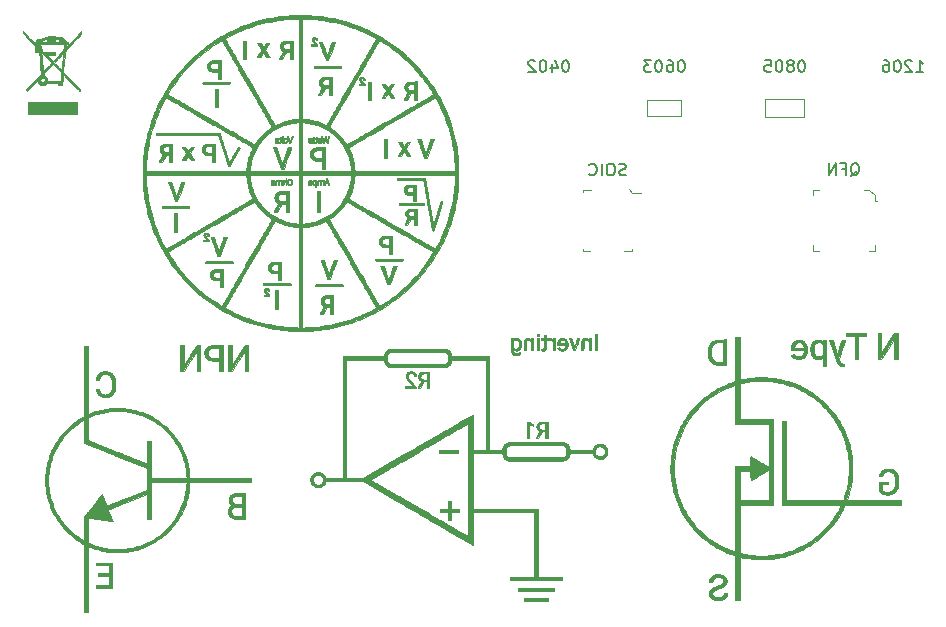
<source format=gbr>
G04 #@! TF.GenerationSoftware,KiCad,Pcbnew,(5.0.2)-1*
G04 #@! TF.CreationDate,2019-05-10T15:40:41-04:00*
G04 #@! TF.ProjectId,Business Card,42757369-6e65-4737-9320-436172642e6b,rev?*
G04 #@! TF.SameCoordinates,Original*
G04 #@! TF.FileFunction,Legend,Bot*
G04 #@! TF.FilePolarity,Positive*
%FSLAX46Y46*%
G04 Gerber Fmt 4.6, Leading zero omitted, Abs format (unit mm)*
G04 Created by KiCad (PCBNEW (5.0.2)-1) date 5/10/2019 3:40:41 PM*
%MOMM*%
%LPD*%
G01*
G04 APERTURE LIST*
%ADD10C,0.100000*%
%ADD11C,0.001000*%
%ADD12C,0.010000*%
%ADD13C,0.150000*%
G04 APERTURE END LIST*
D10*
G04 #@! TO.C,VAL*
G36*
X109517137Y-79090141D02*
X109519196Y-79123821D01*
X109528794Y-79158163D01*
X109550360Y-79198593D01*
X109588325Y-79250537D01*
X109647117Y-79319423D01*
X109731165Y-79410678D01*
X109844899Y-79529726D01*
X109992749Y-79681996D01*
X110038556Y-79728959D01*
X110560667Y-80263970D01*
X110560667Y-80521207D01*
X110560667Y-80778445D01*
X110701778Y-80778445D01*
X110701778Y-80505053D01*
X110701778Y-80400995D01*
X110786445Y-80482111D01*
X110839324Y-80537831D01*
X110868869Y-80578781D01*
X110871111Y-80586169D01*
X110846566Y-80602283D01*
X110787434Y-80609110D01*
X110786445Y-80609111D01*
X110730582Y-80604037D01*
X110706910Y-80577644D01*
X110701794Y-80513172D01*
X110701778Y-80505053D01*
X110701778Y-80778445D01*
X110714610Y-80778445D01*
X110758624Y-80776776D01*
X110794163Y-80775349D01*
X110822614Y-80779532D01*
X110845364Y-80794691D01*
X110863801Y-80826196D01*
X110879313Y-80879415D01*
X110893287Y-80959714D01*
X110907111Y-81072461D01*
X110922173Y-81223026D01*
X110939859Y-81416775D01*
X110961557Y-81659076D01*
X110971969Y-81774064D01*
X110984000Y-81906149D01*
X110984000Y-80157556D01*
X110984000Y-80072889D01*
X111035081Y-80072889D01*
X111035081Y-79845869D01*
X111039560Y-79834066D01*
X111089371Y-79798248D01*
X111174708Y-79757297D01*
X111276066Y-79718628D01*
X111373939Y-79689655D01*
X111448821Y-79677792D01*
X111450726Y-79677778D01*
X111505516Y-79691437D01*
X111520222Y-79734222D01*
X111523334Y-79757265D01*
X111538666Y-79773009D01*
X111575214Y-79782837D01*
X111641973Y-79788133D01*
X111747937Y-79790281D01*
X111760091Y-79790314D01*
X111760091Y-79607353D01*
X111766335Y-79602662D01*
X111781278Y-79600774D01*
X111887251Y-79596208D01*
X111992945Y-79600774D01*
X112017767Y-79605822D01*
X111992038Y-79609664D01*
X111921646Y-79611683D01*
X111887111Y-79611845D01*
X111802313Y-79610619D01*
X111760091Y-79607353D01*
X111760091Y-79790314D01*
X111887111Y-79790667D01*
X112254000Y-79790667D01*
X112254000Y-79717463D01*
X112256796Y-79675425D01*
X112274517Y-79656089D01*
X112321168Y-79654425D01*
X112402167Y-79664245D01*
X112502773Y-79679253D01*
X112559752Y-79695690D01*
X112585498Y-79721889D01*
X112592403Y-79766185D01*
X112592667Y-79792332D01*
X112592667Y-79875333D01*
X111798989Y-79875333D01*
X111565243Y-79875036D01*
X111382351Y-79873940D01*
X111244723Y-79871744D01*
X111146771Y-79868142D01*
X111082906Y-79862831D01*
X111047539Y-79855508D01*
X111035081Y-79845869D01*
X111035081Y-80072889D01*
X111973897Y-80072889D01*
X112874889Y-80072889D01*
X112874889Y-79847111D01*
X112884518Y-79819623D01*
X112887335Y-79818889D01*
X112911430Y-79838665D01*
X112917222Y-79847111D01*
X112914985Y-79873117D01*
X112904777Y-79875333D01*
X112876038Y-79854847D01*
X112874889Y-79847111D01*
X112874889Y-80072889D01*
X112963793Y-80072889D01*
X112943537Y-80333945D01*
X112938094Y-80412631D01*
X112932714Y-80475765D01*
X112923210Y-80529607D01*
X112905395Y-80580417D01*
X112875081Y-80634455D01*
X112828081Y-80697981D01*
X112760208Y-80777254D01*
X112667273Y-80878536D01*
X112545090Y-81008085D01*
X112389471Y-81172163D01*
X112366889Y-81196015D01*
X112042333Y-81538959D01*
X111794719Y-81292757D01*
X111547104Y-81046556D01*
X111900552Y-81038657D01*
X112254000Y-81030758D01*
X112254000Y-80876379D01*
X112254000Y-80722000D01*
X111816556Y-80722000D01*
X111379111Y-80722000D01*
X111379111Y-80798647D01*
X111377031Y-80835007D01*
X111365313Y-80846250D01*
X111335744Y-80828318D01*
X111280107Y-80777155D01*
X111223889Y-80722000D01*
X111145586Y-80642814D01*
X111099364Y-80585673D01*
X111076770Y-80533341D01*
X111069354Y-80468583D01*
X111068667Y-80405464D01*
X111065197Y-80309158D01*
X111052945Y-80258325D01*
X111029150Y-80242319D01*
X111026333Y-80242222D01*
X110992725Y-80216980D01*
X110984000Y-80157556D01*
X110984000Y-81906149D01*
X111045946Y-82586239D01*
X110655140Y-82998024D01*
X110444784Y-83219617D01*
X110270084Y-83403769D01*
X110127959Y-83554091D01*
X110015324Y-83674196D01*
X109929099Y-83767694D01*
X109866199Y-83838196D01*
X109823543Y-83889314D01*
X109798048Y-83924658D01*
X109786630Y-83947841D01*
X109786208Y-83962473D01*
X109793699Y-83972165D01*
X109806020Y-83980529D01*
X109812602Y-83985028D01*
X109860459Y-84015553D01*
X109881978Y-84024000D01*
X109905121Y-84004317D01*
X109960931Y-83949218D01*
X110043644Y-83864626D01*
X110147496Y-83756463D01*
X110266722Y-83630652D01*
X110321084Y-83572812D01*
X110744111Y-83121625D01*
X110760053Y-83212979D01*
X110802484Y-83349251D01*
X110880173Y-83450313D01*
X110920443Y-83482306D01*
X110982023Y-83511638D01*
X110982023Y-83132978D01*
X111004324Y-83056992D01*
X111054987Y-82997210D01*
X111054987Y-80784606D01*
X111055180Y-80783933D01*
X111076605Y-80799433D01*
X111129789Y-80848952D01*
X111207835Y-80925380D01*
X111303846Y-81021608D01*
X111410925Y-81130524D01*
X111522174Y-81245019D01*
X111630697Y-81357983D01*
X111729595Y-81462305D01*
X111811971Y-81550876D01*
X111870929Y-81616585D01*
X111899571Y-81652322D01*
X111901222Y-81656084D01*
X111882957Y-81685870D01*
X111833227Y-81746063D01*
X111759631Y-81828750D01*
X111669769Y-81926016D01*
X111571240Y-82029949D01*
X111471642Y-82132635D01*
X111378576Y-82226161D01*
X111299640Y-82302613D01*
X111242434Y-82354079D01*
X111214557Y-82372645D01*
X111213495Y-82372240D01*
X111206293Y-82340604D01*
X111194879Y-82260105D01*
X111180099Y-82138099D01*
X111162795Y-81981940D01*
X111143814Y-81798985D01*
X111123998Y-81596589D01*
X111121817Y-81573598D01*
X111102857Y-81370145D01*
X111086212Y-81185824D01*
X111072491Y-81027872D01*
X111062306Y-80903527D01*
X111056268Y-80820026D01*
X111054987Y-80784606D01*
X111054987Y-82997210D01*
X111055976Y-82996043D01*
X111128757Y-82960602D01*
X111214445Y-82961141D01*
X111235568Y-82970982D01*
X111235568Y-82668896D01*
X111254921Y-82620107D01*
X111302562Y-82551745D01*
X111381424Y-82458519D01*
X111494443Y-82335139D01*
X111625441Y-82196415D01*
X112041854Y-81758289D01*
X112132242Y-81852249D01*
X112132242Y-81658262D01*
X112508984Y-81261401D01*
X112625421Y-81139330D01*
X112727784Y-81033126D01*
X112810087Y-80948910D01*
X112866341Y-80892802D01*
X112890560Y-80870922D01*
X112891025Y-80870881D01*
X112890844Y-80900195D01*
X112886195Y-80976314D01*
X112877886Y-81089848D01*
X112866727Y-81231403D01*
X112853528Y-81391588D01*
X112839099Y-81561012D01*
X112824249Y-81730283D01*
X112809789Y-81890010D01*
X112796527Y-82030800D01*
X112785274Y-82143262D01*
X112776839Y-82218005D01*
X112772591Y-82244570D01*
X112748050Y-82243344D01*
X112687291Y-82199349D01*
X112590212Y-82112501D01*
X112456711Y-81982714D01*
X112445848Y-81971868D01*
X112132242Y-81658262D01*
X112132242Y-81852249D01*
X112403136Y-82133851D01*
X112532757Y-82269748D01*
X112627220Y-82372228D01*
X112691435Y-82447628D01*
X112730313Y-82502286D01*
X112748765Y-82542540D01*
X112751699Y-82574729D01*
X112750572Y-82582317D01*
X112742402Y-82642690D01*
X112732359Y-82741951D01*
X112722136Y-82862656D01*
X112718145Y-82916278D01*
X112699563Y-83177333D01*
X112138115Y-83177333D01*
X111576667Y-83177333D01*
X111576667Y-83084835D01*
X111550019Y-82963491D01*
X111476358Y-82855175D01*
X111365110Y-82772054D01*
X111317874Y-82750719D01*
X111269980Y-82728911D01*
X111241566Y-82703400D01*
X111235568Y-82668896D01*
X111235568Y-82970982D01*
X111288165Y-82995489D01*
X111340976Y-83062819D01*
X111352461Y-83149049D01*
X111323365Y-83235445D01*
X111276527Y-83288174D01*
X111215532Y-83328555D01*
X111169175Y-83346601D01*
X111167445Y-83346667D01*
X111122787Y-83330394D01*
X111061928Y-83290949D01*
X111058362Y-83288174D01*
X110997295Y-83213529D01*
X110982023Y-83132978D01*
X110982023Y-83511638D01*
X111050158Y-83544093D01*
X111189834Y-83560981D01*
X111324741Y-83534339D01*
X111440145Y-83465538D01*
X111474007Y-83430800D01*
X111544801Y-83346667D01*
X112026400Y-83346667D01*
X112508000Y-83346667D01*
X112508000Y-83459556D01*
X112508000Y-83572445D01*
X112649111Y-83572445D01*
X112790222Y-83572445D01*
X112790222Y-83475954D01*
X112803072Y-83381747D01*
X112831861Y-83299565D01*
X112852350Y-83235143D01*
X112871496Y-83130455D01*
X112886633Y-83001661D01*
X112891600Y-82937445D01*
X112909702Y-82655222D01*
X113596125Y-83353722D01*
X113756866Y-83517004D01*
X113904817Y-83666738D01*
X114035402Y-83798340D01*
X114144049Y-83907222D01*
X114226183Y-83988800D01*
X114277232Y-84038486D01*
X114292741Y-84052222D01*
X114318618Y-84035182D01*
X114336800Y-84018356D01*
X114366614Y-83974736D01*
X114370667Y-83958297D01*
X114351653Y-83932751D01*
X114297528Y-83871534D01*
X114212667Y-83779310D01*
X114101445Y-83660741D01*
X113968236Y-83520491D01*
X113817416Y-83363223D01*
X113653359Y-83193601D01*
X113649999Y-83190141D01*
X112929331Y-82448177D01*
X113000888Y-81625602D01*
X113019193Y-81412870D01*
X113035769Y-81215823D01*
X113049992Y-81042218D01*
X113061239Y-80899811D01*
X113068889Y-80796360D01*
X113072318Y-80739621D01*
X113072445Y-80734063D01*
X113083169Y-80703144D01*
X113117145Y-80651482D01*
X113177081Y-80575962D01*
X113265681Y-80473465D01*
X113385653Y-80340877D01*
X113539703Y-80175079D01*
X113730537Y-79972956D01*
X113763174Y-79938604D01*
X113945760Y-79746292D01*
X114093058Y-79590153D01*
X114208848Y-79465623D01*
X114296909Y-79368135D01*
X114361021Y-79293122D01*
X114404962Y-79236019D01*
X114432513Y-79192260D01*
X114447452Y-79157279D01*
X114453559Y-79126509D01*
X114454619Y-79103225D01*
X114455333Y-78994339D01*
X114136329Y-79329002D01*
X114000627Y-79471579D01*
X113842494Y-79638062D01*
X113678217Y-79811284D01*
X113524082Y-79974080D01*
X113466152Y-80035360D01*
X113354055Y-80153459D01*
X113256193Y-80255516D01*
X113178749Y-80335169D01*
X113127907Y-80386053D01*
X113109886Y-80401960D01*
X113109577Y-80373574D01*
X113113821Y-80304614D01*
X113120760Y-80220766D01*
X113130834Y-80124770D01*
X113143684Y-80072078D01*
X113166434Y-80049720D01*
X113206208Y-80044724D01*
X113217475Y-80044667D01*
X113274769Y-80037198D01*
X113295863Y-80002903D01*
X113298222Y-79960000D01*
X113290268Y-79899113D01*
X113257960Y-79877009D01*
X113232974Y-79875333D01*
X113165809Y-79850693D01*
X113106569Y-79792613D01*
X113038059Y-79719151D01*
X112960150Y-79659528D01*
X112902680Y-79613457D01*
X112875270Y-79567641D01*
X112874889Y-79563056D01*
X112866717Y-79541829D01*
X112836053Y-79526512D01*
X112773676Y-79515180D01*
X112670366Y-79505909D01*
X112571902Y-79499791D01*
X112444753Y-79490053D01*
X112342774Y-79477367D01*
X112277341Y-79463425D01*
X112259106Y-79453205D01*
X112227621Y-79438873D01*
X112152899Y-79428917D01*
X112047962Y-79423182D01*
X111925836Y-79421511D01*
X111799544Y-79423749D01*
X111682110Y-79429740D01*
X111586560Y-79439327D01*
X111525916Y-79452355D01*
X111511534Y-79462156D01*
X111476916Y-79487872D01*
X111404690Y-79510548D01*
X111354654Y-79519392D01*
X111247474Y-79544267D01*
X111126462Y-79587642D01*
X111057701Y-79619679D01*
X110953775Y-79668165D01*
X110871929Y-79688346D01*
X110789134Y-79685846D01*
X110787596Y-79685642D01*
X110675619Y-79688918D01*
X110601496Y-79734045D01*
X110564947Y-79821263D01*
X110560667Y-79878107D01*
X110583737Y-79980155D01*
X110648088Y-80047567D01*
X110746430Y-80072859D01*
X110750391Y-80072889D01*
X110796680Y-80083470D01*
X110813451Y-80126068D01*
X110814667Y-80157556D01*
X110807159Y-80217013D01*
X110789069Y-80242216D01*
X110788756Y-80242222D01*
X110763222Y-80222892D01*
X110703121Y-80168119D01*
X110613436Y-80082731D01*
X110499154Y-79971554D01*
X110365257Y-79839415D01*
X110216731Y-79691142D01*
X110140338Y-79614278D01*
X109517830Y-78986334D01*
X109517137Y-79090141D01*
X109517137Y-79090141D01*
G37*
X109517137Y-79090141D02*
X109519196Y-79123821D01*
X109528794Y-79158163D01*
X109550360Y-79198593D01*
X109588325Y-79250537D01*
X109647117Y-79319423D01*
X109731165Y-79410678D01*
X109844899Y-79529726D01*
X109992749Y-79681996D01*
X110038556Y-79728959D01*
X110560667Y-80263970D01*
X110560667Y-80521207D01*
X110560667Y-80778445D01*
X110701778Y-80778445D01*
X110701778Y-80505053D01*
X110701778Y-80400995D01*
X110786445Y-80482111D01*
X110839324Y-80537831D01*
X110868869Y-80578781D01*
X110871111Y-80586169D01*
X110846566Y-80602283D01*
X110787434Y-80609110D01*
X110786445Y-80609111D01*
X110730582Y-80604037D01*
X110706910Y-80577644D01*
X110701794Y-80513172D01*
X110701778Y-80505053D01*
X110701778Y-80778445D01*
X110714610Y-80778445D01*
X110758624Y-80776776D01*
X110794163Y-80775349D01*
X110822614Y-80779532D01*
X110845364Y-80794691D01*
X110863801Y-80826196D01*
X110879313Y-80879415D01*
X110893287Y-80959714D01*
X110907111Y-81072461D01*
X110922173Y-81223026D01*
X110939859Y-81416775D01*
X110961557Y-81659076D01*
X110971969Y-81774064D01*
X110984000Y-81906149D01*
X110984000Y-80157556D01*
X110984000Y-80072889D01*
X111035081Y-80072889D01*
X111035081Y-79845869D01*
X111039560Y-79834066D01*
X111089371Y-79798248D01*
X111174708Y-79757297D01*
X111276066Y-79718628D01*
X111373939Y-79689655D01*
X111448821Y-79677792D01*
X111450726Y-79677778D01*
X111505516Y-79691437D01*
X111520222Y-79734222D01*
X111523334Y-79757265D01*
X111538666Y-79773009D01*
X111575214Y-79782837D01*
X111641973Y-79788133D01*
X111747937Y-79790281D01*
X111760091Y-79790314D01*
X111760091Y-79607353D01*
X111766335Y-79602662D01*
X111781278Y-79600774D01*
X111887251Y-79596208D01*
X111992945Y-79600774D01*
X112017767Y-79605822D01*
X111992038Y-79609664D01*
X111921646Y-79611683D01*
X111887111Y-79611845D01*
X111802313Y-79610619D01*
X111760091Y-79607353D01*
X111760091Y-79790314D01*
X111887111Y-79790667D01*
X112254000Y-79790667D01*
X112254000Y-79717463D01*
X112256796Y-79675425D01*
X112274517Y-79656089D01*
X112321168Y-79654425D01*
X112402167Y-79664245D01*
X112502773Y-79679253D01*
X112559752Y-79695690D01*
X112585498Y-79721889D01*
X112592403Y-79766185D01*
X112592667Y-79792332D01*
X112592667Y-79875333D01*
X111798989Y-79875333D01*
X111565243Y-79875036D01*
X111382351Y-79873940D01*
X111244723Y-79871744D01*
X111146771Y-79868142D01*
X111082906Y-79862831D01*
X111047539Y-79855508D01*
X111035081Y-79845869D01*
X111035081Y-80072889D01*
X111973897Y-80072889D01*
X112874889Y-80072889D01*
X112874889Y-79847111D01*
X112884518Y-79819623D01*
X112887335Y-79818889D01*
X112911430Y-79838665D01*
X112917222Y-79847111D01*
X112914985Y-79873117D01*
X112904777Y-79875333D01*
X112876038Y-79854847D01*
X112874889Y-79847111D01*
X112874889Y-80072889D01*
X112963793Y-80072889D01*
X112943537Y-80333945D01*
X112938094Y-80412631D01*
X112932714Y-80475765D01*
X112923210Y-80529607D01*
X112905395Y-80580417D01*
X112875081Y-80634455D01*
X112828081Y-80697981D01*
X112760208Y-80777254D01*
X112667273Y-80878536D01*
X112545090Y-81008085D01*
X112389471Y-81172163D01*
X112366889Y-81196015D01*
X112042333Y-81538959D01*
X111794719Y-81292757D01*
X111547104Y-81046556D01*
X111900552Y-81038657D01*
X112254000Y-81030758D01*
X112254000Y-80876379D01*
X112254000Y-80722000D01*
X111816556Y-80722000D01*
X111379111Y-80722000D01*
X111379111Y-80798647D01*
X111377031Y-80835007D01*
X111365313Y-80846250D01*
X111335744Y-80828318D01*
X111280107Y-80777155D01*
X111223889Y-80722000D01*
X111145586Y-80642814D01*
X111099364Y-80585673D01*
X111076770Y-80533341D01*
X111069354Y-80468583D01*
X111068667Y-80405464D01*
X111065197Y-80309158D01*
X111052945Y-80258325D01*
X111029150Y-80242319D01*
X111026333Y-80242222D01*
X110992725Y-80216980D01*
X110984000Y-80157556D01*
X110984000Y-81906149D01*
X111045946Y-82586239D01*
X110655140Y-82998024D01*
X110444784Y-83219617D01*
X110270084Y-83403769D01*
X110127959Y-83554091D01*
X110015324Y-83674196D01*
X109929099Y-83767694D01*
X109866199Y-83838196D01*
X109823543Y-83889314D01*
X109798048Y-83924658D01*
X109786630Y-83947841D01*
X109786208Y-83962473D01*
X109793699Y-83972165D01*
X109806020Y-83980529D01*
X109812602Y-83985028D01*
X109860459Y-84015553D01*
X109881978Y-84024000D01*
X109905121Y-84004317D01*
X109960931Y-83949218D01*
X110043644Y-83864626D01*
X110147496Y-83756463D01*
X110266722Y-83630652D01*
X110321084Y-83572812D01*
X110744111Y-83121625D01*
X110760053Y-83212979D01*
X110802484Y-83349251D01*
X110880173Y-83450313D01*
X110920443Y-83482306D01*
X110982023Y-83511638D01*
X110982023Y-83132978D01*
X111004324Y-83056992D01*
X111054987Y-82997210D01*
X111054987Y-80784606D01*
X111055180Y-80783933D01*
X111076605Y-80799433D01*
X111129789Y-80848952D01*
X111207835Y-80925380D01*
X111303846Y-81021608D01*
X111410925Y-81130524D01*
X111522174Y-81245019D01*
X111630697Y-81357983D01*
X111729595Y-81462305D01*
X111811971Y-81550876D01*
X111870929Y-81616585D01*
X111899571Y-81652322D01*
X111901222Y-81656084D01*
X111882957Y-81685870D01*
X111833227Y-81746063D01*
X111759631Y-81828750D01*
X111669769Y-81926016D01*
X111571240Y-82029949D01*
X111471642Y-82132635D01*
X111378576Y-82226161D01*
X111299640Y-82302613D01*
X111242434Y-82354079D01*
X111214557Y-82372645D01*
X111213495Y-82372240D01*
X111206293Y-82340604D01*
X111194879Y-82260105D01*
X111180099Y-82138099D01*
X111162795Y-81981940D01*
X111143814Y-81798985D01*
X111123998Y-81596589D01*
X111121817Y-81573598D01*
X111102857Y-81370145D01*
X111086212Y-81185824D01*
X111072491Y-81027872D01*
X111062306Y-80903527D01*
X111056268Y-80820026D01*
X111054987Y-80784606D01*
X111054987Y-82997210D01*
X111055976Y-82996043D01*
X111128757Y-82960602D01*
X111214445Y-82961141D01*
X111235568Y-82970982D01*
X111235568Y-82668896D01*
X111254921Y-82620107D01*
X111302562Y-82551745D01*
X111381424Y-82458519D01*
X111494443Y-82335139D01*
X111625441Y-82196415D01*
X112041854Y-81758289D01*
X112132242Y-81852249D01*
X112132242Y-81658262D01*
X112508984Y-81261401D01*
X112625421Y-81139330D01*
X112727784Y-81033126D01*
X112810087Y-80948910D01*
X112866341Y-80892802D01*
X112890560Y-80870922D01*
X112891025Y-80870881D01*
X112890844Y-80900195D01*
X112886195Y-80976314D01*
X112877886Y-81089848D01*
X112866727Y-81231403D01*
X112853528Y-81391588D01*
X112839099Y-81561012D01*
X112824249Y-81730283D01*
X112809789Y-81890010D01*
X112796527Y-82030800D01*
X112785274Y-82143262D01*
X112776839Y-82218005D01*
X112772591Y-82244570D01*
X112748050Y-82243344D01*
X112687291Y-82199349D01*
X112590212Y-82112501D01*
X112456711Y-81982714D01*
X112445848Y-81971868D01*
X112132242Y-81658262D01*
X112132242Y-81852249D01*
X112403136Y-82133851D01*
X112532757Y-82269748D01*
X112627220Y-82372228D01*
X112691435Y-82447628D01*
X112730313Y-82502286D01*
X112748765Y-82542540D01*
X112751699Y-82574729D01*
X112750572Y-82582317D01*
X112742402Y-82642690D01*
X112732359Y-82741951D01*
X112722136Y-82862656D01*
X112718145Y-82916278D01*
X112699563Y-83177333D01*
X112138115Y-83177333D01*
X111576667Y-83177333D01*
X111576667Y-83084835D01*
X111550019Y-82963491D01*
X111476358Y-82855175D01*
X111365110Y-82772054D01*
X111317874Y-82750719D01*
X111269980Y-82728911D01*
X111241566Y-82703400D01*
X111235568Y-82668896D01*
X111235568Y-82970982D01*
X111288165Y-82995489D01*
X111340976Y-83062819D01*
X111352461Y-83149049D01*
X111323365Y-83235445D01*
X111276527Y-83288174D01*
X111215532Y-83328555D01*
X111169175Y-83346601D01*
X111167445Y-83346667D01*
X111122787Y-83330394D01*
X111061928Y-83290949D01*
X111058362Y-83288174D01*
X110997295Y-83213529D01*
X110982023Y-83132978D01*
X110982023Y-83511638D01*
X111050158Y-83544093D01*
X111189834Y-83560981D01*
X111324741Y-83534339D01*
X111440145Y-83465538D01*
X111474007Y-83430800D01*
X111544801Y-83346667D01*
X112026400Y-83346667D01*
X112508000Y-83346667D01*
X112508000Y-83459556D01*
X112508000Y-83572445D01*
X112649111Y-83572445D01*
X112790222Y-83572445D01*
X112790222Y-83475954D01*
X112803072Y-83381747D01*
X112831861Y-83299565D01*
X112852350Y-83235143D01*
X112871496Y-83130455D01*
X112886633Y-83001661D01*
X112891600Y-82937445D01*
X112909702Y-82655222D01*
X113596125Y-83353722D01*
X113756866Y-83517004D01*
X113904817Y-83666738D01*
X114035402Y-83798340D01*
X114144049Y-83907222D01*
X114226183Y-83988800D01*
X114277232Y-84038486D01*
X114292741Y-84052222D01*
X114318618Y-84035182D01*
X114336800Y-84018356D01*
X114366614Y-83974736D01*
X114370667Y-83958297D01*
X114351653Y-83932751D01*
X114297528Y-83871534D01*
X114212667Y-83779310D01*
X114101445Y-83660741D01*
X113968236Y-83520491D01*
X113817416Y-83363223D01*
X113653359Y-83193601D01*
X113649999Y-83190141D01*
X112929331Y-82448177D01*
X113000888Y-81625602D01*
X113019193Y-81412870D01*
X113035769Y-81215823D01*
X113049992Y-81042218D01*
X113061239Y-80899811D01*
X113068889Y-80796360D01*
X113072318Y-80739621D01*
X113072445Y-80734063D01*
X113083169Y-80703144D01*
X113117145Y-80651482D01*
X113177081Y-80575962D01*
X113265681Y-80473465D01*
X113385653Y-80340877D01*
X113539703Y-80175079D01*
X113730537Y-79972956D01*
X113763174Y-79938604D01*
X113945760Y-79746292D01*
X114093058Y-79590153D01*
X114208848Y-79465623D01*
X114296909Y-79368135D01*
X114361021Y-79293122D01*
X114404962Y-79236019D01*
X114432513Y-79192260D01*
X114447452Y-79157279D01*
X114453559Y-79126509D01*
X114454619Y-79103225D01*
X114455333Y-78994339D01*
X114136329Y-79329002D01*
X114000627Y-79471579D01*
X113842494Y-79638062D01*
X113678217Y-79811284D01*
X113524082Y-79974080D01*
X113466152Y-80035360D01*
X113354055Y-80153459D01*
X113256193Y-80255516D01*
X113178749Y-80335169D01*
X113127907Y-80386053D01*
X113109886Y-80401960D01*
X113109577Y-80373574D01*
X113113821Y-80304614D01*
X113120760Y-80220766D01*
X113130834Y-80124770D01*
X113143684Y-80072078D01*
X113166434Y-80049720D01*
X113206208Y-80044724D01*
X113217475Y-80044667D01*
X113274769Y-80037198D01*
X113295863Y-80002903D01*
X113298222Y-79960000D01*
X113290268Y-79899113D01*
X113257960Y-79877009D01*
X113232974Y-79875333D01*
X113165809Y-79850693D01*
X113106569Y-79792613D01*
X113038059Y-79719151D01*
X112960150Y-79659528D01*
X112902680Y-79613457D01*
X112875270Y-79567641D01*
X112874889Y-79563056D01*
X112866717Y-79541829D01*
X112836053Y-79526512D01*
X112773676Y-79515180D01*
X112670366Y-79505909D01*
X112571902Y-79499791D01*
X112444753Y-79490053D01*
X112342774Y-79477367D01*
X112277341Y-79463425D01*
X112259106Y-79453205D01*
X112227621Y-79438873D01*
X112152899Y-79428917D01*
X112047962Y-79423182D01*
X111925836Y-79421511D01*
X111799544Y-79423749D01*
X111682110Y-79429740D01*
X111586560Y-79439327D01*
X111525916Y-79452355D01*
X111511534Y-79462156D01*
X111476916Y-79487872D01*
X111404690Y-79510548D01*
X111354654Y-79519392D01*
X111247474Y-79544267D01*
X111126462Y-79587642D01*
X111057701Y-79619679D01*
X110953775Y-79668165D01*
X110871929Y-79688346D01*
X110789134Y-79685846D01*
X110787596Y-79685642D01*
X110675619Y-79688918D01*
X110601496Y-79734045D01*
X110564947Y-79821263D01*
X110560667Y-79878107D01*
X110583737Y-79980155D01*
X110648088Y-80047567D01*
X110746430Y-80072859D01*
X110750391Y-80072889D01*
X110796680Y-80083470D01*
X110813451Y-80126068D01*
X110814667Y-80157556D01*
X110807159Y-80217013D01*
X110789069Y-80242216D01*
X110788756Y-80242222D01*
X110763222Y-80222892D01*
X110703121Y-80168119D01*
X110613436Y-80082731D01*
X110499154Y-79971554D01*
X110365257Y-79839415D01*
X110216731Y-79691142D01*
X110140338Y-79614278D01*
X109517830Y-78986334D01*
X109517137Y-79090141D01*
G36*
X109968000Y-86027778D02*
X112014111Y-86027778D01*
X114060222Y-86027778D01*
X114060222Y-85519778D01*
X114060222Y-85011778D01*
X112014111Y-85011778D01*
X109968000Y-85011778D01*
X109968000Y-85519778D01*
X109968000Y-86027778D01*
X109968000Y-86027778D01*
G37*
X109968000Y-86027778D02*
X112014111Y-86027778D01*
X114060222Y-86027778D01*
X114060222Y-85519778D01*
X114060222Y-85011778D01*
X112014111Y-85011778D01*
X109968000Y-85011778D01*
X109968000Y-85519778D01*
X109968000Y-86027778D01*
G04 #@! TO.C,QFN*
X181600000Y-97600000D02*
X181600000Y-97100000D01*
X181600000Y-97600000D02*
X181100000Y-97600000D01*
X176400000Y-97600000D02*
X176400000Y-97100000D01*
X176400000Y-97600000D02*
X176900000Y-97600000D01*
X176400000Y-92400000D02*
X176900000Y-92400000D01*
X176400000Y-92400000D02*
X176400000Y-92900000D01*
X181600000Y-93400000D02*
X181800000Y-93400000D01*
X181600000Y-92900000D02*
X181600000Y-93400000D01*
X181100000Y-92400000D02*
X181600000Y-92900000D01*
X180700000Y-92400000D02*
X181100000Y-92400000D01*
G04 #@! TO.C,SOIC*
X161100000Y-92680000D02*
X161800000Y-92680000D01*
X160800000Y-92380000D02*
X161100000Y-92680000D01*
X156900000Y-92400000D02*
X156900000Y-92600000D01*
X157600000Y-92400000D02*
X156900000Y-92400000D01*
X156900000Y-97600000D02*
X157500000Y-97600000D01*
X156900000Y-97400000D02*
X156900000Y-97600000D01*
X161100000Y-97600000D02*
X160400000Y-97600000D01*
X161100000Y-97400000D02*
X161100000Y-97600000D01*
D11*
G04 #@! TO.C,C84*
X165250440Y-86150240D02*
X165250440Y-84849760D01*
X162349760Y-86150240D02*
X165250440Y-86150240D01*
X162349760Y-84849760D02*
X162349760Y-86150240D01*
X165250440Y-84849760D02*
X162349760Y-84849760D01*
G04 #@! TO.C,L5*
X172349000Y-84699900D02*
X175651000Y-84699900D01*
X172349000Y-86300100D02*
X172349000Y-84699900D01*
X175651000Y-86300100D02*
X172349000Y-86300100D01*
X175651000Y-84699900D02*
X175651000Y-86300100D01*
D12*
G04 #@! TO.C,G\002A\002A\002A*
G36*
X124348550Y-105581751D02*
X124204841Y-105582700D01*
X123666661Y-106407736D01*
X123620700Y-106478186D01*
X123575756Y-106547063D01*
X123531990Y-106614121D01*
X123489565Y-106679109D01*
X123448643Y-106741779D01*
X123409388Y-106801882D01*
X123371961Y-106859171D01*
X123336526Y-106913396D01*
X123303244Y-106964309D01*
X123272279Y-107011661D01*
X123243793Y-107055204D01*
X123217948Y-107094690D01*
X123194907Y-107129868D01*
X123174832Y-107160492D01*
X123157887Y-107186312D01*
X123144233Y-107207080D01*
X123134034Y-107222547D01*
X123127451Y-107232465D01*
X123124648Y-107236585D01*
X123124569Y-107236683D01*
X123124098Y-107234729D01*
X123123660Y-107227797D01*
X123123256Y-107215747D01*
X123122883Y-107198438D01*
X123122542Y-107175729D01*
X123122232Y-107147479D01*
X123121952Y-107113548D01*
X123121701Y-107073795D01*
X123121479Y-107028079D01*
X123121285Y-106976260D01*
X123121118Y-106918196D01*
X123120979Y-106853747D01*
X123120865Y-106782772D01*
X123120777Y-106705131D01*
X123120713Y-106620682D01*
X123120674Y-106529285D01*
X123120658Y-106430799D01*
X123120658Y-105580885D01*
X122837629Y-105580885D01*
X122837629Y-107729083D01*
X123125877Y-107727185D01*
X123664832Y-106902268D01*
X124203786Y-106077351D01*
X124204701Y-106903175D01*
X124205616Y-107729000D01*
X124492258Y-107729000D01*
X124492258Y-105580802D01*
X124348550Y-105581751D01*
X124348550Y-105581751D01*
G37*
X124348550Y-105581751D02*
X124204841Y-105582700D01*
X123666661Y-106407736D01*
X123620700Y-106478186D01*
X123575756Y-106547063D01*
X123531990Y-106614121D01*
X123489565Y-106679109D01*
X123448643Y-106741779D01*
X123409388Y-106801882D01*
X123371961Y-106859171D01*
X123336526Y-106913396D01*
X123303244Y-106964309D01*
X123272279Y-107011661D01*
X123243793Y-107055204D01*
X123217948Y-107094690D01*
X123194907Y-107129868D01*
X123174832Y-107160492D01*
X123157887Y-107186312D01*
X123144233Y-107207080D01*
X123134034Y-107222547D01*
X123127451Y-107232465D01*
X123124648Y-107236585D01*
X123124569Y-107236683D01*
X123124098Y-107234729D01*
X123123660Y-107227797D01*
X123123256Y-107215747D01*
X123122883Y-107198438D01*
X123122542Y-107175729D01*
X123122232Y-107147479D01*
X123121952Y-107113548D01*
X123121701Y-107073795D01*
X123121479Y-107028079D01*
X123121285Y-106976260D01*
X123121118Y-106918196D01*
X123120979Y-106853747D01*
X123120865Y-106782772D01*
X123120777Y-106705131D01*
X123120713Y-106620682D01*
X123120674Y-106529285D01*
X123120658Y-106430799D01*
X123120658Y-105580885D01*
X122837629Y-105580885D01*
X122837629Y-107729083D01*
X123125877Y-107727185D01*
X123664832Y-106902268D01*
X124203786Y-106077351D01*
X124204701Y-106903175D01*
X124205616Y-107729000D01*
X124492258Y-107729000D01*
X124492258Y-105580802D01*
X124348550Y-105581751D01*
G36*
X125962736Y-105580924D02*
X125894510Y-105580944D01*
X125833141Y-105580994D01*
X125778228Y-105581079D01*
X125729371Y-105581203D01*
X125686169Y-105581370D01*
X125648221Y-105581585D01*
X125615128Y-105581852D01*
X125586488Y-105582176D01*
X125561902Y-105582560D01*
X125540968Y-105583010D01*
X125523286Y-105583530D01*
X125508457Y-105584124D01*
X125496078Y-105584796D01*
X125485750Y-105585552D01*
X125478503Y-105586239D01*
X125401324Y-105597283D01*
X125329095Y-105613548D01*
X125261643Y-105635113D01*
X125198799Y-105662053D01*
X125140392Y-105694448D01*
X125086252Y-105732375D01*
X125036206Y-105775912D01*
X125015007Y-105797322D01*
X124973950Y-105845925D01*
X124938717Y-105898685D01*
X124909384Y-105955333D01*
X124886025Y-106015600D01*
X124868714Y-106079217D01*
X124857524Y-106145914D01*
X124852530Y-106215424D01*
X124853807Y-106287477D01*
X124860749Y-106356980D01*
X124872964Y-106423126D01*
X124890733Y-106484714D01*
X124914170Y-106541985D01*
X124943385Y-106595182D01*
X124978491Y-106644546D01*
X125010797Y-106681342D01*
X125054754Y-106722811D01*
X125102465Y-106759336D01*
X125154251Y-106791050D01*
X125210435Y-106818087D01*
X125271339Y-106840579D01*
X125337284Y-106858661D01*
X125408594Y-106872464D01*
X125485589Y-106882123D01*
X125499186Y-106883356D01*
X125510512Y-106884006D01*
X125528520Y-106884613D01*
X125552636Y-106885170D01*
X125582286Y-106885672D01*
X125616893Y-106886110D01*
X125655885Y-106886480D01*
X125698685Y-106886773D01*
X125744720Y-106886984D01*
X125793415Y-106887105D01*
X125828479Y-106887133D01*
X126114229Y-106887171D01*
X126114229Y-107729000D01*
X126397258Y-107729000D01*
X126397258Y-106655292D01*
X126114229Y-106655292D01*
X125813965Y-106654022D01*
X125759115Y-106653776D01*
X125711019Y-106653524D01*
X125669173Y-106653254D01*
X125633072Y-106652956D01*
X125602214Y-106652619D01*
X125576093Y-106652231D01*
X125554208Y-106651782D01*
X125536052Y-106651261D01*
X125521124Y-106650655D01*
X125508919Y-106649955D01*
X125498933Y-106649149D01*
X125490663Y-106648227D01*
X125483604Y-106647176D01*
X125480935Y-106646704D01*
X125421859Y-106633041D01*
X125368458Y-106614894D01*
X125320673Y-106592230D01*
X125278446Y-106565013D01*
X125241720Y-106533211D01*
X125210434Y-106496788D01*
X125200135Y-106481994D01*
X125177770Y-106441853D01*
X125159928Y-106396934D01*
X125146841Y-106348311D01*
X125138742Y-106297059D01*
X125135865Y-106244254D01*
X125138021Y-106195313D01*
X125145426Y-106141237D01*
X125157340Y-106092342D01*
X125174090Y-106047878D01*
X125196001Y-106007095D01*
X125223402Y-105969244D01*
X125248624Y-105941444D01*
X125286128Y-105907737D01*
X125326619Y-105879516D01*
X125370758Y-105856467D01*
X125419204Y-105838276D01*
X125472620Y-105824630D01*
X125507459Y-105818473D01*
X125515405Y-105817455D01*
X125525161Y-105816569D01*
X125537226Y-105815807D01*
X125552097Y-105815160D01*
X125570271Y-105814619D01*
X125592247Y-105814178D01*
X125618522Y-105813826D01*
X125649594Y-105813557D01*
X125685961Y-105813362D01*
X125728120Y-105813232D01*
X125776568Y-105813159D01*
X125828479Y-105813135D01*
X126114229Y-105813114D01*
X126114229Y-106655292D01*
X126397258Y-106655292D01*
X126397258Y-105580885D01*
X125962736Y-105580924D01*
X125962736Y-105580924D01*
G37*
X125962736Y-105580924D02*
X125894510Y-105580944D01*
X125833141Y-105580994D01*
X125778228Y-105581079D01*
X125729371Y-105581203D01*
X125686169Y-105581370D01*
X125648221Y-105581585D01*
X125615128Y-105581852D01*
X125586488Y-105582176D01*
X125561902Y-105582560D01*
X125540968Y-105583010D01*
X125523286Y-105583530D01*
X125508457Y-105584124D01*
X125496078Y-105584796D01*
X125485750Y-105585552D01*
X125478503Y-105586239D01*
X125401324Y-105597283D01*
X125329095Y-105613548D01*
X125261643Y-105635113D01*
X125198799Y-105662053D01*
X125140392Y-105694448D01*
X125086252Y-105732375D01*
X125036206Y-105775912D01*
X125015007Y-105797322D01*
X124973950Y-105845925D01*
X124938717Y-105898685D01*
X124909384Y-105955333D01*
X124886025Y-106015600D01*
X124868714Y-106079217D01*
X124857524Y-106145914D01*
X124852530Y-106215424D01*
X124853807Y-106287477D01*
X124860749Y-106356980D01*
X124872964Y-106423126D01*
X124890733Y-106484714D01*
X124914170Y-106541985D01*
X124943385Y-106595182D01*
X124978491Y-106644546D01*
X125010797Y-106681342D01*
X125054754Y-106722811D01*
X125102465Y-106759336D01*
X125154251Y-106791050D01*
X125210435Y-106818087D01*
X125271339Y-106840579D01*
X125337284Y-106858661D01*
X125408594Y-106872464D01*
X125485589Y-106882123D01*
X125499186Y-106883356D01*
X125510512Y-106884006D01*
X125528520Y-106884613D01*
X125552636Y-106885170D01*
X125582286Y-106885672D01*
X125616893Y-106886110D01*
X125655885Y-106886480D01*
X125698685Y-106886773D01*
X125744720Y-106886984D01*
X125793415Y-106887105D01*
X125828479Y-106887133D01*
X126114229Y-106887171D01*
X126114229Y-107729000D01*
X126397258Y-107729000D01*
X126397258Y-106655292D01*
X126114229Y-106655292D01*
X125813965Y-106654022D01*
X125759115Y-106653776D01*
X125711019Y-106653524D01*
X125669173Y-106653254D01*
X125633072Y-106652956D01*
X125602214Y-106652619D01*
X125576093Y-106652231D01*
X125554208Y-106651782D01*
X125536052Y-106651261D01*
X125521124Y-106650655D01*
X125508919Y-106649955D01*
X125498933Y-106649149D01*
X125490663Y-106648227D01*
X125483604Y-106647176D01*
X125480935Y-106646704D01*
X125421859Y-106633041D01*
X125368458Y-106614894D01*
X125320673Y-106592230D01*
X125278446Y-106565013D01*
X125241720Y-106533211D01*
X125210434Y-106496788D01*
X125200135Y-106481994D01*
X125177770Y-106441853D01*
X125159928Y-106396934D01*
X125146841Y-106348311D01*
X125138742Y-106297059D01*
X125135865Y-106244254D01*
X125138021Y-106195313D01*
X125145426Y-106141237D01*
X125157340Y-106092342D01*
X125174090Y-106047878D01*
X125196001Y-106007095D01*
X125223402Y-105969244D01*
X125248624Y-105941444D01*
X125286128Y-105907737D01*
X125326619Y-105879516D01*
X125370758Y-105856467D01*
X125419204Y-105838276D01*
X125472620Y-105824630D01*
X125507459Y-105818473D01*
X125515405Y-105817455D01*
X125525161Y-105816569D01*
X125537226Y-105815807D01*
X125552097Y-105815160D01*
X125570271Y-105814619D01*
X125592247Y-105814178D01*
X125618522Y-105813826D01*
X125649594Y-105813557D01*
X125685961Y-105813362D01*
X125728120Y-105813232D01*
X125776568Y-105813159D01*
X125828479Y-105813135D01*
X126114229Y-105813114D01*
X126114229Y-106655292D01*
X126397258Y-106655292D01*
X126397258Y-105580885D01*
X125962736Y-105580924D01*
G36*
X128268082Y-105582700D02*
X127186472Y-107240804D01*
X127185557Y-106410845D01*
X127184642Y-105580885D01*
X126901629Y-105580885D01*
X126901629Y-107729083D01*
X127189077Y-107727185D01*
X127728432Y-106901720D01*
X128267786Y-106076255D01*
X128268701Y-106902627D01*
X128269616Y-107729000D01*
X128556258Y-107729000D01*
X128556258Y-105580802D01*
X128268082Y-105582700D01*
X128268082Y-105582700D01*
G37*
X128268082Y-105582700D02*
X127186472Y-107240804D01*
X127185557Y-106410845D01*
X127184642Y-105580885D01*
X126901629Y-105580885D01*
X126901629Y-107729083D01*
X127189077Y-107727185D01*
X127728432Y-106901720D01*
X128267786Y-106076255D01*
X128268701Y-106902627D01*
X128269616Y-107729000D01*
X128556258Y-107729000D01*
X128556258Y-105580802D01*
X128268082Y-105582700D01*
G36*
X116422315Y-107784643D02*
X116340585Y-107790363D01*
X116263159Y-107801925D01*
X116190035Y-107819330D01*
X116121208Y-107842577D01*
X116056677Y-107871668D01*
X115996437Y-107906605D01*
X115976000Y-107920472D01*
X115956256Y-107935647D01*
X115933510Y-107955145D01*
X115909204Y-107977549D01*
X115884780Y-108001445D01*
X115861680Y-108025418D01*
X115841345Y-108048051D01*
X115825218Y-108067930D01*
X115823735Y-108069925D01*
X115785570Y-108127722D01*
X115752197Y-108190506D01*
X115723882Y-108257595D01*
X115700891Y-108328304D01*
X115683489Y-108401950D01*
X115675047Y-108452900D01*
X115672878Y-108468381D01*
X115670831Y-108482570D01*
X115669303Y-108492723D01*
X115669144Y-108493721D01*
X115667243Y-108505514D01*
X115952415Y-108505494D01*
X115963911Y-108446540D01*
X115979520Y-108378869D01*
X115998811Y-108317398D01*
X116021906Y-108262001D01*
X116048928Y-108212556D01*
X116079998Y-108168938D01*
X116115239Y-108131022D01*
X116154771Y-108098685D01*
X116198718Y-108071801D01*
X116247201Y-108050247D01*
X116300342Y-108033899D01*
X116358264Y-108022632D01*
X116383165Y-108019480D01*
X116449932Y-108015412D01*
X116514711Y-108017831D01*
X116577125Y-108026655D01*
X116636798Y-108041802D01*
X116693356Y-108063189D01*
X116746422Y-108090734D01*
X116767000Y-108103733D01*
X116786385Y-108118240D01*
X116808413Y-108137333D01*
X116831683Y-108159572D01*
X116854791Y-108183519D01*
X116876336Y-108207737D01*
X116894913Y-108230785D01*
X116905841Y-108246114D01*
X116938885Y-108302149D01*
X116967385Y-108363532D01*
X116991179Y-108429826D01*
X117010103Y-108500592D01*
X117020694Y-108554500D01*
X117024089Y-108575137D01*
X117026992Y-108594167D01*
X117029442Y-108612358D01*
X117031476Y-108630479D01*
X117033133Y-108649297D01*
X117034450Y-108669583D01*
X117035466Y-108692104D01*
X117036218Y-108717629D01*
X117036744Y-108746928D01*
X117037083Y-108780769D01*
X117037272Y-108819920D01*
X117037349Y-108865150D01*
X117037358Y-108891957D01*
X117037312Y-108942330D01*
X117037145Y-108986211D01*
X117036809Y-109024363D01*
X117036259Y-109057552D01*
X117035447Y-109086540D01*
X117034329Y-109112094D01*
X117032857Y-109134975D01*
X117030985Y-109155950D01*
X117028666Y-109175782D01*
X117025855Y-109195235D01*
X117022505Y-109215074D01*
X117018569Y-109236063D01*
X117015575Y-109251185D01*
X116998872Y-109320969D01*
X116977701Y-109386803D01*
X116952287Y-109448270D01*
X116922854Y-109504953D01*
X116889627Y-109556433D01*
X116852830Y-109602293D01*
X116812687Y-109642116D01*
X116799686Y-109653098D01*
X116757560Y-109684025D01*
X116714177Y-109709161D01*
X116668714Y-109728773D01*
X116620348Y-109743130D01*
X116568257Y-109752496D01*
X116511618Y-109757138D01*
X116476743Y-109757773D01*
X116408284Y-109755200D01*
X116345111Y-109747774D01*
X116287071Y-109735447D01*
X116234011Y-109718169D01*
X116185775Y-109695889D01*
X116142212Y-109668559D01*
X116105255Y-109638099D01*
X116093321Y-109625520D01*
X116079258Y-109608506D01*
X116064482Y-109588956D01*
X116050412Y-109568766D01*
X116038463Y-109549833D01*
X116035581Y-109544820D01*
X116018210Y-109509909D01*
X116001690Y-109469209D01*
X115986508Y-109424179D01*
X115973152Y-109376281D01*
X115962112Y-109326972D01*
X115961312Y-109322850D01*
X115952798Y-109278400D01*
X115668028Y-109278400D01*
X115669926Y-109292007D01*
X115681883Y-109363950D01*
X115697004Y-109430268D01*
X115715596Y-109492004D01*
X115737964Y-109550204D01*
X115758363Y-109594085D01*
X115793678Y-109656877D01*
X115833966Y-109714429D01*
X115879125Y-109766689D01*
X115929053Y-109813608D01*
X115983649Y-109855133D01*
X116042812Y-109891212D01*
X116106439Y-109921796D01*
X116174429Y-109946832D01*
X116246680Y-109966269D01*
X116323092Y-109980055D01*
X116403561Y-109988141D01*
X116487988Y-109990473D01*
X116540243Y-109989101D01*
X116615450Y-109982295D01*
X116688369Y-109968910D01*
X116758642Y-109949079D01*
X116825908Y-109922939D01*
X116889808Y-109890625D01*
X116949984Y-109852271D01*
X116993815Y-109818491D01*
X117049658Y-109767151D01*
X117100649Y-109710519D01*
X117146673Y-109648803D01*
X117187613Y-109582211D01*
X117223351Y-109510951D01*
X117253772Y-109435231D01*
X117278758Y-109355259D01*
X117296787Y-109278400D01*
X117301256Y-109255725D01*
X117305123Y-109235171D01*
X117308433Y-109216021D01*
X117311227Y-109197559D01*
X117313550Y-109179067D01*
X117315444Y-109159829D01*
X117316954Y-109139129D01*
X117318122Y-109116250D01*
X117318992Y-109090476D01*
X117319607Y-109061090D01*
X117320010Y-109027375D01*
X117320246Y-108988615D01*
X117320357Y-108944094D01*
X117320386Y-108893094D01*
X117320386Y-108888328D01*
X117320341Y-108835171D01*
X117320198Y-108788815D01*
X117319952Y-108748804D01*
X117319592Y-108714683D01*
X117319113Y-108685997D01*
X117318504Y-108662289D01*
X117317759Y-108643105D01*
X117316870Y-108627988D01*
X117315828Y-108616483D01*
X117315574Y-108614371D01*
X117301151Y-108522968D01*
X117281599Y-108436420D01*
X117256952Y-108354791D01*
X117227246Y-108278142D01*
X117192516Y-108206536D01*
X117152795Y-108140038D01*
X117108119Y-108078708D01*
X117058523Y-108022612D01*
X117004041Y-107971810D01*
X116944709Y-107926367D01*
X116930315Y-107916637D01*
X116866239Y-107878675D01*
X116798703Y-107847076D01*
X116727770Y-107821854D01*
X116653500Y-107803026D01*
X116575955Y-107790607D01*
X116495196Y-107784615D01*
X116422315Y-107784643D01*
X116422315Y-107784643D01*
G37*
X116422315Y-107784643D02*
X116340585Y-107790363D01*
X116263159Y-107801925D01*
X116190035Y-107819330D01*
X116121208Y-107842577D01*
X116056677Y-107871668D01*
X115996437Y-107906605D01*
X115976000Y-107920472D01*
X115956256Y-107935647D01*
X115933510Y-107955145D01*
X115909204Y-107977549D01*
X115884780Y-108001445D01*
X115861680Y-108025418D01*
X115841345Y-108048051D01*
X115825218Y-108067930D01*
X115823735Y-108069925D01*
X115785570Y-108127722D01*
X115752197Y-108190506D01*
X115723882Y-108257595D01*
X115700891Y-108328304D01*
X115683489Y-108401950D01*
X115675047Y-108452900D01*
X115672878Y-108468381D01*
X115670831Y-108482570D01*
X115669303Y-108492723D01*
X115669144Y-108493721D01*
X115667243Y-108505514D01*
X115952415Y-108505494D01*
X115963911Y-108446540D01*
X115979520Y-108378869D01*
X115998811Y-108317398D01*
X116021906Y-108262001D01*
X116048928Y-108212556D01*
X116079998Y-108168938D01*
X116115239Y-108131022D01*
X116154771Y-108098685D01*
X116198718Y-108071801D01*
X116247201Y-108050247D01*
X116300342Y-108033899D01*
X116358264Y-108022632D01*
X116383165Y-108019480D01*
X116449932Y-108015412D01*
X116514711Y-108017831D01*
X116577125Y-108026655D01*
X116636798Y-108041802D01*
X116693356Y-108063189D01*
X116746422Y-108090734D01*
X116767000Y-108103733D01*
X116786385Y-108118240D01*
X116808413Y-108137333D01*
X116831683Y-108159572D01*
X116854791Y-108183519D01*
X116876336Y-108207737D01*
X116894913Y-108230785D01*
X116905841Y-108246114D01*
X116938885Y-108302149D01*
X116967385Y-108363532D01*
X116991179Y-108429826D01*
X117010103Y-108500592D01*
X117020694Y-108554500D01*
X117024089Y-108575137D01*
X117026992Y-108594167D01*
X117029442Y-108612358D01*
X117031476Y-108630479D01*
X117033133Y-108649297D01*
X117034450Y-108669583D01*
X117035466Y-108692104D01*
X117036218Y-108717629D01*
X117036744Y-108746928D01*
X117037083Y-108780769D01*
X117037272Y-108819920D01*
X117037349Y-108865150D01*
X117037358Y-108891957D01*
X117037312Y-108942330D01*
X117037145Y-108986211D01*
X117036809Y-109024363D01*
X117036259Y-109057552D01*
X117035447Y-109086540D01*
X117034329Y-109112094D01*
X117032857Y-109134975D01*
X117030985Y-109155950D01*
X117028666Y-109175782D01*
X117025855Y-109195235D01*
X117022505Y-109215074D01*
X117018569Y-109236063D01*
X117015575Y-109251185D01*
X116998872Y-109320969D01*
X116977701Y-109386803D01*
X116952287Y-109448270D01*
X116922854Y-109504953D01*
X116889627Y-109556433D01*
X116852830Y-109602293D01*
X116812687Y-109642116D01*
X116799686Y-109653098D01*
X116757560Y-109684025D01*
X116714177Y-109709161D01*
X116668714Y-109728773D01*
X116620348Y-109743130D01*
X116568257Y-109752496D01*
X116511618Y-109757138D01*
X116476743Y-109757773D01*
X116408284Y-109755200D01*
X116345111Y-109747774D01*
X116287071Y-109735447D01*
X116234011Y-109718169D01*
X116185775Y-109695889D01*
X116142212Y-109668559D01*
X116105255Y-109638099D01*
X116093321Y-109625520D01*
X116079258Y-109608506D01*
X116064482Y-109588956D01*
X116050412Y-109568766D01*
X116038463Y-109549833D01*
X116035581Y-109544820D01*
X116018210Y-109509909D01*
X116001690Y-109469209D01*
X115986508Y-109424179D01*
X115973152Y-109376281D01*
X115962112Y-109326972D01*
X115961312Y-109322850D01*
X115952798Y-109278400D01*
X115668028Y-109278400D01*
X115669926Y-109292007D01*
X115681883Y-109363950D01*
X115697004Y-109430268D01*
X115715596Y-109492004D01*
X115737964Y-109550204D01*
X115758363Y-109594085D01*
X115793678Y-109656877D01*
X115833966Y-109714429D01*
X115879125Y-109766689D01*
X115929053Y-109813608D01*
X115983649Y-109855133D01*
X116042812Y-109891212D01*
X116106439Y-109921796D01*
X116174429Y-109946832D01*
X116246680Y-109966269D01*
X116323092Y-109980055D01*
X116403561Y-109988141D01*
X116487988Y-109990473D01*
X116540243Y-109989101D01*
X116615450Y-109982295D01*
X116688369Y-109968910D01*
X116758642Y-109949079D01*
X116825908Y-109922939D01*
X116889808Y-109890625D01*
X116949984Y-109852271D01*
X116993815Y-109818491D01*
X117049658Y-109767151D01*
X117100649Y-109710519D01*
X117146673Y-109648803D01*
X117187613Y-109582211D01*
X117223351Y-109510951D01*
X117253772Y-109435231D01*
X117278758Y-109355259D01*
X117296787Y-109278400D01*
X117301256Y-109255725D01*
X117305123Y-109235171D01*
X117308433Y-109216021D01*
X117311227Y-109197559D01*
X117313550Y-109179067D01*
X117315444Y-109159829D01*
X117316954Y-109139129D01*
X117318122Y-109116250D01*
X117318992Y-109090476D01*
X117319607Y-109061090D01*
X117320010Y-109027375D01*
X117320246Y-108988615D01*
X117320357Y-108944094D01*
X117320386Y-108893094D01*
X117320386Y-108888328D01*
X117320341Y-108835171D01*
X117320198Y-108788815D01*
X117319952Y-108748804D01*
X117319592Y-108714683D01*
X117319113Y-108685997D01*
X117318504Y-108662289D01*
X117317759Y-108643105D01*
X117316870Y-108627988D01*
X117315828Y-108616483D01*
X117315574Y-108614371D01*
X117301151Y-108522968D01*
X117281599Y-108436420D01*
X117256952Y-108354791D01*
X117227246Y-108278142D01*
X117192516Y-108206536D01*
X117152795Y-108140038D01*
X117108119Y-108078708D01*
X117058523Y-108022612D01*
X117004041Y-107971810D01*
X116944709Y-107926367D01*
X116930315Y-107916637D01*
X116866239Y-107878675D01*
X116798703Y-107847076D01*
X116727770Y-107821854D01*
X116653500Y-107803026D01*
X116575955Y-107790607D01*
X116495196Y-107784615D01*
X116422315Y-107784643D01*
G36*
X127898579Y-118122209D02*
X127833197Y-118122416D01*
X127774605Y-118122611D01*
X127722336Y-118122812D01*
X127675925Y-118123040D01*
X127634905Y-118123314D01*
X127598808Y-118123654D01*
X127567169Y-118124080D01*
X127539520Y-118124612D01*
X127515395Y-118125268D01*
X127494328Y-118126069D01*
X127475851Y-118127035D01*
X127459498Y-118128184D01*
X127444803Y-118129538D01*
X127431298Y-118131115D01*
X127418518Y-118132934D01*
X127405995Y-118135017D01*
X127393263Y-118137382D01*
X127379855Y-118140050D01*
X127365305Y-118143039D01*
X127355200Y-118145126D01*
X127298284Y-118159232D01*
X127243088Y-118177553D01*
X127191052Y-118199507D01*
X127143616Y-118224510D01*
X127116724Y-118241578D01*
X127095935Y-118257315D01*
X127073304Y-118276973D01*
X127050500Y-118298891D01*
X127029194Y-118321405D01*
X127011055Y-118342853D01*
X127000620Y-118357114D01*
X126972566Y-118404214D01*
X126949947Y-118453675D01*
X126932464Y-118506396D01*
X126919813Y-118563272D01*
X126912173Y-118620157D01*
X126910124Y-118650955D01*
X126909570Y-118684200D01*
X126910434Y-118717718D01*
X126912642Y-118749339D01*
X126916118Y-118776887D01*
X126917951Y-118786786D01*
X126932865Y-118840729D01*
X126954425Y-118892131D01*
X126982362Y-118940659D01*
X127016409Y-118985979D01*
X127056299Y-119027759D01*
X127101764Y-119065665D01*
X127152537Y-119099364D01*
X127182296Y-119115814D01*
X127226127Y-119138469D01*
X127195589Y-119148731D01*
X127140764Y-119170849D01*
X127088903Y-119199171D01*
X127040756Y-119233159D01*
X126997077Y-119272272D01*
X126958619Y-119315970D01*
X126954024Y-119321984D01*
X126938823Y-119344252D01*
X126922879Y-119371107D01*
X126907376Y-119400264D01*
X126893500Y-119429433D01*
X126882438Y-119456329D01*
X126878521Y-119467619D01*
X126864244Y-119522610D01*
X126855280Y-119580858D01*
X126851540Y-119641137D01*
X126852935Y-119702225D01*
X126859378Y-119762895D01*
X126870778Y-119821925D01*
X126887048Y-119878091D01*
X126908098Y-119930166D01*
X126912728Y-119939691D01*
X126943906Y-119994444D01*
X126980135Y-120044203D01*
X127021479Y-120089009D01*
X127067999Y-120128903D01*
X127119760Y-120163928D01*
X127176824Y-120194124D01*
X127239253Y-120219533D01*
X127307111Y-120240196D01*
X127380461Y-120256155D01*
X127397934Y-120259136D01*
X127405539Y-120260352D01*
X127412832Y-120261442D01*
X127420241Y-120262412D01*
X127428194Y-120263272D01*
X127437121Y-120264029D01*
X127447450Y-120264692D01*
X127459610Y-120265269D01*
X127474030Y-120265768D01*
X127491138Y-120266197D01*
X127511362Y-120266566D01*
X127535133Y-120266881D01*
X127562877Y-120267152D01*
X127595025Y-120267386D01*
X127632004Y-120267592D01*
X127674244Y-120267778D01*
X127722173Y-120267952D01*
X127776220Y-120268122D01*
X127836813Y-120268297D01*
X127880436Y-120268419D01*
X128313143Y-120269620D01*
X128313143Y-119264228D01*
X128030115Y-119264228D01*
X128030115Y-120037114D01*
X127767950Y-120037092D01*
X127715599Y-120037064D01*
X127669972Y-120036982D01*
X127630533Y-120036836D01*
X127596751Y-120036617D01*
X127568090Y-120036315D01*
X127544018Y-120035919D01*
X127524001Y-120035421D01*
X127507504Y-120034810D01*
X127493994Y-120034077D01*
X127482937Y-120033212D01*
X127473800Y-120032205D01*
X127469635Y-120031622D01*
X127415214Y-120020710D01*
X127365935Y-120005026D01*
X127321245Y-119984300D01*
X127280593Y-119958260D01*
X127243427Y-119926635D01*
X127231448Y-119914522D01*
X127201975Y-119879294D01*
X127178321Y-119841638D01*
X127160265Y-119800941D01*
X127147588Y-119756588D01*
X127140069Y-119707966D01*
X127137490Y-119654461D01*
X127137486Y-119652272D01*
X127139135Y-119601422D01*
X127144219Y-119555953D01*
X127152948Y-119514750D01*
X127165531Y-119476694D01*
X127173977Y-119457110D01*
X127196528Y-119416255D01*
X127223674Y-119380506D01*
X127255609Y-119349740D01*
X127292526Y-119323831D01*
X127334618Y-119302654D01*
X127382078Y-119286083D01*
X127435100Y-119273993D01*
X127463336Y-119269646D01*
X127472828Y-119268559D01*
X127484045Y-119267620D01*
X127497527Y-119266819D01*
X127513810Y-119266147D01*
X127533432Y-119265593D01*
X127556932Y-119265149D01*
X127584847Y-119264804D01*
X127617714Y-119264549D01*
X127656071Y-119264375D01*
X127700456Y-119264272D01*
X127751408Y-119264230D01*
X127767229Y-119264228D01*
X128030115Y-119264228D01*
X128313143Y-119264228D01*
X128313143Y-118353457D01*
X128030115Y-118353457D01*
X128030115Y-119036026D01*
X127771579Y-119034653D01*
X127721261Y-119034371D01*
X127677654Y-119034088D01*
X127640212Y-119033790D01*
X127608390Y-119033461D01*
X127581643Y-119033087D01*
X127559423Y-119032653D01*
X127541186Y-119032145D01*
X127526386Y-119031547D01*
X127514476Y-119030844D01*
X127504912Y-119030023D01*
X127497147Y-119029069D01*
X127490635Y-119027965D01*
X127485829Y-119026935D01*
X127436358Y-119013400D01*
X127392753Y-118997019D01*
X127353995Y-118977243D01*
X127319066Y-118953522D01*
X127286947Y-118925307D01*
X127275338Y-118913370D01*
X127250567Y-118883411D01*
X127230654Y-118851293D01*
X127214700Y-118815351D01*
X127203752Y-118781189D01*
X127200699Y-118765156D01*
X127198548Y-118743569D01*
X127197283Y-118718071D01*
X127196889Y-118690307D01*
X127197348Y-118661921D01*
X127198645Y-118634557D01*
X127200763Y-118609859D01*
X127203686Y-118589472D01*
X127205751Y-118580242D01*
X127220370Y-118537518D01*
X127239884Y-118499527D01*
X127264455Y-118466154D01*
X127294244Y-118437285D01*
X127329412Y-118412806D01*
X127370120Y-118392601D01*
X127416529Y-118376557D01*
X127468800Y-118364559D01*
X127519250Y-118357314D01*
X127530307Y-118356526D01*
X127548111Y-118355811D01*
X127572150Y-118355177D01*
X127601914Y-118354631D01*
X127636893Y-118354181D01*
X127676576Y-118353832D01*
X127720453Y-118353594D01*
X127768012Y-118353472D01*
X127792300Y-118353457D01*
X128030115Y-118353457D01*
X128313143Y-118353457D01*
X128313143Y-118120886D01*
X127898579Y-118122209D01*
X127898579Y-118122209D01*
G37*
X127898579Y-118122209D02*
X127833197Y-118122416D01*
X127774605Y-118122611D01*
X127722336Y-118122812D01*
X127675925Y-118123040D01*
X127634905Y-118123314D01*
X127598808Y-118123654D01*
X127567169Y-118124080D01*
X127539520Y-118124612D01*
X127515395Y-118125268D01*
X127494328Y-118126069D01*
X127475851Y-118127035D01*
X127459498Y-118128184D01*
X127444803Y-118129538D01*
X127431298Y-118131115D01*
X127418518Y-118132934D01*
X127405995Y-118135017D01*
X127393263Y-118137382D01*
X127379855Y-118140050D01*
X127365305Y-118143039D01*
X127355200Y-118145126D01*
X127298284Y-118159232D01*
X127243088Y-118177553D01*
X127191052Y-118199507D01*
X127143616Y-118224510D01*
X127116724Y-118241578D01*
X127095935Y-118257315D01*
X127073304Y-118276973D01*
X127050500Y-118298891D01*
X127029194Y-118321405D01*
X127011055Y-118342853D01*
X127000620Y-118357114D01*
X126972566Y-118404214D01*
X126949947Y-118453675D01*
X126932464Y-118506396D01*
X126919813Y-118563272D01*
X126912173Y-118620157D01*
X126910124Y-118650955D01*
X126909570Y-118684200D01*
X126910434Y-118717718D01*
X126912642Y-118749339D01*
X126916118Y-118776887D01*
X126917951Y-118786786D01*
X126932865Y-118840729D01*
X126954425Y-118892131D01*
X126982362Y-118940659D01*
X127016409Y-118985979D01*
X127056299Y-119027759D01*
X127101764Y-119065665D01*
X127152537Y-119099364D01*
X127182296Y-119115814D01*
X127226127Y-119138469D01*
X127195589Y-119148731D01*
X127140764Y-119170849D01*
X127088903Y-119199171D01*
X127040756Y-119233159D01*
X126997077Y-119272272D01*
X126958619Y-119315970D01*
X126954024Y-119321984D01*
X126938823Y-119344252D01*
X126922879Y-119371107D01*
X126907376Y-119400264D01*
X126893500Y-119429433D01*
X126882438Y-119456329D01*
X126878521Y-119467619D01*
X126864244Y-119522610D01*
X126855280Y-119580858D01*
X126851540Y-119641137D01*
X126852935Y-119702225D01*
X126859378Y-119762895D01*
X126870778Y-119821925D01*
X126887048Y-119878091D01*
X126908098Y-119930166D01*
X126912728Y-119939691D01*
X126943906Y-119994444D01*
X126980135Y-120044203D01*
X127021479Y-120089009D01*
X127067999Y-120128903D01*
X127119760Y-120163928D01*
X127176824Y-120194124D01*
X127239253Y-120219533D01*
X127307111Y-120240196D01*
X127380461Y-120256155D01*
X127397934Y-120259136D01*
X127405539Y-120260352D01*
X127412832Y-120261442D01*
X127420241Y-120262412D01*
X127428194Y-120263272D01*
X127437121Y-120264029D01*
X127447450Y-120264692D01*
X127459610Y-120265269D01*
X127474030Y-120265768D01*
X127491138Y-120266197D01*
X127511362Y-120266566D01*
X127535133Y-120266881D01*
X127562877Y-120267152D01*
X127595025Y-120267386D01*
X127632004Y-120267592D01*
X127674244Y-120267778D01*
X127722173Y-120267952D01*
X127776220Y-120268122D01*
X127836813Y-120268297D01*
X127880436Y-120268419D01*
X128313143Y-120269620D01*
X128313143Y-119264228D01*
X128030115Y-119264228D01*
X128030115Y-120037114D01*
X127767950Y-120037092D01*
X127715599Y-120037064D01*
X127669972Y-120036982D01*
X127630533Y-120036836D01*
X127596751Y-120036617D01*
X127568090Y-120036315D01*
X127544018Y-120035919D01*
X127524001Y-120035421D01*
X127507504Y-120034810D01*
X127493994Y-120034077D01*
X127482937Y-120033212D01*
X127473800Y-120032205D01*
X127469635Y-120031622D01*
X127415214Y-120020710D01*
X127365935Y-120005026D01*
X127321245Y-119984300D01*
X127280593Y-119958260D01*
X127243427Y-119926635D01*
X127231448Y-119914522D01*
X127201975Y-119879294D01*
X127178321Y-119841638D01*
X127160265Y-119800941D01*
X127147588Y-119756588D01*
X127140069Y-119707966D01*
X127137490Y-119654461D01*
X127137486Y-119652272D01*
X127139135Y-119601422D01*
X127144219Y-119555953D01*
X127152948Y-119514750D01*
X127165531Y-119476694D01*
X127173977Y-119457110D01*
X127196528Y-119416255D01*
X127223674Y-119380506D01*
X127255609Y-119349740D01*
X127292526Y-119323831D01*
X127334618Y-119302654D01*
X127382078Y-119286083D01*
X127435100Y-119273993D01*
X127463336Y-119269646D01*
X127472828Y-119268559D01*
X127484045Y-119267620D01*
X127497527Y-119266819D01*
X127513810Y-119266147D01*
X127533432Y-119265593D01*
X127556932Y-119265149D01*
X127584847Y-119264804D01*
X127617714Y-119264549D01*
X127656071Y-119264375D01*
X127700456Y-119264272D01*
X127751408Y-119264230D01*
X127767229Y-119264228D01*
X128030115Y-119264228D01*
X128313143Y-119264228D01*
X128313143Y-118353457D01*
X128030115Y-118353457D01*
X128030115Y-119036026D01*
X127771579Y-119034653D01*
X127721261Y-119034371D01*
X127677654Y-119034088D01*
X127640212Y-119033790D01*
X127608390Y-119033461D01*
X127581643Y-119033087D01*
X127559423Y-119032653D01*
X127541186Y-119032145D01*
X127526386Y-119031547D01*
X127514476Y-119030844D01*
X127504912Y-119030023D01*
X127497147Y-119029069D01*
X127490635Y-119027965D01*
X127485829Y-119026935D01*
X127436358Y-119013400D01*
X127392753Y-118997019D01*
X127353995Y-118977243D01*
X127319066Y-118953522D01*
X127286947Y-118925307D01*
X127275338Y-118913370D01*
X127250567Y-118883411D01*
X127230654Y-118851293D01*
X127214700Y-118815351D01*
X127203752Y-118781189D01*
X127200699Y-118765156D01*
X127198548Y-118743569D01*
X127197283Y-118718071D01*
X127196889Y-118690307D01*
X127197348Y-118661921D01*
X127198645Y-118634557D01*
X127200763Y-118609859D01*
X127203686Y-118589472D01*
X127205751Y-118580242D01*
X127220370Y-118537518D01*
X127239884Y-118499527D01*
X127264455Y-118466154D01*
X127294244Y-118437285D01*
X127329412Y-118412806D01*
X127370120Y-118392601D01*
X127416529Y-118376557D01*
X127468800Y-118364559D01*
X127519250Y-118357314D01*
X127530307Y-118356526D01*
X127548111Y-118355811D01*
X127572150Y-118355177D01*
X127601914Y-118354631D01*
X127636893Y-118354181D01*
X127676576Y-118353832D01*
X127720453Y-118353594D01*
X127768012Y-118353472D01*
X127792300Y-118353457D01*
X128030115Y-118353457D01*
X128313143Y-118353457D01*
X128313143Y-118120886D01*
X127898579Y-118122209D01*
G36*
X115711115Y-124213600D02*
X116777915Y-124213600D01*
X116777915Y-124903028D01*
X115845372Y-124903028D01*
X115845372Y-125135257D01*
X116777915Y-125135257D01*
X116777915Y-125897257D01*
X115692972Y-125897257D01*
X115692972Y-126129485D01*
X117060943Y-126129485D01*
X117060943Y-123981371D01*
X115711115Y-123981371D01*
X115711115Y-124213600D01*
X115711115Y-124213600D01*
G37*
X115711115Y-124213600D02*
X116777915Y-124213600D01*
X116777915Y-124903028D01*
X115845372Y-124903028D01*
X115845372Y-125135257D01*
X116777915Y-125135257D01*
X116777915Y-125897257D01*
X115692972Y-125897257D01*
X115692972Y-126129485D01*
X117060943Y-126129485D01*
X117060943Y-123981371D01*
X115711115Y-123981371D01*
X115711115Y-124213600D01*
G36*
X114672438Y-108627370D02*
X114671529Y-111586769D01*
X114604400Y-111623025D01*
X114421984Y-111725542D01*
X114243941Y-111833714D01*
X114070001Y-111947727D01*
X113899894Y-112067767D01*
X113733348Y-112194019D01*
X113570093Y-112326669D01*
X113532158Y-112358806D01*
X113454040Y-112426955D01*
X113373670Y-112499820D01*
X113292335Y-112576140D01*
X113211325Y-112654653D01*
X113131926Y-112734100D01*
X113055427Y-112813219D01*
X112983115Y-112890749D01*
X112940642Y-112937814D01*
X112807415Y-113092675D01*
X112679103Y-113252268D01*
X112555997Y-113416152D01*
X112438387Y-113583890D01*
X112326565Y-113755044D01*
X112220821Y-113929174D01*
X112121445Y-114105843D01*
X112028729Y-114284613D01*
X111977858Y-114389642D01*
X111890756Y-114582662D01*
X111810609Y-114777712D01*
X111737434Y-114974725D01*
X111671248Y-115173631D01*
X111612070Y-115374361D01*
X111559918Y-115576847D01*
X111514808Y-115781020D01*
X111476759Y-115986810D01*
X111445789Y-116194150D01*
X111421916Y-116402969D01*
X111405942Y-116600857D01*
X111395895Y-116812046D01*
X111393031Y-117022691D01*
X111397312Y-117232639D01*
X111408702Y-117441737D01*
X111427164Y-117649834D01*
X111452662Y-117856777D01*
X111485157Y-118062414D01*
X111524613Y-118266594D01*
X111570994Y-118469162D01*
X111624262Y-118669969D01*
X111684380Y-118868860D01*
X111751312Y-119065685D01*
X111825021Y-119260290D01*
X111905469Y-119452524D01*
X111992620Y-119642235D01*
X112086437Y-119829269D01*
X112186883Y-120013476D01*
X112266495Y-120149600D01*
X112376355Y-120325048D01*
X112492533Y-120497108D01*
X112614782Y-120665485D01*
X112742855Y-120829885D01*
X112876506Y-120990012D01*
X113015488Y-121145573D01*
X113159555Y-121296272D01*
X113308458Y-121441816D01*
X113461952Y-121581909D01*
X113478117Y-121596108D01*
X113630761Y-121725301D01*
X113788209Y-121849965D01*
X113949814Y-121969653D01*
X114114931Y-122083917D01*
X114282913Y-122192308D01*
X114453114Y-122294379D01*
X114616193Y-122385042D01*
X114673343Y-122415602D01*
X114673343Y-128168742D01*
X115021686Y-128168742D01*
X115021686Y-125376168D01*
X115021688Y-125199687D01*
X115021694Y-125030334D01*
X115021705Y-124867978D01*
X115021720Y-124712490D01*
X115021740Y-124563740D01*
X115021765Y-124421600D01*
X115021795Y-124285938D01*
X115021830Y-124156625D01*
X115021872Y-124033533D01*
X115021919Y-123916530D01*
X115021972Y-123805487D01*
X115022031Y-123700275D01*
X115022097Y-123600764D01*
X115022169Y-123506823D01*
X115022249Y-123418325D01*
X115022335Y-123335138D01*
X115022429Y-123257133D01*
X115022530Y-123184181D01*
X115022639Y-123116151D01*
X115022756Y-123052914D01*
X115022881Y-122994341D01*
X115023015Y-122940301D01*
X115023157Y-122890665D01*
X115023308Y-122845304D01*
X115023468Y-122804086D01*
X115023637Y-122766884D01*
X115023815Y-122733567D01*
X115024004Y-122704006D01*
X115024202Y-122678070D01*
X115024410Y-122655631D01*
X115024628Y-122636557D01*
X115024857Y-122620721D01*
X115025096Y-122607991D01*
X115025347Y-122598239D01*
X115025608Y-122591335D01*
X115025881Y-122587148D01*
X115026166Y-122585550D01*
X115026222Y-122585529D01*
X115030888Y-122587545D01*
X115041050Y-122591952D01*
X115055549Y-122598247D01*
X115073226Y-122605926D01*
X115090629Y-122613490D01*
X115130478Y-122630488D01*
X115175434Y-122649101D01*
X115223729Y-122668629D01*
X115273594Y-122688373D01*
X115323257Y-122707630D01*
X115370951Y-122725701D01*
X115414906Y-122741885D01*
X115415386Y-122742058D01*
X115615631Y-122810626D01*
X115817312Y-122872082D01*
X116020388Y-122926418D01*
X116224815Y-122973627D01*
X116430551Y-123013702D01*
X116637553Y-123046634D01*
X116845778Y-123072416D01*
X117055184Y-123091042D01*
X117265728Y-123102502D01*
X117477366Y-123106791D01*
X117496372Y-123106825D01*
X117708497Y-123103300D01*
X117919449Y-123092624D01*
X118129147Y-123074815D01*
X118337510Y-123049890D01*
X118544457Y-123017869D01*
X118749908Y-122978768D01*
X118953781Y-122932606D01*
X119155996Y-122879401D01*
X119356471Y-122819172D01*
X119555126Y-122751936D01*
X119751880Y-122677711D01*
X119946652Y-122596516D01*
X120110358Y-122522142D01*
X120285551Y-122435761D01*
X120459528Y-122342574D01*
X120631626Y-122243011D01*
X120801183Y-122137501D01*
X120967534Y-122026474D01*
X121130017Y-121910362D01*
X121287968Y-121789592D01*
X121440725Y-121664596D01*
X121464978Y-121643944D01*
X121586387Y-121537008D01*
X121706930Y-121425000D01*
X121825313Y-121309213D01*
X121940246Y-121190937D01*
X122050436Y-121071465D01*
X122141194Y-120967842D01*
X122275638Y-120804867D01*
X122403981Y-120638058D01*
X122526164Y-120467558D01*
X122642128Y-120293511D01*
X122751814Y-120116060D01*
X122855163Y-119935350D01*
X122952117Y-119751523D01*
X123042616Y-119564725D01*
X123126602Y-119375098D01*
X123204016Y-119182785D01*
X123274798Y-118987932D01*
X123338890Y-118790681D01*
X123396233Y-118591176D01*
X123446769Y-118389561D01*
X123490438Y-118185979D01*
X123527181Y-117980575D01*
X123556939Y-117773492D01*
X123579654Y-117564873D01*
X123590386Y-117431800D01*
X123592001Y-117407602D01*
X123593703Y-117380251D01*
X123595433Y-117350896D01*
X123597130Y-117320692D01*
X123598734Y-117290790D01*
X123600184Y-117262343D01*
X123601421Y-117236502D01*
X123602384Y-117214420D01*
X123603013Y-117197250D01*
X123603247Y-117186142D01*
X123603248Y-117185964D01*
X123603258Y-117174171D01*
X123353696Y-117174171D01*
X123351356Y-117222250D01*
X123347895Y-117290211D01*
X123344399Y-117352182D01*
X123340771Y-117409425D01*
X123336916Y-117463207D01*
X123332738Y-117514793D01*
X123328143Y-117565448D01*
X123323033Y-117616437D01*
X123318281Y-117660400D01*
X123292119Y-117862813D01*
X123258948Y-118063570D01*
X123218859Y-118262511D01*
X123171943Y-118459477D01*
X123118292Y-118654308D01*
X123057998Y-118846846D01*
X122991152Y-119036931D01*
X122917845Y-119224404D01*
X122838168Y-119409106D01*
X122752215Y-119590878D01*
X122660075Y-119769560D01*
X122561840Y-119944993D01*
X122457602Y-120117018D01*
X122347452Y-120285476D01*
X122231483Y-120450208D01*
X122109784Y-120611054D01*
X121982448Y-120767855D01*
X121849566Y-120920452D01*
X121711229Y-121068686D01*
X121567530Y-121212398D01*
X121418560Y-121351428D01*
X121264409Y-121485618D01*
X121105170Y-121614807D01*
X120999758Y-121695442D01*
X120833065Y-121815509D01*
X120662700Y-121929360D01*
X120488832Y-122036935D01*
X120311632Y-122138173D01*
X120131269Y-122233014D01*
X119947915Y-122321398D01*
X119761740Y-122403265D01*
X119572913Y-122478554D01*
X119381606Y-122547205D01*
X119187988Y-122609158D01*
X118992230Y-122664353D01*
X118794502Y-122712729D01*
X118594974Y-122754226D01*
X118393817Y-122788784D01*
X118191202Y-122816343D01*
X117987298Y-122836842D01*
X117782275Y-122850222D01*
X117728600Y-122852535D01*
X117693616Y-122853647D01*
X117653191Y-122854531D01*
X117608683Y-122855188D01*
X117561449Y-122855615D01*
X117512846Y-122855812D01*
X117464230Y-122855777D01*
X117416959Y-122855510D01*
X117372391Y-122855009D01*
X117331881Y-122854273D01*
X117296786Y-122853301D01*
X117285915Y-122852900D01*
X117123501Y-122844536D01*
X116966018Y-122832530D01*
X116812036Y-122816727D01*
X116660121Y-122796971D01*
X116508840Y-122773108D01*
X116445900Y-122761961D01*
X116272163Y-122727698D01*
X116102019Y-122688967D01*
X115934561Y-122645482D01*
X115768881Y-122596957D01*
X115604074Y-122543106D01*
X115439231Y-122483641D01*
X115273445Y-122418277D01*
X115105811Y-122346727D01*
X115046179Y-122320009D01*
X115021686Y-122308903D01*
X115021686Y-120179634D01*
X115029850Y-120181036D01*
X115034083Y-120181658D01*
X115045213Y-120183257D01*
X115062951Y-120185794D01*
X115087010Y-120189228D01*
X115117100Y-120193518D01*
X115152934Y-120198621D01*
X115194224Y-120204499D01*
X115240680Y-120211109D01*
X115292016Y-120218411D01*
X115347942Y-120226363D01*
X115408170Y-120234925D01*
X115472412Y-120244055D01*
X115540380Y-120253714D01*
X115611785Y-120263859D01*
X115686339Y-120274449D01*
X115763754Y-120285444D01*
X115843741Y-120296803D01*
X115926013Y-120308485D01*
X116010280Y-120320448D01*
X116059458Y-120327429D01*
X116144737Y-120339535D01*
X116228185Y-120351382D01*
X116309512Y-120362929D01*
X116388431Y-120374136D01*
X116464653Y-120384961D01*
X116537891Y-120395364D01*
X116607855Y-120405303D01*
X116674258Y-120414738D01*
X116736812Y-120423627D01*
X116795229Y-120431930D01*
X116849219Y-120439606D01*
X116898496Y-120446613D01*
X116942770Y-120452911D01*
X116981754Y-120458458D01*
X117015160Y-120463215D01*
X117042699Y-120467139D01*
X117064083Y-120470190D01*
X117079023Y-120472327D01*
X117087233Y-120473509D01*
X117088793Y-120473740D01*
X117096686Y-120475061D01*
X117090000Y-120458380D01*
X117087868Y-120453075D01*
X117083188Y-120441435D01*
X117076120Y-120423859D01*
X117066824Y-120400744D01*
X117055459Y-120372488D01*
X117042186Y-120339491D01*
X117027165Y-120302148D01*
X117010557Y-120260860D01*
X116992521Y-120216023D01*
X116973217Y-120168037D01*
X116952805Y-120117298D01*
X116931447Y-120064205D01*
X116909301Y-120009156D01*
X116892821Y-119968190D01*
X116702328Y-119494681D01*
X116715628Y-119489446D01*
X116719822Y-119487767D01*
X116730540Y-119483464D01*
X116747577Y-119476620D01*
X116770724Y-119467319D01*
X116799774Y-119455645D01*
X116834519Y-119441680D01*
X116874752Y-119425508D01*
X116920265Y-119407213D01*
X116970850Y-119386878D01*
X117026300Y-119364587D01*
X117086407Y-119340423D01*
X117150963Y-119314469D01*
X117219762Y-119286809D01*
X117292595Y-119257527D01*
X117369255Y-119226705D01*
X117449534Y-119194428D01*
X117533225Y-119160779D01*
X117620120Y-119125840D01*
X117710011Y-119089697D01*
X117802691Y-119052432D01*
X117897953Y-119014128D01*
X117995588Y-118974870D01*
X118095389Y-118934740D01*
X118197149Y-118893822D01*
X118300659Y-118852200D01*
X118350900Y-118831998D01*
X119972872Y-118179785D01*
X119973785Y-119224564D01*
X119974699Y-120269342D01*
X120326658Y-120269342D01*
X120326658Y-117174171D01*
X123353696Y-117174171D01*
X123603258Y-117174171D01*
X128803000Y-117174171D01*
X128803000Y-116825828D01*
X123604074Y-116825828D01*
X123353696Y-116825828D01*
X120326658Y-116825828D01*
X120326658Y-115981456D01*
X119974700Y-115981456D01*
X119973786Y-116891915D01*
X119972872Y-117802373D01*
X118273011Y-118485985D01*
X118159913Y-118531459D01*
X118049212Y-118575952D01*
X117941087Y-118619394D01*
X117835712Y-118661712D01*
X117733266Y-118702837D01*
X117633926Y-118742697D01*
X117537868Y-118781223D01*
X117445269Y-118818343D01*
X117356306Y-118853987D01*
X117271157Y-118888084D01*
X117189998Y-118920563D01*
X117113006Y-118951354D01*
X117040358Y-118980386D01*
X116972231Y-119007588D01*
X116908802Y-119032890D01*
X116850248Y-119056220D01*
X116796745Y-119077509D01*
X116748472Y-119096685D01*
X116705604Y-119113678D01*
X116668319Y-119128417D01*
X116636793Y-119140831D01*
X116611204Y-119150850D01*
X116591729Y-119158403D01*
X116578544Y-119163419D01*
X116571826Y-119165828D01*
X116570949Y-119166035D01*
X116569361Y-119162310D01*
X116565221Y-119152230D01*
X116558680Y-119136173D01*
X116549892Y-119114519D01*
X116539011Y-119087646D01*
X116526187Y-119055933D01*
X116511576Y-119019758D01*
X116495329Y-118979501D01*
X116477600Y-118935539D01*
X116458540Y-118888252D01*
X116438305Y-118838019D01*
X116417045Y-118785218D01*
X116394915Y-118730228D01*
X116373156Y-118676138D01*
X116346298Y-118609361D01*
X116322011Y-118549000D01*
X116300161Y-118494739D01*
X116280614Y-118446258D01*
X116263237Y-118403241D01*
X116247895Y-118365371D01*
X116234454Y-118332329D01*
X116222779Y-118303798D01*
X116212738Y-118279461D01*
X116204195Y-118258999D01*
X116197018Y-118242096D01*
X116191071Y-118228434D01*
X116186220Y-118217695D01*
X116182332Y-118209562D01*
X116179273Y-118203717D01*
X116176908Y-118199842D01*
X116175103Y-118197621D01*
X116173725Y-118196735D01*
X116172639Y-118196866D01*
X116171711Y-118197699D01*
X116171357Y-118198151D01*
X116168665Y-118201619D01*
X116161659Y-118210586D01*
X116150507Y-118224843D01*
X116135372Y-118244178D01*
X116116421Y-118268379D01*
X116093818Y-118297237D01*
X116067729Y-118330540D01*
X116038320Y-118368077D01*
X116005755Y-118409638D01*
X115970200Y-118455011D01*
X115931820Y-118503986D01*
X115890781Y-118556351D01*
X115847248Y-118611895D01*
X115801386Y-118670408D01*
X115753360Y-118731679D01*
X115703336Y-118795496D01*
X115651479Y-118861650D01*
X115597954Y-118929928D01*
X115542927Y-119000120D01*
X115486564Y-119072014D01*
X115429028Y-119145401D01*
X115412677Y-119166257D01*
X115342356Y-119255957D01*
X115276393Y-119340118D01*
X115214659Y-119418905D01*
X115157025Y-119492484D01*
X115103364Y-119561020D01*
X115053546Y-119624679D01*
X115007444Y-119683627D01*
X114964930Y-119738029D01*
X114925875Y-119788050D01*
X114890150Y-119833856D01*
X114857627Y-119875614D01*
X114828179Y-119913487D01*
X114801676Y-119947642D01*
X114777991Y-119978244D01*
X114756995Y-120005460D01*
X114738560Y-120029454D01*
X114722557Y-120050392D01*
X114708858Y-120068439D01*
X114697335Y-120083762D01*
X114687860Y-120096525D01*
X114680304Y-120106895D01*
X114674538Y-120115037D01*
X114670435Y-120121115D01*
X114667867Y-120125297D01*
X114666704Y-120127748D01*
X114666774Y-120128618D01*
X114667436Y-120129073D01*
X114668053Y-120130063D01*
X114668625Y-120131839D01*
X114669154Y-120134654D01*
X114669642Y-120138761D01*
X114670091Y-120144412D01*
X114670502Y-120151859D01*
X114670877Y-120161356D01*
X114671218Y-120173154D01*
X114671526Y-120187507D01*
X114671802Y-120204665D01*
X114672049Y-120224883D01*
X114672269Y-120248412D01*
X114672462Y-120275504D01*
X114672630Y-120306413D01*
X114672776Y-120341391D01*
X114672901Y-120380690D01*
X114673006Y-120424562D01*
X114673093Y-120473260D01*
X114673163Y-120527038D01*
X114673220Y-120586146D01*
X114673263Y-120650837D01*
X114673295Y-120721365D01*
X114673317Y-120797981D01*
X114673332Y-120880937D01*
X114673340Y-120970487D01*
X114673343Y-121066883D01*
X114673343Y-122131155D01*
X114648850Y-122117588D01*
X114638517Y-122111773D01*
X114623200Y-122103034D01*
X114604182Y-122092108D01*
X114582746Y-122079733D01*
X114560172Y-122066647D01*
X114549972Y-122060715D01*
X114387924Y-121962595D01*
X114227299Y-121857813D01*
X114068898Y-121746936D01*
X113913525Y-121630534D01*
X113761982Y-121509174D01*
X113713586Y-121468672D01*
X113629802Y-121396022D01*
X113543830Y-121318107D01*
X113456841Y-121236098D01*
X113370004Y-121151163D01*
X113284489Y-121064473D01*
X113201466Y-120977197D01*
X113122104Y-120890505D01*
X113047573Y-120805566D01*
X113031249Y-120786414D01*
X112900592Y-120626684D01*
X112776041Y-120463099D01*
X112657652Y-120295817D01*
X112545484Y-120124994D01*
X112439593Y-119950786D01*
X112340037Y-119773351D01*
X112246874Y-119592846D01*
X112160161Y-119409426D01*
X112079955Y-119223248D01*
X112006315Y-119034470D01*
X111939297Y-118843248D01*
X111878959Y-118649739D01*
X111825359Y-118454099D01*
X111778554Y-118256485D01*
X111738602Y-118057055D01*
X111705559Y-117855964D01*
X111679485Y-117653369D01*
X111660435Y-117449427D01*
X111648467Y-117244296D01*
X111643640Y-117038131D01*
X111643534Y-117003628D01*
X111647075Y-116796295D01*
X111657751Y-116590040D01*
X111675533Y-116384986D01*
X111700391Y-116181258D01*
X111732296Y-115978979D01*
X111771219Y-115778274D01*
X111817130Y-115579266D01*
X111869999Y-115382080D01*
X111929798Y-115186840D01*
X111996497Y-114993669D01*
X112070067Y-114802692D01*
X112150479Y-114614032D01*
X112237702Y-114427813D01*
X112267697Y-114367471D01*
X112363493Y-114185512D01*
X112465420Y-114007372D01*
X112573352Y-113833184D01*
X112687165Y-113663087D01*
X112806736Y-113497215D01*
X112931940Y-113335705D01*
X113062653Y-113178692D01*
X113198751Y-113026314D01*
X113340109Y-112878706D01*
X113486604Y-112736003D01*
X113638111Y-112598343D01*
X113794506Y-112465861D01*
X113955664Y-112338693D01*
X114121463Y-112216976D01*
X114291777Y-112100844D01*
X114399386Y-112031833D01*
X114423998Y-112016549D01*
X114450609Y-112000249D01*
X114478506Y-111983351D01*
X114506976Y-111966273D01*
X114535304Y-111949431D01*
X114562776Y-111933245D01*
X114588679Y-111918130D01*
X114612299Y-111904505D01*
X114632922Y-111892788D01*
X114649834Y-111883396D01*
X114662321Y-111876747D01*
X114669671Y-111873258D01*
X114671165Y-111872828D01*
X114671355Y-111876406D01*
X114671542Y-111886940D01*
X114671723Y-111904127D01*
X114671899Y-111927667D01*
X114672068Y-111957257D01*
X114672231Y-111992595D01*
X114672386Y-112033380D01*
X114672532Y-112079310D01*
X114672670Y-112130084D01*
X114672797Y-112185400D01*
X114672915Y-112244955D01*
X114673020Y-112308449D01*
X114673114Y-112375579D01*
X114673196Y-112446044D01*
X114673263Y-112519543D01*
X114673317Y-112595772D01*
X114673356Y-112674432D01*
X114673380Y-112755219D01*
X114673386Y-112813535D01*
X114673395Y-112912863D01*
X114673414Y-113005186D01*
X114673442Y-113090757D01*
X114673483Y-113169827D01*
X114673538Y-113242650D01*
X114673607Y-113309476D01*
X114673692Y-113370560D01*
X114673795Y-113426152D01*
X114673916Y-113476506D01*
X114674058Y-113521873D01*
X114674222Y-113562506D01*
X114674408Y-113598657D01*
X114674619Y-113630579D01*
X114674856Y-113658524D01*
X114675120Y-113682743D01*
X114675413Y-113703490D01*
X114675735Y-113721016D01*
X114676089Y-113735575D01*
X114676475Y-113747418D01*
X114676895Y-113756797D01*
X114677351Y-113763965D01*
X114677843Y-113769175D01*
X114678374Y-113772677D01*
X114678614Y-113773723D01*
X114690935Y-113806777D01*
X114709054Y-113836324D01*
X114732279Y-113861517D01*
X114759915Y-113881505D01*
X114771922Y-113887793D01*
X114776626Y-113889779D01*
X114787898Y-113894404D01*
X114805575Y-113901603D01*
X114829491Y-113911310D01*
X114859481Y-113923457D01*
X114895381Y-113937978D01*
X114937026Y-113954807D01*
X114984250Y-113973878D01*
X115036890Y-113995124D01*
X115094780Y-114018479D01*
X115157756Y-114043876D01*
X115225653Y-114071249D01*
X115298305Y-114100532D01*
X115375548Y-114131658D01*
X115457218Y-114164561D01*
X115543149Y-114199175D01*
X115633177Y-114235433D01*
X115727137Y-114273268D01*
X115824864Y-114312615D01*
X115926192Y-114353407D01*
X116030959Y-114395577D01*
X116138998Y-114439060D01*
X116250144Y-114483789D01*
X116364234Y-114529697D01*
X116481102Y-114576718D01*
X116600583Y-114624785D01*
X116722512Y-114673833D01*
X116846725Y-114723795D01*
X116973058Y-114774605D01*
X117101344Y-114826196D01*
X117231419Y-114878501D01*
X117363119Y-114931455D01*
X117386615Y-114940902D01*
X119974700Y-115981456D01*
X120326658Y-115981456D01*
X120326658Y-113730657D01*
X119974686Y-113730657D01*
X119974686Y-114667130D01*
X119974672Y-114776755D01*
X119974631Y-114879743D01*
X119974562Y-114976054D01*
X119974466Y-115065647D01*
X119974343Y-115148482D01*
X119974193Y-115224519D01*
X119974016Y-115293717D01*
X119973812Y-115356035D01*
X119973582Y-115411433D01*
X119973326Y-115459871D01*
X119973043Y-115501308D01*
X119972735Y-115535703D01*
X119972400Y-115563016D01*
X119972040Y-115583207D01*
X119971655Y-115596235D01*
X119971244Y-115602060D01*
X119971105Y-115602395D01*
X119967578Y-115600989D01*
X119957485Y-115596943D01*
X119940992Y-115590323D01*
X119918265Y-115581197D01*
X119889472Y-115569632D01*
X119854779Y-115555694D01*
X119814352Y-115539451D01*
X119768358Y-115520970D01*
X119716964Y-115500316D01*
X119660337Y-115477559D01*
X119598642Y-115452764D01*
X119532048Y-115425998D01*
X119460719Y-115397329D01*
X119384824Y-115366823D01*
X119304528Y-115334548D01*
X119219998Y-115300570D01*
X119131401Y-115264957D01*
X119038903Y-115227774D01*
X118942672Y-115189091D01*
X118842873Y-115148972D01*
X118739674Y-115107486D01*
X118633240Y-115064699D01*
X118523739Y-115020678D01*
X118411338Y-114975490D01*
X118296202Y-114929203D01*
X118178499Y-114881883D01*
X118058394Y-114833597D01*
X117936056Y-114784412D01*
X117811650Y-114734395D01*
X117685343Y-114683613D01*
X117557301Y-114632134D01*
X117494681Y-114606957D01*
X115021839Y-113612728D01*
X115021762Y-112652712D01*
X115021686Y-111692696D01*
X115080650Y-111666032D01*
X115270671Y-111584053D01*
X115462742Y-111509019D01*
X115656746Y-111440952D01*
X115852565Y-111379872D01*
X116050081Y-111325798D01*
X116249178Y-111278750D01*
X116449738Y-111238751D01*
X116651642Y-111205818D01*
X116854774Y-111179973D01*
X117059015Y-111161236D01*
X117264249Y-111149626D01*
X117470358Y-111145165D01*
X117677223Y-111147873D01*
X117884729Y-111157769D01*
X117989858Y-111165516D01*
X118194234Y-111185991D01*
X118397502Y-111213619D01*
X118599489Y-111248357D01*
X118800028Y-111290160D01*
X118998947Y-111338986D01*
X119196077Y-111394792D01*
X119391248Y-111457533D01*
X119584291Y-111527167D01*
X119775035Y-111603650D01*
X119873838Y-111646371D01*
X120057327Y-111731666D01*
X120238160Y-111823639D01*
X120416074Y-111922118D01*
X120590806Y-112026928D01*
X120762094Y-112137899D01*
X120929675Y-112254856D01*
X121093285Y-112377627D01*
X121252661Y-112506038D01*
X121407541Y-112639917D01*
X121468600Y-112695352D01*
X121509973Y-112734086D01*
X121554891Y-112777291D01*
X121602262Y-112823852D01*
X121650994Y-112872656D01*
X121699996Y-112922591D01*
X121748176Y-112972542D01*
X121794443Y-113021396D01*
X121837706Y-113068041D01*
X121876872Y-113111362D01*
X121880650Y-113115614D01*
X122014634Y-113272079D01*
X122142711Y-113432664D01*
X122264806Y-113597207D01*
X122380844Y-113765547D01*
X122490751Y-113937523D01*
X122594452Y-114112974D01*
X122691872Y-114291738D01*
X122782937Y-114473654D01*
X122867571Y-114658562D01*
X122945701Y-114846299D01*
X123017251Y-115036706D01*
X123082147Y-115229620D01*
X123140314Y-115424881D01*
X123191678Y-115622327D01*
X123236163Y-115821798D01*
X123273696Y-116023132D01*
X123296616Y-116170871D01*
X123306107Y-116240418D01*
X123314584Y-116308583D01*
X123322157Y-116376556D01*
X123328930Y-116445528D01*
X123335013Y-116516690D01*
X123340512Y-116591231D01*
X123345535Y-116670344D01*
X123350189Y-116755218D01*
X123351321Y-116777750D01*
X123353696Y-116825828D01*
X123604074Y-116825828D01*
X123601689Y-116774121D01*
X123598820Y-116714646D01*
X123595941Y-116660781D01*
X123592952Y-116610877D01*
X123589752Y-116563287D01*
X123586239Y-116516363D01*
X123584874Y-116499257D01*
X123564338Y-116290443D01*
X123536727Y-116083081D01*
X123502105Y-115877321D01*
X123460538Y-115673316D01*
X123412090Y-115471217D01*
X123356826Y-115271176D01*
X123294810Y-115073342D01*
X123226108Y-114877869D01*
X123150784Y-114684907D01*
X123068902Y-114494609D01*
X122980528Y-114307124D01*
X122885727Y-114122605D01*
X122784562Y-113941203D01*
X122677098Y-113763070D01*
X122563402Y-113588356D01*
X122443536Y-113417214D01*
X122317566Y-113249795D01*
X122185556Y-113086249D01*
X122067190Y-112948749D01*
X121971195Y-112843246D01*
X121870096Y-112737359D01*
X121765705Y-112632899D01*
X121659833Y-112531679D01*
X121554293Y-112435510D01*
X121551251Y-112432810D01*
X121391114Y-112295616D01*
X121226925Y-112164371D01*
X121058832Y-112039145D01*
X120886983Y-111920010D01*
X120711525Y-111807036D01*
X120532606Y-111700293D01*
X120350374Y-111599854D01*
X120164976Y-111505787D01*
X119976561Y-111418164D01*
X119785275Y-111337057D01*
X119591267Y-111262534D01*
X119394684Y-111194668D01*
X119195674Y-111133528D01*
X118994385Y-111079186D01*
X118790964Y-111031713D01*
X118585560Y-110991178D01*
X118514080Y-110978786D01*
X118306469Y-110947724D01*
X118097950Y-110923792D01*
X117888774Y-110906985D01*
X117679194Y-110897299D01*
X117469462Y-110894728D01*
X117259831Y-110899266D01*
X117050553Y-110910909D01*
X116841880Y-110929652D01*
X116634065Y-110955489D01*
X116427359Y-110988415D01*
X116235443Y-111025582D01*
X116032143Y-111072065D01*
X115830341Y-111125583D01*
X115630417Y-111186016D01*
X115432749Y-111253246D01*
X115237714Y-111327151D01*
X115097925Y-111384947D01*
X115076713Y-111393989D01*
X115057779Y-111401975D01*
X115042129Y-111408489D01*
X115030766Y-111413115D01*
X115024692Y-111415437D01*
X115023988Y-111415628D01*
X115023873Y-111412028D01*
X115023759Y-111401344D01*
X115023646Y-111383748D01*
X115023536Y-111359412D01*
X115023427Y-111328510D01*
X115023320Y-111291214D01*
X115023215Y-111247696D01*
X115023112Y-111198130D01*
X115023012Y-111142687D01*
X115022914Y-111081541D01*
X115022819Y-111014864D01*
X115022727Y-110942828D01*
X115022638Y-110865607D01*
X115022552Y-110783373D01*
X115022469Y-110696298D01*
X115022389Y-110604556D01*
X115022313Y-110508318D01*
X115022241Y-110407758D01*
X115022172Y-110303048D01*
X115022108Y-110194360D01*
X115022047Y-110081867D01*
X115021991Y-109965743D01*
X115021939Y-109846159D01*
X115021891Y-109723288D01*
X115021848Y-109597303D01*
X115021810Y-109468376D01*
X115021776Y-109336680D01*
X115021748Y-109202388D01*
X115021725Y-109065672D01*
X115021707Y-108926705D01*
X115021694Y-108785659D01*
X115021688Y-108642708D01*
X115021686Y-108541800D01*
X115021686Y-105667971D01*
X114673348Y-105667971D01*
X114672438Y-108627370D01*
X114672438Y-108627370D01*
G37*
X114672438Y-108627370D02*
X114671529Y-111586769D01*
X114604400Y-111623025D01*
X114421984Y-111725542D01*
X114243941Y-111833714D01*
X114070001Y-111947727D01*
X113899894Y-112067767D01*
X113733348Y-112194019D01*
X113570093Y-112326669D01*
X113532158Y-112358806D01*
X113454040Y-112426955D01*
X113373670Y-112499820D01*
X113292335Y-112576140D01*
X113211325Y-112654653D01*
X113131926Y-112734100D01*
X113055427Y-112813219D01*
X112983115Y-112890749D01*
X112940642Y-112937814D01*
X112807415Y-113092675D01*
X112679103Y-113252268D01*
X112555997Y-113416152D01*
X112438387Y-113583890D01*
X112326565Y-113755044D01*
X112220821Y-113929174D01*
X112121445Y-114105843D01*
X112028729Y-114284613D01*
X111977858Y-114389642D01*
X111890756Y-114582662D01*
X111810609Y-114777712D01*
X111737434Y-114974725D01*
X111671248Y-115173631D01*
X111612070Y-115374361D01*
X111559918Y-115576847D01*
X111514808Y-115781020D01*
X111476759Y-115986810D01*
X111445789Y-116194150D01*
X111421916Y-116402969D01*
X111405942Y-116600857D01*
X111395895Y-116812046D01*
X111393031Y-117022691D01*
X111397312Y-117232639D01*
X111408702Y-117441737D01*
X111427164Y-117649834D01*
X111452662Y-117856777D01*
X111485157Y-118062414D01*
X111524613Y-118266594D01*
X111570994Y-118469162D01*
X111624262Y-118669969D01*
X111684380Y-118868860D01*
X111751312Y-119065685D01*
X111825021Y-119260290D01*
X111905469Y-119452524D01*
X111992620Y-119642235D01*
X112086437Y-119829269D01*
X112186883Y-120013476D01*
X112266495Y-120149600D01*
X112376355Y-120325048D01*
X112492533Y-120497108D01*
X112614782Y-120665485D01*
X112742855Y-120829885D01*
X112876506Y-120990012D01*
X113015488Y-121145573D01*
X113159555Y-121296272D01*
X113308458Y-121441816D01*
X113461952Y-121581909D01*
X113478117Y-121596108D01*
X113630761Y-121725301D01*
X113788209Y-121849965D01*
X113949814Y-121969653D01*
X114114931Y-122083917D01*
X114282913Y-122192308D01*
X114453114Y-122294379D01*
X114616193Y-122385042D01*
X114673343Y-122415602D01*
X114673343Y-128168742D01*
X115021686Y-128168742D01*
X115021686Y-125376168D01*
X115021688Y-125199687D01*
X115021694Y-125030334D01*
X115021705Y-124867978D01*
X115021720Y-124712490D01*
X115021740Y-124563740D01*
X115021765Y-124421600D01*
X115021795Y-124285938D01*
X115021830Y-124156625D01*
X115021872Y-124033533D01*
X115021919Y-123916530D01*
X115021972Y-123805487D01*
X115022031Y-123700275D01*
X115022097Y-123600764D01*
X115022169Y-123506823D01*
X115022249Y-123418325D01*
X115022335Y-123335138D01*
X115022429Y-123257133D01*
X115022530Y-123184181D01*
X115022639Y-123116151D01*
X115022756Y-123052914D01*
X115022881Y-122994341D01*
X115023015Y-122940301D01*
X115023157Y-122890665D01*
X115023308Y-122845304D01*
X115023468Y-122804086D01*
X115023637Y-122766884D01*
X115023815Y-122733567D01*
X115024004Y-122704006D01*
X115024202Y-122678070D01*
X115024410Y-122655631D01*
X115024628Y-122636557D01*
X115024857Y-122620721D01*
X115025096Y-122607991D01*
X115025347Y-122598239D01*
X115025608Y-122591335D01*
X115025881Y-122587148D01*
X115026166Y-122585550D01*
X115026222Y-122585529D01*
X115030888Y-122587545D01*
X115041050Y-122591952D01*
X115055549Y-122598247D01*
X115073226Y-122605926D01*
X115090629Y-122613490D01*
X115130478Y-122630488D01*
X115175434Y-122649101D01*
X115223729Y-122668629D01*
X115273594Y-122688373D01*
X115323257Y-122707630D01*
X115370951Y-122725701D01*
X115414906Y-122741885D01*
X115415386Y-122742058D01*
X115615631Y-122810626D01*
X115817312Y-122872082D01*
X116020388Y-122926418D01*
X116224815Y-122973627D01*
X116430551Y-123013702D01*
X116637553Y-123046634D01*
X116845778Y-123072416D01*
X117055184Y-123091042D01*
X117265728Y-123102502D01*
X117477366Y-123106791D01*
X117496372Y-123106825D01*
X117708497Y-123103300D01*
X117919449Y-123092624D01*
X118129147Y-123074815D01*
X118337510Y-123049890D01*
X118544457Y-123017869D01*
X118749908Y-122978768D01*
X118953781Y-122932606D01*
X119155996Y-122879401D01*
X119356471Y-122819172D01*
X119555126Y-122751936D01*
X119751880Y-122677711D01*
X119946652Y-122596516D01*
X120110358Y-122522142D01*
X120285551Y-122435761D01*
X120459528Y-122342574D01*
X120631626Y-122243011D01*
X120801183Y-122137501D01*
X120967534Y-122026474D01*
X121130017Y-121910362D01*
X121287968Y-121789592D01*
X121440725Y-121664596D01*
X121464978Y-121643944D01*
X121586387Y-121537008D01*
X121706930Y-121425000D01*
X121825313Y-121309213D01*
X121940246Y-121190937D01*
X122050436Y-121071465D01*
X122141194Y-120967842D01*
X122275638Y-120804867D01*
X122403981Y-120638058D01*
X122526164Y-120467558D01*
X122642128Y-120293511D01*
X122751814Y-120116060D01*
X122855163Y-119935350D01*
X122952117Y-119751523D01*
X123042616Y-119564725D01*
X123126602Y-119375098D01*
X123204016Y-119182785D01*
X123274798Y-118987932D01*
X123338890Y-118790681D01*
X123396233Y-118591176D01*
X123446769Y-118389561D01*
X123490438Y-118185979D01*
X123527181Y-117980575D01*
X123556939Y-117773492D01*
X123579654Y-117564873D01*
X123590386Y-117431800D01*
X123592001Y-117407602D01*
X123593703Y-117380251D01*
X123595433Y-117350896D01*
X123597130Y-117320692D01*
X123598734Y-117290790D01*
X123600184Y-117262343D01*
X123601421Y-117236502D01*
X123602384Y-117214420D01*
X123603013Y-117197250D01*
X123603247Y-117186142D01*
X123603248Y-117185964D01*
X123603258Y-117174171D01*
X123353696Y-117174171D01*
X123351356Y-117222250D01*
X123347895Y-117290211D01*
X123344399Y-117352182D01*
X123340771Y-117409425D01*
X123336916Y-117463207D01*
X123332738Y-117514793D01*
X123328143Y-117565448D01*
X123323033Y-117616437D01*
X123318281Y-117660400D01*
X123292119Y-117862813D01*
X123258948Y-118063570D01*
X123218859Y-118262511D01*
X123171943Y-118459477D01*
X123118292Y-118654308D01*
X123057998Y-118846846D01*
X122991152Y-119036931D01*
X122917845Y-119224404D01*
X122838168Y-119409106D01*
X122752215Y-119590878D01*
X122660075Y-119769560D01*
X122561840Y-119944993D01*
X122457602Y-120117018D01*
X122347452Y-120285476D01*
X122231483Y-120450208D01*
X122109784Y-120611054D01*
X121982448Y-120767855D01*
X121849566Y-120920452D01*
X121711229Y-121068686D01*
X121567530Y-121212398D01*
X121418560Y-121351428D01*
X121264409Y-121485618D01*
X121105170Y-121614807D01*
X120999758Y-121695442D01*
X120833065Y-121815509D01*
X120662700Y-121929360D01*
X120488832Y-122036935D01*
X120311632Y-122138173D01*
X120131269Y-122233014D01*
X119947915Y-122321398D01*
X119761740Y-122403265D01*
X119572913Y-122478554D01*
X119381606Y-122547205D01*
X119187988Y-122609158D01*
X118992230Y-122664353D01*
X118794502Y-122712729D01*
X118594974Y-122754226D01*
X118393817Y-122788784D01*
X118191202Y-122816343D01*
X117987298Y-122836842D01*
X117782275Y-122850222D01*
X117728600Y-122852535D01*
X117693616Y-122853647D01*
X117653191Y-122854531D01*
X117608683Y-122855188D01*
X117561449Y-122855615D01*
X117512846Y-122855812D01*
X117464230Y-122855777D01*
X117416959Y-122855510D01*
X117372391Y-122855009D01*
X117331881Y-122854273D01*
X117296786Y-122853301D01*
X117285915Y-122852900D01*
X117123501Y-122844536D01*
X116966018Y-122832530D01*
X116812036Y-122816727D01*
X116660121Y-122796971D01*
X116508840Y-122773108D01*
X116445900Y-122761961D01*
X116272163Y-122727698D01*
X116102019Y-122688967D01*
X115934561Y-122645482D01*
X115768881Y-122596957D01*
X115604074Y-122543106D01*
X115439231Y-122483641D01*
X115273445Y-122418277D01*
X115105811Y-122346727D01*
X115046179Y-122320009D01*
X115021686Y-122308903D01*
X115021686Y-120179634D01*
X115029850Y-120181036D01*
X115034083Y-120181658D01*
X115045213Y-120183257D01*
X115062951Y-120185794D01*
X115087010Y-120189228D01*
X115117100Y-120193518D01*
X115152934Y-120198621D01*
X115194224Y-120204499D01*
X115240680Y-120211109D01*
X115292016Y-120218411D01*
X115347942Y-120226363D01*
X115408170Y-120234925D01*
X115472412Y-120244055D01*
X115540380Y-120253714D01*
X115611785Y-120263859D01*
X115686339Y-120274449D01*
X115763754Y-120285444D01*
X115843741Y-120296803D01*
X115926013Y-120308485D01*
X116010280Y-120320448D01*
X116059458Y-120327429D01*
X116144737Y-120339535D01*
X116228185Y-120351382D01*
X116309512Y-120362929D01*
X116388431Y-120374136D01*
X116464653Y-120384961D01*
X116537891Y-120395364D01*
X116607855Y-120405303D01*
X116674258Y-120414738D01*
X116736812Y-120423627D01*
X116795229Y-120431930D01*
X116849219Y-120439606D01*
X116898496Y-120446613D01*
X116942770Y-120452911D01*
X116981754Y-120458458D01*
X117015160Y-120463215D01*
X117042699Y-120467139D01*
X117064083Y-120470190D01*
X117079023Y-120472327D01*
X117087233Y-120473509D01*
X117088793Y-120473740D01*
X117096686Y-120475061D01*
X117090000Y-120458380D01*
X117087868Y-120453075D01*
X117083188Y-120441435D01*
X117076120Y-120423859D01*
X117066824Y-120400744D01*
X117055459Y-120372488D01*
X117042186Y-120339491D01*
X117027165Y-120302148D01*
X117010557Y-120260860D01*
X116992521Y-120216023D01*
X116973217Y-120168037D01*
X116952805Y-120117298D01*
X116931447Y-120064205D01*
X116909301Y-120009156D01*
X116892821Y-119968190D01*
X116702328Y-119494681D01*
X116715628Y-119489446D01*
X116719822Y-119487767D01*
X116730540Y-119483464D01*
X116747577Y-119476620D01*
X116770724Y-119467319D01*
X116799774Y-119455645D01*
X116834519Y-119441680D01*
X116874752Y-119425508D01*
X116920265Y-119407213D01*
X116970850Y-119386878D01*
X117026300Y-119364587D01*
X117086407Y-119340423D01*
X117150963Y-119314469D01*
X117219762Y-119286809D01*
X117292595Y-119257527D01*
X117369255Y-119226705D01*
X117449534Y-119194428D01*
X117533225Y-119160779D01*
X117620120Y-119125840D01*
X117710011Y-119089697D01*
X117802691Y-119052432D01*
X117897953Y-119014128D01*
X117995588Y-118974870D01*
X118095389Y-118934740D01*
X118197149Y-118893822D01*
X118300659Y-118852200D01*
X118350900Y-118831998D01*
X119972872Y-118179785D01*
X119973785Y-119224564D01*
X119974699Y-120269342D01*
X120326658Y-120269342D01*
X120326658Y-117174171D01*
X123353696Y-117174171D01*
X123603258Y-117174171D01*
X128803000Y-117174171D01*
X128803000Y-116825828D01*
X123604074Y-116825828D01*
X123353696Y-116825828D01*
X120326658Y-116825828D01*
X120326658Y-115981456D01*
X119974700Y-115981456D01*
X119973786Y-116891915D01*
X119972872Y-117802373D01*
X118273011Y-118485985D01*
X118159913Y-118531459D01*
X118049212Y-118575952D01*
X117941087Y-118619394D01*
X117835712Y-118661712D01*
X117733266Y-118702837D01*
X117633926Y-118742697D01*
X117537868Y-118781223D01*
X117445269Y-118818343D01*
X117356306Y-118853987D01*
X117271157Y-118888084D01*
X117189998Y-118920563D01*
X117113006Y-118951354D01*
X117040358Y-118980386D01*
X116972231Y-119007588D01*
X116908802Y-119032890D01*
X116850248Y-119056220D01*
X116796745Y-119077509D01*
X116748472Y-119096685D01*
X116705604Y-119113678D01*
X116668319Y-119128417D01*
X116636793Y-119140831D01*
X116611204Y-119150850D01*
X116591729Y-119158403D01*
X116578544Y-119163419D01*
X116571826Y-119165828D01*
X116570949Y-119166035D01*
X116569361Y-119162310D01*
X116565221Y-119152230D01*
X116558680Y-119136173D01*
X116549892Y-119114519D01*
X116539011Y-119087646D01*
X116526187Y-119055933D01*
X116511576Y-119019758D01*
X116495329Y-118979501D01*
X116477600Y-118935539D01*
X116458540Y-118888252D01*
X116438305Y-118838019D01*
X116417045Y-118785218D01*
X116394915Y-118730228D01*
X116373156Y-118676138D01*
X116346298Y-118609361D01*
X116322011Y-118549000D01*
X116300161Y-118494739D01*
X116280614Y-118446258D01*
X116263237Y-118403241D01*
X116247895Y-118365371D01*
X116234454Y-118332329D01*
X116222779Y-118303798D01*
X116212738Y-118279461D01*
X116204195Y-118258999D01*
X116197018Y-118242096D01*
X116191071Y-118228434D01*
X116186220Y-118217695D01*
X116182332Y-118209562D01*
X116179273Y-118203717D01*
X116176908Y-118199842D01*
X116175103Y-118197621D01*
X116173725Y-118196735D01*
X116172639Y-118196866D01*
X116171711Y-118197699D01*
X116171357Y-118198151D01*
X116168665Y-118201619D01*
X116161659Y-118210586D01*
X116150507Y-118224843D01*
X116135372Y-118244178D01*
X116116421Y-118268379D01*
X116093818Y-118297237D01*
X116067729Y-118330540D01*
X116038320Y-118368077D01*
X116005755Y-118409638D01*
X115970200Y-118455011D01*
X115931820Y-118503986D01*
X115890781Y-118556351D01*
X115847248Y-118611895D01*
X115801386Y-118670408D01*
X115753360Y-118731679D01*
X115703336Y-118795496D01*
X115651479Y-118861650D01*
X115597954Y-118929928D01*
X115542927Y-119000120D01*
X115486564Y-119072014D01*
X115429028Y-119145401D01*
X115412677Y-119166257D01*
X115342356Y-119255957D01*
X115276393Y-119340118D01*
X115214659Y-119418905D01*
X115157025Y-119492484D01*
X115103364Y-119561020D01*
X115053546Y-119624679D01*
X115007444Y-119683627D01*
X114964930Y-119738029D01*
X114925875Y-119788050D01*
X114890150Y-119833856D01*
X114857627Y-119875614D01*
X114828179Y-119913487D01*
X114801676Y-119947642D01*
X114777991Y-119978244D01*
X114756995Y-120005460D01*
X114738560Y-120029454D01*
X114722557Y-120050392D01*
X114708858Y-120068439D01*
X114697335Y-120083762D01*
X114687860Y-120096525D01*
X114680304Y-120106895D01*
X114674538Y-120115037D01*
X114670435Y-120121115D01*
X114667867Y-120125297D01*
X114666704Y-120127748D01*
X114666774Y-120128618D01*
X114667436Y-120129073D01*
X114668053Y-120130063D01*
X114668625Y-120131839D01*
X114669154Y-120134654D01*
X114669642Y-120138761D01*
X114670091Y-120144412D01*
X114670502Y-120151859D01*
X114670877Y-120161356D01*
X114671218Y-120173154D01*
X114671526Y-120187507D01*
X114671802Y-120204665D01*
X114672049Y-120224883D01*
X114672269Y-120248412D01*
X114672462Y-120275504D01*
X114672630Y-120306413D01*
X114672776Y-120341391D01*
X114672901Y-120380690D01*
X114673006Y-120424562D01*
X114673093Y-120473260D01*
X114673163Y-120527038D01*
X114673220Y-120586146D01*
X114673263Y-120650837D01*
X114673295Y-120721365D01*
X114673317Y-120797981D01*
X114673332Y-120880937D01*
X114673340Y-120970487D01*
X114673343Y-121066883D01*
X114673343Y-122131155D01*
X114648850Y-122117588D01*
X114638517Y-122111773D01*
X114623200Y-122103034D01*
X114604182Y-122092108D01*
X114582746Y-122079733D01*
X114560172Y-122066647D01*
X114549972Y-122060715D01*
X114387924Y-121962595D01*
X114227299Y-121857813D01*
X114068898Y-121746936D01*
X113913525Y-121630534D01*
X113761982Y-121509174D01*
X113713586Y-121468672D01*
X113629802Y-121396022D01*
X113543830Y-121318107D01*
X113456841Y-121236098D01*
X113370004Y-121151163D01*
X113284489Y-121064473D01*
X113201466Y-120977197D01*
X113122104Y-120890505D01*
X113047573Y-120805566D01*
X113031249Y-120786414D01*
X112900592Y-120626684D01*
X112776041Y-120463099D01*
X112657652Y-120295817D01*
X112545484Y-120124994D01*
X112439593Y-119950786D01*
X112340037Y-119773351D01*
X112246874Y-119592846D01*
X112160161Y-119409426D01*
X112079955Y-119223248D01*
X112006315Y-119034470D01*
X111939297Y-118843248D01*
X111878959Y-118649739D01*
X111825359Y-118454099D01*
X111778554Y-118256485D01*
X111738602Y-118057055D01*
X111705559Y-117855964D01*
X111679485Y-117653369D01*
X111660435Y-117449427D01*
X111648467Y-117244296D01*
X111643640Y-117038131D01*
X111643534Y-117003628D01*
X111647075Y-116796295D01*
X111657751Y-116590040D01*
X111675533Y-116384986D01*
X111700391Y-116181258D01*
X111732296Y-115978979D01*
X111771219Y-115778274D01*
X111817130Y-115579266D01*
X111869999Y-115382080D01*
X111929798Y-115186840D01*
X111996497Y-114993669D01*
X112070067Y-114802692D01*
X112150479Y-114614032D01*
X112237702Y-114427813D01*
X112267697Y-114367471D01*
X112363493Y-114185512D01*
X112465420Y-114007372D01*
X112573352Y-113833184D01*
X112687165Y-113663087D01*
X112806736Y-113497215D01*
X112931940Y-113335705D01*
X113062653Y-113178692D01*
X113198751Y-113026314D01*
X113340109Y-112878706D01*
X113486604Y-112736003D01*
X113638111Y-112598343D01*
X113794506Y-112465861D01*
X113955664Y-112338693D01*
X114121463Y-112216976D01*
X114291777Y-112100844D01*
X114399386Y-112031833D01*
X114423998Y-112016549D01*
X114450609Y-112000249D01*
X114478506Y-111983351D01*
X114506976Y-111966273D01*
X114535304Y-111949431D01*
X114562776Y-111933245D01*
X114588679Y-111918130D01*
X114612299Y-111904505D01*
X114632922Y-111892788D01*
X114649834Y-111883396D01*
X114662321Y-111876747D01*
X114669671Y-111873258D01*
X114671165Y-111872828D01*
X114671355Y-111876406D01*
X114671542Y-111886940D01*
X114671723Y-111904127D01*
X114671899Y-111927667D01*
X114672068Y-111957257D01*
X114672231Y-111992595D01*
X114672386Y-112033380D01*
X114672532Y-112079310D01*
X114672670Y-112130084D01*
X114672797Y-112185400D01*
X114672915Y-112244955D01*
X114673020Y-112308449D01*
X114673114Y-112375579D01*
X114673196Y-112446044D01*
X114673263Y-112519543D01*
X114673317Y-112595772D01*
X114673356Y-112674432D01*
X114673380Y-112755219D01*
X114673386Y-112813535D01*
X114673395Y-112912863D01*
X114673414Y-113005186D01*
X114673442Y-113090757D01*
X114673483Y-113169827D01*
X114673538Y-113242650D01*
X114673607Y-113309476D01*
X114673692Y-113370560D01*
X114673795Y-113426152D01*
X114673916Y-113476506D01*
X114674058Y-113521873D01*
X114674222Y-113562506D01*
X114674408Y-113598657D01*
X114674619Y-113630579D01*
X114674856Y-113658524D01*
X114675120Y-113682743D01*
X114675413Y-113703490D01*
X114675735Y-113721016D01*
X114676089Y-113735575D01*
X114676475Y-113747418D01*
X114676895Y-113756797D01*
X114677351Y-113763965D01*
X114677843Y-113769175D01*
X114678374Y-113772677D01*
X114678614Y-113773723D01*
X114690935Y-113806777D01*
X114709054Y-113836324D01*
X114732279Y-113861517D01*
X114759915Y-113881505D01*
X114771922Y-113887793D01*
X114776626Y-113889779D01*
X114787898Y-113894404D01*
X114805575Y-113901603D01*
X114829491Y-113911310D01*
X114859481Y-113923457D01*
X114895381Y-113937978D01*
X114937026Y-113954807D01*
X114984250Y-113973878D01*
X115036890Y-113995124D01*
X115094780Y-114018479D01*
X115157756Y-114043876D01*
X115225653Y-114071249D01*
X115298305Y-114100532D01*
X115375548Y-114131658D01*
X115457218Y-114164561D01*
X115543149Y-114199175D01*
X115633177Y-114235433D01*
X115727137Y-114273268D01*
X115824864Y-114312615D01*
X115926192Y-114353407D01*
X116030959Y-114395577D01*
X116138998Y-114439060D01*
X116250144Y-114483789D01*
X116364234Y-114529697D01*
X116481102Y-114576718D01*
X116600583Y-114624785D01*
X116722512Y-114673833D01*
X116846725Y-114723795D01*
X116973058Y-114774605D01*
X117101344Y-114826196D01*
X117231419Y-114878501D01*
X117363119Y-114931455D01*
X117386615Y-114940902D01*
X119974700Y-115981456D01*
X120326658Y-115981456D01*
X120326658Y-113730657D01*
X119974686Y-113730657D01*
X119974686Y-114667130D01*
X119974672Y-114776755D01*
X119974631Y-114879743D01*
X119974562Y-114976054D01*
X119974466Y-115065647D01*
X119974343Y-115148482D01*
X119974193Y-115224519D01*
X119974016Y-115293717D01*
X119973812Y-115356035D01*
X119973582Y-115411433D01*
X119973326Y-115459871D01*
X119973043Y-115501308D01*
X119972735Y-115535703D01*
X119972400Y-115563016D01*
X119972040Y-115583207D01*
X119971655Y-115596235D01*
X119971244Y-115602060D01*
X119971105Y-115602395D01*
X119967578Y-115600989D01*
X119957485Y-115596943D01*
X119940992Y-115590323D01*
X119918265Y-115581197D01*
X119889472Y-115569632D01*
X119854779Y-115555694D01*
X119814352Y-115539451D01*
X119768358Y-115520970D01*
X119716964Y-115500316D01*
X119660337Y-115477559D01*
X119598642Y-115452764D01*
X119532048Y-115425998D01*
X119460719Y-115397329D01*
X119384824Y-115366823D01*
X119304528Y-115334548D01*
X119219998Y-115300570D01*
X119131401Y-115264957D01*
X119038903Y-115227774D01*
X118942672Y-115189091D01*
X118842873Y-115148972D01*
X118739674Y-115107486D01*
X118633240Y-115064699D01*
X118523739Y-115020678D01*
X118411338Y-114975490D01*
X118296202Y-114929203D01*
X118178499Y-114881883D01*
X118058394Y-114833597D01*
X117936056Y-114784412D01*
X117811650Y-114734395D01*
X117685343Y-114683613D01*
X117557301Y-114632134D01*
X117494681Y-114606957D01*
X115021839Y-113612728D01*
X115021762Y-112652712D01*
X115021686Y-111692696D01*
X115080650Y-111666032D01*
X115270671Y-111584053D01*
X115462742Y-111509019D01*
X115656746Y-111440952D01*
X115852565Y-111379872D01*
X116050081Y-111325798D01*
X116249178Y-111278750D01*
X116449738Y-111238751D01*
X116651642Y-111205818D01*
X116854774Y-111179973D01*
X117059015Y-111161236D01*
X117264249Y-111149626D01*
X117470358Y-111145165D01*
X117677223Y-111147873D01*
X117884729Y-111157769D01*
X117989858Y-111165516D01*
X118194234Y-111185991D01*
X118397502Y-111213619D01*
X118599489Y-111248357D01*
X118800028Y-111290160D01*
X118998947Y-111338986D01*
X119196077Y-111394792D01*
X119391248Y-111457533D01*
X119584291Y-111527167D01*
X119775035Y-111603650D01*
X119873838Y-111646371D01*
X120057327Y-111731666D01*
X120238160Y-111823639D01*
X120416074Y-111922118D01*
X120590806Y-112026928D01*
X120762094Y-112137899D01*
X120929675Y-112254856D01*
X121093285Y-112377627D01*
X121252661Y-112506038D01*
X121407541Y-112639917D01*
X121468600Y-112695352D01*
X121509973Y-112734086D01*
X121554891Y-112777291D01*
X121602262Y-112823852D01*
X121650994Y-112872656D01*
X121699996Y-112922591D01*
X121748176Y-112972542D01*
X121794443Y-113021396D01*
X121837706Y-113068041D01*
X121876872Y-113111362D01*
X121880650Y-113115614D01*
X122014634Y-113272079D01*
X122142711Y-113432664D01*
X122264806Y-113597207D01*
X122380844Y-113765547D01*
X122490751Y-113937523D01*
X122594452Y-114112974D01*
X122691872Y-114291738D01*
X122782937Y-114473654D01*
X122867571Y-114658562D01*
X122945701Y-114846299D01*
X123017251Y-115036706D01*
X123082147Y-115229620D01*
X123140314Y-115424881D01*
X123191678Y-115622327D01*
X123236163Y-115821798D01*
X123273696Y-116023132D01*
X123296616Y-116170871D01*
X123306107Y-116240418D01*
X123314584Y-116308583D01*
X123322157Y-116376556D01*
X123328930Y-116445528D01*
X123335013Y-116516690D01*
X123340512Y-116591231D01*
X123345535Y-116670344D01*
X123350189Y-116755218D01*
X123351321Y-116777750D01*
X123353696Y-116825828D01*
X123604074Y-116825828D01*
X123601689Y-116774121D01*
X123598820Y-116714646D01*
X123595941Y-116660781D01*
X123592952Y-116610877D01*
X123589752Y-116563287D01*
X123586239Y-116516363D01*
X123584874Y-116499257D01*
X123564338Y-116290443D01*
X123536727Y-116083081D01*
X123502105Y-115877321D01*
X123460538Y-115673316D01*
X123412090Y-115471217D01*
X123356826Y-115271176D01*
X123294810Y-115073342D01*
X123226108Y-114877869D01*
X123150784Y-114684907D01*
X123068902Y-114494609D01*
X122980528Y-114307124D01*
X122885727Y-114122605D01*
X122784562Y-113941203D01*
X122677098Y-113763070D01*
X122563402Y-113588356D01*
X122443536Y-113417214D01*
X122317566Y-113249795D01*
X122185556Y-113086249D01*
X122067190Y-112948749D01*
X121971195Y-112843246D01*
X121870096Y-112737359D01*
X121765705Y-112632899D01*
X121659833Y-112531679D01*
X121554293Y-112435510D01*
X121551251Y-112432810D01*
X121391114Y-112295616D01*
X121226925Y-112164371D01*
X121058832Y-112039145D01*
X120886983Y-111920010D01*
X120711525Y-111807036D01*
X120532606Y-111700293D01*
X120350374Y-111599854D01*
X120164976Y-111505787D01*
X119976561Y-111418164D01*
X119785275Y-111337057D01*
X119591267Y-111262534D01*
X119394684Y-111194668D01*
X119195674Y-111133528D01*
X118994385Y-111079186D01*
X118790964Y-111031713D01*
X118585560Y-110991178D01*
X118514080Y-110978786D01*
X118306469Y-110947724D01*
X118097950Y-110923792D01*
X117888774Y-110906985D01*
X117679194Y-110897299D01*
X117469462Y-110894728D01*
X117259831Y-110899266D01*
X117050553Y-110910909D01*
X116841880Y-110929652D01*
X116634065Y-110955489D01*
X116427359Y-110988415D01*
X116235443Y-111025582D01*
X116032143Y-111072065D01*
X115830341Y-111125583D01*
X115630417Y-111186016D01*
X115432749Y-111253246D01*
X115237714Y-111327151D01*
X115097925Y-111384947D01*
X115076713Y-111393989D01*
X115057779Y-111401975D01*
X115042129Y-111408489D01*
X115030766Y-111413115D01*
X115024692Y-111415437D01*
X115023988Y-111415628D01*
X115023873Y-111412028D01*
X115023759Y-111401344D01*
X115023646Y-111383748D01*
X115023536Y-111359412D01*
X115023427Y-111328510D01*
X115023320Y-111291214D01*
X115023215Y-111247696D01*
X115023112Y-111198130D01*
X115023012Y-111142687D01*
X115022914Y-111081541D01*
X115022819Y-111014864D01*
X115022727Y-110942828D01*
X115022638Y-110865607D01*
X115022552Y-110783373D01*
X115022469Y-110696298D01*
X115022389Y-110604556D01*
X115022313Y-110508318D01*
X115022241Y-110407758D01*
X115022172Y-110303048D01*
X115022108Y-110194360D01*
X115022047Y-110081867D01*
X115021991Y-109965743D01*
X115021939Y-109846159D01*
X115021891Y-109723288D01*
X115021848Y-109597303D01*
X115021810Y-109468376D01*
X115021776Y-109336680D01*
X115021748Y-109202388D01*
X115021725Y-109065672D01*
X115021707Y-108926705D01*
X115021694Y-108785659D01*
X115021688Y-108642708D01*
X115021686Y-108541800D01*
X115021686Y-105667971D01*
X114673348Y-105667971D01*
X114672438Y-108627370D01*
G36*
X179223743Y-104813114D02*
X179913172Y-104813114D01*
X179913172Y-106729000D01*
X180196200Y-106729000D01*
X180196200Y-104813114D01*
X180885629Y-104813114D01*
X180885629Y-104580885D01*
X179223743Y-104580885D01*
X179223743Y-104813114D01*
X179223743Y-104813114D01*
G37*
X179223743Y-104813114D02*
X179913172Y-104813114D01*
X179913172Y-106729000D01*
X180196200Y-106729000D01*
X180196200Y-104813114D01*
X180885629Y-104813114D01*
X180885629Y-104580885D01*
X179223743Y-104580885D01*
X179223743Y-104813114D01*
G36*
X183268082Y-104582700D02*
X182186472Y-106240804D01*
X182185557Y-105410845D01*
X182184642Y-104580885D01*
X181901629Y-104580885D01*
X181901629Y-106729083D01*
X182189077Y-106727185D01*
X182728432Y-105901720D01*
X183267786Y-105076255D01*
X183268701Y-105902627D01*
X183269616Y-106729000D01*
X183556258Y-106729000D01*
X183556258Y-104580802D01*
X183268082Y-104582700D01*
X183268082Y-104582700D01*
G37*
X183268082Y-104582700D02*
X182186472Y-106240804D01*
X182185557Y-105410845D01*
X182184642Y-104580885D01*
X181901629Y-104580885D01*
X181901629Y-106729083D01*
X182189077Y-106727185D01*
X182728432Y-105901720D01*
X183267786Y-105076255D01*
X183268701Y-105902627D01*
X183269616Y-106729000D01*
X183556258Y-106729000D01*
X183556258Y-104580802D01*
X183268082Y-104582700D01*
G36*
X175140456Y-105104251D02*
X175113176Y-105105728D01*
X175101359Y-105106869D01*
X175033410Y-105117668D01*
X174970161Y-105133866D01*
X174911318Y-105155599D01*
X174856586Y-105183002D01*
X174805671Y-105216210D01*
X174758279Y-105255358D01*
X174740716Y-105272235D01*
X174698112Y-105319987D01*
X174660340Y-105373066D01*
X174627490Y-105431307D01*
X174599651Y-105494542D01*
X174576915Y-105562607D01*
X174570241Y-105587294D01*
X174560119Y-105630285D01*
X174551965Y-105672595D01*
X174545635Y-105715566D01*
X174540988Y-105760539D01*
X174537879Y-105808856D01*
X174536168Y-105861858D01*
X174535704Y-105911664D01*
X174535629Y-106010542D01*
X175616943Y-106010542D01*
X175616943Y-106023385D01*
X175616547Y-106032674D01*
X175615484Y-106046780D01*
X175613947Y-106063314D01*
X175613091Y-106071464D01*
X175603043Y-106136891D01*
X175587666Y-106197542D01*
X175566839Y-106253697D01*
X175540441Y-106305634D01*
X175508352Y-106353631D01*
X175472355Y-106395971D01*
X175431285Y-106434855D01*
X175388029Y-106467072D01*
X175342193Y-106492788D01*
X175293378Y-106512166D01*
X175241189Y-106525372D01*
X175185229Y-106532570D01*
X175139786Y-106534124D01*
X175085212Y-106532032D01*
X175035563Y-106525801D01*
X174989560Y-106515055D01*
X174945923Y-106499416D01*
X174903369Y-106478506D01*
X174860621Y-106451949D01*
X174860483Y-106451856D01*
X174840442Y-106436975D01*
X174817638Y-106418073D01*
X174793855Y-106396783D01*
X174770876Y-106374742D01*
X174750484Y-106353582D01*
X174738933Y-106340444D01*
X174722013Y-106320189D01*
X174640614Y-106383413D01*
X174619574Y-106399836D01*
X174600468Y-106414907D01*
X174584032Y-106428030D01*
X174571005Y-106438611D01*
X174562124Y-106446055D01*
X174558128Y-106449768D01*
X174557987Y-106449988D01*
X174559320Y-106455436D01*
X174565075Y-106465245D01*
X174574589Y-106478594D01*
X174587205Y-106494665D01*
X174602260Y-106512635D01*
X174619096Y-106531685D01*
X174637051Y-106550995D01*
X174649929Y-106564224D01*
X174672513Y-106586465D01*
X174692018Y-106604468D01*
X174710010Y-106619568D01*
X174728061Y-106633099D01*
X174742458Y-106642940D01*
X174798947Y-106676574D01*
X174857778Y-106704200D01*
X174919428Y-106725948D01*
X174984372Y-106741947D01*
X175053084Y-106752326D01*
X175126040Y-106757214D01*
X175164909Y-106757635D01*
X175188792Y-106757166D01*
X175213926Y-106756153D01*
X175237730Y-106754732D01*
X175257625Y-106753039D01*
X175262405Y-106752503D01*
X175335115Y-106740343D01*
X175404268Y-106721915D01*
X175469773Y-106697266D01*
X175531539Y-106666446D01*
X175589474Y-106629503D01*
X175643486Y-106586486D01*
X175693484Y-106537443D01*
X175716649Y-106511037D01*
X175756423Y-106458718D01*
X175790751Y-106403339D01*
X175819880Y-106344334D01*
X175844055Y-106281137D01*
X175863520Y-106213185D01*
X175878521Y-106139910D01*
X175879098Y-106136457D01*
X175881194Y-106123226D01*
X175882891Y-106110762D01*
X175884230Y-106098097D01*
X175885255Y-106084263D01*
X175886007Y-106068293D01*
X175886530Y-106049217D01*
X175886865Y-106026070D01*
X175887055Y-105997882D01*
X175887142Y-105963686D01*
X175887154Y-105952485D01*
X175887132Y-105914955D01*
X175886973Y-105883743D01*
X175886643Y-105857907D01*
X175886109Y-105836510D01*
X175885336Y-105818612D01*
X175884292Y-105803273D01*
X175882942Y-105789554D01*
X175882427Y-105785571D01*
X175608681Y-105785571D01*
X174806681Y-105785571D01*
X174809032Y-105749697D01*
X174815681Y-105688201D01*
X174827205Y-105630524D01*
X174843417Y-105576981D01*
X174864130Y-105527890D01*
X174889156Y-105483566D01*
X174918308Y-105444324D01*
X174951399Y-105410481D01*
X174988241Y-105382352D01*
X175028647Y-105360254D01*
X175043825Y-105353914D01*
X175065148Y-105346007D01*
X175083664Y-105340070D01*
X175101077Y-105335831D01*
X175119089Y-105333014D01*
X175139405Y-105331349D01*
X175163726Y-105330560D01*
X175190586Y-105330376D01*
X175223384Y-105330781D01*
X175250653Y-105332243D01*
X175274088Y-105335108D01*
X175295383Y-105339725D01*
X175316232Y-105346442D01*
X175338329Y-105355608D01*
X175357500Y-105364670D01*
X175402723Y-105390830D01*
X175443892Y-105422911D01*
X175480899Y-105460744D01*
X175513639Y-105504162D01*
X175542005Y-105552996D01*
X175565890Y-105607077D01*
X175585188Y-105666238D01*
X175599793Y-105730309D01*
X175603769Y-105753821D01*
X175608681Y-105785571D01*
X175882427Y-105785571D01*
X175881254Y-105776515D01*
X175880717Y-105772871D01*
X175865780Y-105693861D01*
X175845372Y-105618499D01*
X175819649Y-105547108D01*
X175788768Y-105480011D01*
X175752883Y-105417531D01*
X175712149Y-105359989D01*
X175666722Y-105307709D01*
X175647315Y-105288382D01*
X175594259Y-105242575D01*
X175537386Y-105202701D01*
X175477173Y-105169011D01*
X175414095Y-105141758D01*
X175348630Y-105121194D01*
X175317586Y-105113997D01*
X175295544Y-105110457D01*
X175268089Y-105107603D01*
X175237036Y-105105496D01*
X175204202Y-105104195D01*
X175171403Y-105103760D01*
X175140456Y-105104251D01*
X175140456Y-105104251D01*
G37*
X175140456Y-105104251D02*
X175113176Y-105105728D01*
X175101359Y-105106869D01*
X175033410Y-105117668D01*
X174970161Y-105133866D01*
X174911318Y-105155599D01*
X174856586Y-105183002D01*
X174805671Y-105216210D01*
X174758279Y-105255358D01*
X174740716Y-105272235D01*
X174698112Y-105319987D01*
X174660340Y-105373066D01*
X174627490Y-105431307D01*
X174599651Y-105494542D01*
X174576915Y-105562607D01*
X174570241Y-105587294D01*
X174560119Y-105630285D01*
X174551965Y-105672595D01*
X174545635Y-105715566D01*
X174540988Y-105760539D01*
X174537879Y-105808856D01*
X174536168Y-105861858D01*
X174535704Y-105911664D01*
X174535629Y-106010542D01*
X175616943Y-106010542D01*
X175616943Y-106023385D01*
X175616547Y-106032674D01*
X175615484Y-106046780D01*
X175613947Y-106063314D01*
X175613091Y-106071464D01*
X175603043Y-106136891D01*
X175587666Y-106197542D01*
X175566839Y-106253697D01*
X175540441Y-106305634D01*
X175508352Y-106353631D01*
X175472355Y-106395971D01*
X175431285Y-106434855D01*
X175388029Y-106467072D01*
X175342193Y-106492788D01*
X175293378Y-106512166D01*
X175241189Y-106525372D01*
X175185229Y-106532570D01*
X175139786Y-106534124D01*
X175085212Y-106532032D01*
X175035563Y-106525801D01*
X174989560Y-106515055D01*
X174945923Y-106499416D01*
X174903369Y-106478506D01*
X174860621Y-106451949D01*
X174860483Y-106451856D01*
X174840442Y-106436975D01*
X174817638Y-106418073D01*
X174793855Y-106396783D01*
X174770876Y-106374742D01*
X174750484Y-106353582D01*
X174738933Y-106340444D01*
X174722013Y-106320189D01*
X174640614Y-106383413D01*
X174619574Y-106399836D01*
X174600468Y-106414907D01*
X174584032Y-106428030D01*
X174571005Y-106438611D01*
X174562124Y-106446055D01*
X174558128Y-106449768D01*
X174557987Y-106449988D01*
X174559320Y-106455436D01*
X174565075Y-106465245D01*
X174574589Y-106478594D01*
X174587205Y-106494665D01*
X174602260Y-106512635D01*
X174619096Y-106531685D01*
X174637051Y-106550995D01*
X174649929Y-106564224D01*
X174672513Y-106586465D01*
X174692018Y-106604468D01*
X174710010Y-106619568D01*
X174728061Y-106633099D01*
X174742458Y-106642940D01*
X174798947Y-106676574D01*
X174857778Y-106704200D01*
X174919428Y-106725948D01*
X174984372Y-106741947D01*
X175053084Y-106752326D01*
X175126040Y-106757214D01*
X175164909Y-106757635D01*
X175188792Y-106757166D01*
X175213926Y-106756153D01*
X175237730Y-106754732D01*
X175257625Y-106753039D01*
X175262405Y-106752503D01*
X175335115Y-106740343D01*
X175404268Y-106721915D01*
X175469773Y-106697266D01*
X175531539Y-106666446D01*
X175589474Y-106629503D01*
X175643486Y-106586486D01*
X175693484Y-106537443D01*
X175716649Y-106511037D01*
X175756423Y-106458718D01*
X175790751Y-106403339D01*
X175819880Y-106344334D01*
X175844055Y-106281137D01*
X175863520Y-106213185D01*
X175878521Y-106139910D01*
X175879098Y-106136457D01*
X175881194Y-106123226D01*
X175882891Y-106110762D01*
X175884230Y-106098097D01*
X175885255Y-106084263D01*
X175886007Y-106068293D01*
X175886530Y-106049217D01*
X175886865Y-106026070D01*
X175887055Y-105997882D01*
X175887142Y-105963686D01*
X175887154Y-105952485D01*
X175887132Y-105914955D01*
X175886973Y-105883743D01*
X175886643Y-105857907D01*
X175886109Y-105836510D01*
X175885336Y-105818612D01*
X175884292Y-105803273D01*
X175882942Y-105789554D01*
X175882427Y-105785571D01*
X175608681Y-105785571D01*
X174806681Y-105785571D01*
X174809032Y-105749697D01*
X174815681Y-105688201D01*
X174827205Y-105630524D01*
X174843417Y-105576981D01*
X174864130Y-105527890D01*
X174889156Y-105483566D01*
X174918308Y-105444324D01*
X174951399Y-105410481D01*
X174988241Y-105382352D01*
X175028647Y-105360254D01*
X175043825Y-105353914D01*
X175065148Y-105346007D01*
X175083664Y-105340070D01*
X175101077Y-105335831D01*
X175119089Y-105333014D01*
X175139405Y-105331349D01*
X175163726Y-105330560D01*
X175190586Y-105330376D01*
X175223384Y-105330781D01*
X175250653Y-105332243D01*
X175274088Y-105335108D01*
X175295383Y-105339725D01*
X175316232Y-105346442D01*
X175338329Y-105355608D01*
X175357500Y-105364670D01*
X175402723Y-105390830D01*
X175443892Y-105422911D01*
X175480899Y-105460744D01*
X175513639Y-105504162D01*
X175542005Y-105552996D01*
X175565890Y-105607077D01*
X175585188Y-105666238D01*
X175599793Y-105730309D01*
X175603769Y-105753821D01*
X175608681Y-105785571D01*
X175882427Y-105785571D01*
X175881254Y-105776515D01*
X175880717Y-105772871D01*
X175865780Y-105693861D01*
X175845372Y-105618499D01*
X175819649Y-105547108D01*
X175788768Y-105480011D01*
X175752883Y-105417531D01*
X175712149Y-105359989D01*
X175666722Y-105307709D01*
X175647315Y-105288382D01*
X175594259Y-105242575D01*
X175537386Y-105202701D01*
X175477173Y-105169011D01*
X175414095Y-105141758D01*
X175348630Y-105121194D01*
X175317586Y-105113997D01*
X175295544Y-105110457D01*
X175268089Y-105107603D01*
X175237036Y-105105496D01*
X175204202Y-105104195D01*
X175171403Y-105103760D01*
X175140456Y-105104251D01*
G36*
X168676393Y-105097145D02*
X168616114Y-105097439D01*
X168562564Y-105097732D01*
X168515219Y-105098043D01*
X168473551Y-105098395D01*
X168437033Y-105098810D01*
X168405139Y-105099307D01*
X168377343Y-105099910D01*
X168353117Y-105100638D01*
X168331935Y-105101514D01*
X168313271Y-105102559D01*
X168296597Y-105103794D01*
X168281388Y-105105241D01*
X168267115Y-105106921D01*
X168253254Y-105108855D01*
X168239277Y-105111064D01*
X168224657Y-105113571D01*
X168210879Y-105116033D01*
X168133290Y-105133471D01*
X168058262Y-105157193D01*
X167986243Y-105186939D01*
X167917679Y-105222449D01*
X167853017Y-105263463D01*
X167792704Y-105309721D01*
X167737187Y-105360963D01*
X167686912Y-105416927D01*
X167680492Y-105424904D01*
X167635229Y-105487603D01*
X167594899Y-105555331D01*
X167559685Y-105627629D01*
X167529775Y-105704036D01*
X167505352Y-105784093D01*
X167486601Y-105867339D01*
X167476249Y-105932528D01*
X167472473Y-105967514D01*
X167469428Y-106008352D01*
X167467124Y-106053671D01*
X167465572Y-106102101D01*
X167464782Y-106152273D01*
X167464765Y-106202817D01*
X167465532Y-106252363D01*
X167467092Y-106299540D01*
X167469457Y-106342980D01*
X167472637Y-106381311D01*
X167472790Y-106382809D01*
X167485008Y-106471223D01*
X167502901Y-106555680D01*
X167526373Y-106636029D01*
X167555326Y-106712120D01*
X167589665Y-106783801D01*
X167629291Y-106850922D01*
X167674108Y-106913333D01*
X167724020Y-106970882D01*
X167778929Y-107023419D01*
X167838738Y-107070792D01*
X167903350Y-107112852D01*
X167962472Y-107144555D01*
X168012225Y-107167335D01*
X168061552Y-107186747D01*
X168111905Y-107203209D01*
X168164739Y-107217139D01*
X168221507Y-107228957D01*
X168283663Y-107239078D01*
X168298115Y-107241107D01*
X168307815Y-107241961D01*
X168324009Y-107242751D01*
X168346785Y-107243477D01*
X168376230Y-107244143D01*
X168412434Y-107244748D01*
X168455482Y-107245294D01*
X168505464Y-107245783D01*
X168562468Y-107246215D01*
X168626580Y-107246593D01*
X168674579Y-107246821D01*
X169020200Y-107248316D01*
X169020200Y-107016250D01*
X168737172Y-107016250D01*
X168540322Y-107014654D01*
X168495435Y-107014259D01*
X168457132Y-107013842D01*
X168424742Y-107013382D01*
X168397592Y-107012855D01*
X168375009Y-107012240D01*
X168356321Y-107011514D01*
X168340856Y-107010653D01*
X168327941Y-107009636D01*
X168316903Y-107008440D01*
X168307071Y-107007043D01*
X168305372Y-107006767D01*
X168268677Y-106999798D01*
X168231122Y-106991022D01*
X168195078Y-106981063D01*
X168162921Y-106970548D01*
X168151223Y-106966147D01*
X168091655Y-106938864D01*
X168036405Y-106905821D01*
X167985600Y-106867180D01*
X167939367Y-106823107D01*
X167897833Y-106773764D01*
X167861124Y-106719316D01*
X167829368Y-106659927D01*
X167802692Y-106595761D01*
X167781223Y-106526981D01*
X167768549Y-106472136D01*
X167764056Y-106448913D01*
X167760277Y-106427672D01*
X167757151Y-106407504D01*
X167754617Y-106387497D01*
X167752614Y-106366742D01*
X167751084Y-106344327D01*
X167749964Y-106319343D01*
X167749195Y-106290879D01*
X167748716Y-106258024D01*
X167748467Y-106219867D01*
X167748387Y-106175499D01*
X167748386Y-106168385D01*
X167748446Y-106123074D01*
X167748664Y-106084105D01*
X167749103Y-106050565D01*
X167749823Y-106021538D01*
X167750886Y-105996112D01*
X167752352Y-105973372D01*
X167754282Y-105952404D01*
X167756738Y-105932294D01*
X167759781Y-105912128D01*
X167763471Y-105890992D01*
X167767869Y-105867971D01*
X167768735Y-105863585D01*
X167782189Y-105806381D01*
X167799480Y-105750163D01*
X167819842Y-105697244D01*
X167833411Y-105667642D01*
X167866230Y-105608236D01*
X167903551Y-105554520D01*
X167945365Y-105506503D01*
X167991661Y-105464191D01*
X168042429Y-105427594D01*
X168097659Y-105396720D01*
X168157340Y-105371577D01*
X168221462Y-105352173D01*
X168230491Y-105349986D01*
X168247184Y-105346177D01*
X168262918Y-105342913D01*
X168278429Y-105340147D01*
X168294451Y-105337828D01*
X168311718Y-105335907D01*
X168330966Y-105334336D01*
X168352928Y-105333066D01*
X168378340Y-105332047D01*
X168407935Y-105331230D01*
X168442448Y-105330567D01*
X168482614Y-105330008D01*
X168529167Y-105329504D01*
X168538508Y-105329414D01*
X168737172Y-105327508D01*
X168737172Y-107016250D01*
X169020200Y-107016250D01*
X169020200Y-105095516D01*
X168676393Y-105097145D01*
X168676393Y-105097145D01*
G37*
X168676393Y-105097145D02*
X168616114Y-105097439D01*
X168562564Y-105097732D01*
X168515219Y-105098043D01*
X168473551Y-105098395D01*
X168437033Y-105098810D01*
X168405139Y-105099307D01*
X168377343Y-105099910D01*
X168353117Y-105100638D01*
X168331935Y-105101514D01*
X168313271Y-105102559D01*
X168296597Y-105103794D01*
X168281388Y-105105241D01*
X168267115Y-105106921D01*
X168253254Y-105108855D01*
X168239277Y-105111064D01*
X168224657Y-105113571D01*
X168210879Y-105116033D01*
X168133290Y-105133471D01*
X168058262Y-105157193D01*
X167986243Y-105186939D01*
X167917679Y-105222449D01*
X167853017Y-105263463D01*
X167792704Y-105309721D01*
X167737187Y-105360963D01*
X167686912Y-105416927D01*
X167680492Y-105424904D01*
X167635229Y-105487603D01*
X167594899Y-105555331D01*
X167559685Y-105627629D01*
X167529775Y-105704036D01*
X167505352Y-105784093D01*
X167486601Y-105867339D01*
X167476249Y-105932528D01*
X167472473Y-105967514D01*
X167469428Y-106008352D01*
X167467124Y-106053671D01*
X167465572Y-106102101D01*
X167464782Y-106152273D01*
X167464765Y-106202817D01*
X167465532Y-106252363D01*
X167467092Y-106299540D01*
X167469457Y-106342980D01*
X167472637Y-106381311D01*
X167472790Y-106382809D01*
X167485008Y-106471223D01*
X167502901Y-106555680D01*
X167526373Y-106636029D01*
X167555326Y-106712120D01*
X167589665Y-106783801D01*
X167629291Y-106850922D01*
X167674108Y-106913333D01*
X167724020Y-106970882D01*
X167778929Y-107023419D01*
X167838738Y-107070792D01*
X167903350Y-107112852D01*
X167962472Y-107144555D01*
X168012225Y-107167335D01*
X168061552Y-107186747D01*
X168111905Y-107203209D01*
X168164739Y-107217139D01*
X168221507Y-107228957D01*
X168283663Y-107239078D01*
X168298115Y-107241107D01*
X168307815Y-107241961D01*
X168324009Y-107242751D01*
X168346785Y-107243477D01*
X168376230Y-107244143D01*
X168412434Y-107244748D01*
X168455482Y-107245294D01*
X168505464Y-107245783D01*
X168562468Y-107246215D01*
X168626580Y-107246593D01*
X168674579Y-107246821D01*
X169020200Y-107248316D01*
X169020200Y-107016250D01*
X168737172Y-107016250D01*
X168540322Y-107014654D01*
X168495435Y-107014259D01*
X168457132Y-107013842D01*
X168424742Y-107013382D01*
X168397592Y-107012855D01*
X168375009Y-107012240D01*
X168356321Y-107011514D01*
X168340856Y-107010653D01*
X168327941Y-107009636D01*
X168316903Y-107008440D01*
X168307071Y-107007043D01*
X168305372Y-107006767D01*
X168268677Y-106999798D01*
X168231122Y-106991022D01*
X168195078Y-106981063D01*
X168162921Y-106970548D01*
X168151223Y-106966147D01*
X168091655Y-106938864D01*
X168036405Y-106905821D01*
X167985600Y-106867180D01*
X167939367Y-106823107D01*
X167897833Y-106773764D01*
X167861124Y-106719316D01*
X167829368Y-106659927D01*
X167802692Y-106595761D01*
X167781223Y-106526981D01*
X167768549Y-106472136D01*
X167764056Y-106448913D01*
X167760277Y-106427672D01*
X167757151Y-106407504D01*
X167754617Y-106387497D01*
X167752614Y-106366742D01*
X167751084Y-106344327D01*
X167749964Y-106319343D01*
X167749195Y-106290879D01*
X167748716Y-106258024D01*
X167748467Y-106219867D01*
X167748387Y-106175499D01*
X167748386Y-106168385D01*
X167748446Y-106123074D01*
X167748664Y-106084105D01*
X167749103Y-106050565D01*
X167749823Y-106021538D01*
X167750886Y-105996112D01*
X167752352Y-105973372D01*
X167754282Y-105952404D01*
X167756738Y-105932294D01*
X167759781Y-105912128D01*
X167763471Y-105890992D01*
X167767869Y-105867971D01*
X167768735Y-105863585D01*
X167782189Y-105806381D01*
X167799480Y-105750163D01*
X167819842Y-105697244D01*
X167833411Y-105667642D01*
X167866230Y-105608236D01*
X167903551Y-105554520D01*
X167945365Y-105506503D01*
X167991661Y-105464191D01*
X168042429Y-105427594D01*
X168097659Y-105396720D01*
X168157340Y-105371577D01*
X168221462Y-105352173D01*
X168230491Y-105349986D01*
X168247184Y-105346177D01*
X168262918Y-105342913D01*
X168278429Y-105340147D01*
X168294451Y-105337828D01*
X168311718Y-105335907D01*
X168330966Y-105334336D01*
X168352928Y-105333066D01*
X168378340Y-105332047D01*
X168407935Y-105331230D01*
X168442448Y-105330567D01*
X168482614Y-105330008D01*
X168529167Y-105329504D01*
X168538508Y-105329414D01*
X168737172Y-105327508D01*
X168737172Y-107016250D01*
X169020200Y-107016250D01*
X169020200Y-105095516D01*
X168676393Y-105097145D01*
G36*
X176786315Y-105103854D02*
X176752811Y-105104832D01*
X176720607Y-105106706D01*
X176691493Y-105109417D01*
X176667257Y-105112904D01*
X176661024Y-105114132D01*
X176598733Y-105130966D01*
X176540212Y-105153975D01*
X176485547Y-105183080D01*
X176434825Y-105218202D01*
X176388131Y-105259263D01*
X176345553Y-105306186D01*
X176307175Y-105358890D01*
X176273086Y-105417298D01*
X176243370Y-105481331D01*
X176235690Y-105500664D01*
X176216088Y-105557342D01*
X176200050Y-105616134D01*
X176187449Y-105677860D01*
X176178157Y-105743343D01*
X176172046Y-105813406D01*
X176168988Y-105888871D01*
X176168561Y-105932528D01*
X176170137Y-106012182D01*
X176174962Y-106086034D01*
X176183184Y-106154840D01*
X176194952Y-106219358D01*
X176210412Y-106280347D01*
X176229713Y-106338564D01*
X176253002Y-106394766D01*
X176262623Y-106415128D01*
X176296551Y-106477805D01*
X176334062Y-106534179D01*
X176375146Y-106584244D01*
X176419794Y-106627994D01*
X176467995Y-106665422D01*
X176519740Y-106696522D01*
X176575020Y-106721289D01*
X176633824Y-106739714D01*
X176696142Y-106751793D01*
X176761966Y-106757518D01*
X176789301Y-106758028D01*
X176860567Y-106755019D01*
X176928025Y-106745952D01*
X176991950Y-106730774D01*
X177052617Y-106709427D01*
X177074747Y-106699744D01*
X177102559Y-106685429D01*
X177131895Y-106667760D01*
X177161112Y-106647920D01*
X177188569Y-106627088D01*
X177212625Y-106606448D01*
X177231638Y-106587178D01*
X177232467Y-106586226D01*
X177242348Y-106574785D01*
X177242446Y-106960321D01*
X177242543Y-107345857D01*
X177518315Y-107345857D01*
X177518315Y-105549333D01*
X177242543Y-105549333D01*
X177242543Y-106321668D01*
X177225003Y-106348441D01*
X177191735Y-106393187D01*
X177154545Y-106431841D01*
X177113415Y-106464413D01*
X177068327Y-106490911D01*
X177019265Y-106511346D01*
X176966210Y-106525726D01*
X176909145Y-106534062D01*
X176874243Y-106536129D01*
X176864009Y-106535936D01*
X176849180Y-106535051D01*
X176832366Y-106533643D01*
X176825851Y-106532991D01*
X176772843Y-106524047D01*
X176723375Y-106508809D01*
X176677542Y-106487368D01*
X176635434Y-106459815D01*
X176597144Y-106426241D01*
X176562763Y-106386738D01*
X176532385Y-106341397D01*
X176506101Y-106290308D01*
X176484003Y-106233563D01*
X176468155Y-106179271D01*
X176459897Y-106140695D01*
X176452963Y-106096642D01*
X176447502Y-106048800D01*
X176443663Y-105998853D01*
X176441594Y-105948486D01*
X176441444Y-105899386D01*
X176441910Y-105881728D01*
X176446743Y-105808349D01*
X176455949Y-105740493D01*
X176469636Y-105677813D01*
X176487911Y-105619962D01*
X176510881Y-105566593D01*
X176538653Y-105517359D01*
X176566173Y-105478427D01*
X176601038Y-105439198D01*
X176639732Y-105406127D01*
X176682361Y-105379147D01*
X176729028Y-105358188D01*
X176769470Y-105345678D01*
X176781490Y-105342824D01*
X176792766Y-105340721D01*
X176804721Y-105339263D01*
X176818777Y-105338342D01*
X176836358Y-105337853D01*
X176858884Y-105337689D01*
X176876058Y-105337704D01*
X176901920Y-105337839D01*
X176921963Y-105338175D01*
X176937624Y-105338838D01*
X176950338Y-105339953D01*
X176961543Y-105341648D01*
X176972676Y-105344046D01*
X176985173Y-105347276D01*
X176985182Y-105347279D01*
X177029870Y-105361391D01*
X177069259Y-105378509D01*
X177105014Y-105399588D01*
X177138797Y-105425585D01*
X177166375Y-105451422D01*
X177181831Y-105467885D01*
X177197665Y-105486229D01*
X177211910Y-105504100D01*
X177221710Y-105517773D01*
X177242543Y-105549333D01*
X177518315Y-105549333D01*
X177518315Y-105132428D01*
X177268656Y-105132428D01*
X177266527Y-105153292D01*
X177265533Y-105164317D01*
X177264219Y-105180719D01*
X177262727Y-105200634D01*
X177261199Y-105222198D01*
X177260520Y-105232214D01*
X177258826Y-105257944D01*
X177257435Y-105277076D01*
X177256023Y-105290246D01*
X177254264Y-105298085D01*
X177251833Y-105301226D01*
X177248406Y-105300303D01*
X177243658Y-105295949D01*
X177237264Y-105288796D01*
X177233607Y-105284659D01*
X177190158Y-105241345D01*
X177142208Y-105203617D01*
X177090073Y-105171632D01*
X177034068Y-105145546D01*
X176974510Y-105125518D01*
X176911714Y-105111704D01*
X176876724Y-105106900D01*
X176850061Y-105104828D01*
X176819328Y-105103833D01*
X176786315Y-105103854D01*
X176786315Y-105103854D01*
G37*
X176786315Y-105103854D02*
X176752811Y-105104832D01*
X176720607Y-105106706D01*
X176691493Y-105109417D01*
X176667257Y-105112904D01*
X176661024Y-105114132D01*
X176598733Y-105130966D01*
X176540212Y-105153975D01*
X176485547Y-105183080D01*
X176434825Y-105218202D01*
X176388131Y-105259263D01*
X176345553Y-105306186D01*
X176307175Y-105358890D01*
X176273086Y-105417298D01*
X176243370Y-105481331D01*
X176235690Y-105500664D01*
X176216088Y-105557342D01*
X176200050Y-105616134D01*
X176187449Y-105677860D01*
X176178157Y-105743343D01*
X176172046Y-105813406D01*
X176168988Y-105888871D01*
X176168561Y-105932528D01*
X176170137Y-106012182D01*
X176174962Y-106086034D01*
X176183184Y-106154840D01*
X176194952Y-106219358D01*
X176210412Y-106280347D01*
X176229713Y-106338564D01*
X176253002Y-106394766D01*
X176262623Y-106415128D01*
X176296551Y-106477805D01*
X176334062Y-106534179D01*
X176375146Y-106584244D01*
X176419794Y-106627994D01*
X176467995Y-106665422D01*
X176519740Y-106696522D01*
X176575020Y-106721289D01*
X176633824Y-106739714D01*
X176696142Y-106751793D01*
X176761966Y-106757518D01*
X176789301Y-106758028D01*
X176860567Y-106755019D01*
X176928025Y-106745952D01*
X176991950Y-106730774D01*
X177052617Y-106709427D01*
X177074747Y-106699744D01*
X177102559Y-106685429D01*
X177131895Y-106667760D01*
X177161112Y-106647920D01*
X177188569Y-106627088D01*
X177212625Y-106606448D01*
X177231638Y-106587178D01*
X177232467Y-106586226D01*
X177242348Y-106574785D01*
X177242446Y-106960321D01*
X177242543Y-107345857D01*
X177518315Y-107345857D01*
X177518315Y-105549333D01*
X177242543Y-105549333D01*
X177242543Y-106321668D01*
X177225003Y-106348441D01*
X177191735Y-106393187D01*
X177154545Y-106431841D01*
X177113415Y-106464413D01*
X177068327Y-106490911D01*
X177019265Y-106511346D01*
X176966210Y-106525726D01*
X176909145Y-106534062D01*
X176874243Y-106536129D01*
X176864009Y-106535936D01*
X176849180Y-106535051D01*
X176832366Y-106533643D01*
X176825851Y-106532991D01*
X176772843Y-106524047D01*
X176723375Y-106508809D01*
X176677542Y-106487368D01*
X176635434Y-106459815D01*
X176597144Y-106426241D01*
X176562763Y-106386738D01*
X176532385Y-106341397D01*
X176506101Y-106290308D01*
X176484003Y-106233563D01*
X176468155Y-106179271D01*
X176459897Y-106140695D01*
X176452963Y-106096642D01*
X176447502Y-106048800D01*
X176443663Y-105998853D01*
X176441594Y-105948486D01*
X176441444Y-105899386D01*
X176441910Y-105881728D01*
X176446743Y-105808349D01*
X176455949Y-105740493D01*
X176469636Y-105677813D01*
X176487911Y-105619962D01*
X176510881Y-105566593D01*
X176538653Y-105517359D01*
X176566173Y-105478427D01*
X176601038Y-105439198D01*
X176639732Y-105406127D01*
X176682361Y-105379147D01*
X176729028Y-105358188D01*
X176769470Y-105345678D01*
X176781490Y-105342824D01*
X176792766Y-105340721D01*
X176804721Y-105339263D01*
X176818777Y-105338342D01*
X176836358Y-105337853D01*
X176858884Y-105337689D01*
X176876058Y-105337704D01*
X176901920Y-105337839D01*
X176921963Y-105338175D01*
X176937624Y-105338838D01*
X176950338Y-105339953D01*
X176961543Y-105341648D01*
X176972676Y-105344046D01*
X176985173Y-105347276D01*
X176985182Y-105347279D01*
X177029870Y-105361391D01*
X177069259Y-105378509D01*
X177105014Y-105399588D01*
X177138797Y-105425585D01*
X177166375Y-105451422D01*
X177181831Y-105467885D01*
X177197665Y-105486229D01*
X177211910Y-105504100D01*
X177221710Y-105517773D01*
X177242543Y-105549333D01*
X177518315Y-105549333D01*
X177518315Y-105132428D01*
X177268656Y-105132428D01*
X177266527Y-105153292D01*
X177265533Y-105164317D01*
X177264219Y-105180719D01*
X177262727Y-105200634D01*
X177261199Y-105222198D01*
X177260520Y-105232214D01*
X177258826Y-105257944D01*
X177257435Y-105277076D01*
X177256023Y-105290246D01*
X177254264Y-105298085D01*
X177251833Y-105301226D01*
X177248406Y-105300303D01*
X177243658Y-105295949D01*
X177237264Y-105288796D01*
X177233607Y-105284659D01*
X177190158Y-105241345D01*
X177142208Y-105203617D01*
X177090073Y-105171632D01*
X177034068Y-105145546D01*
X176974510Y-105125518D01*
X176911714Y-105111704D01*
X176876724Y-105106900D01*
X176850061Y-105104828D01*
X176819328Y-105103833D01*
X176786315Y-105103854D01*
G36*
X178822786Y-105132512D02*
X178625122Y-105727845D01*
X178604030Y-105791346D01*
X178583541Y-105852978D01*
X178563774Y-105912388D01*
X178544847Y-105969226D01*
X178526876Y-106023138D01*
X178509980Y-106073775D01*
X178494277Y-106120783D01*
X178479883Y-106163811D01*
X178466917Y-106202509D01*
X178455497Y-106236523D01*
X178445739Y-106265503D01*
X178437762Y-106289096D01*
X178431683Y-106306952D01*
X178427620Y-106318717D01*
X178425691Y-106324042D01*
X178425551Y-106324330D01*
X178424290Y-106321047D01*
X178420996Y-106311184D01*
X178415778Y-106295094D01*
X178408747Y-106273130D01*
X178400014Y-106245644D01*
X178389691Y-106212990D01*
X178377888Y-106175521D01*
X178364715Y-106133588D01*
X178350284Y-106087546D01*
X178334705Y-106037746D01*
X178318089Y-105984543D01*
X178300548Y-105928288D01*
X178282191Y-105869335D01*
X178263129Y-105808036D01*
X178243475Y-105744745D01*
X178238586Y-105728990D01*
X178053529Y-105132497D01*
X177907091Y-105132463D01*
X177869298Y-105132497D01*
X177838220Y-105132631D01*
X177813314Y-105132882D01*
X177794039Y-105133266D01*
X177779851Y-105133801D01*
X177770209Y-105134503D01*
X177764571Y-105135389D01*
X177762395Y-105136475D01*
X177762369Y-105136964D01*
X177763695Y-105140737D01*
X177767307Y-105151083D01*
X177773108Y-105167718D01*
X177781000Y-105190362D01*
X177790884Y-105218733D01*
X177802663Y-105252547D01*
X177816238Y-105291525D01*
X177831512Y-105335383D01*
X177848385Y-105383840D01*
X177866760Y-105436614D01*
X177886539Y-105493423D01*
X177907624Y-105553986D01*
X177929916Y-105618019D01*
X177953317Y-105685242D01*
X177977729Y-105755372D01*
X178003054Y-105828128D01*
X178029194Y-105903228D01*
X178056051Y-105980390D01*
X178083526Y-106059331D01*
X178084226Y-106061342D01*
X178111845Y-106140678D01*
X178138923Y-106218417D01*
X178165357Y-106294268D01*
X178191044Y-106367937D01*
X178215883Y-106439132D01*
X178239771Y-106507560D01*
X178262604Y-106572929D01*
X178284282Y-106634944D01*
X178304701Y-106693315D01*
X178323758Y-106747747D01*
X178341352Y-106797949D01*
X178357379Y-106843627D01*
X178371738Y-106884489D01*
X178384325Y-106920242D01*
X178395039Y-106950592D01*
X178403776Y-106975249D01*
X178410435Y-106993917D01*
X178414912Y-107006306D01*
X178417067Y-107012028D01*
X178447066Y-107077901D01*
X178480113Y-107137235D01*
X178516194Y-107190019D01*
X178555299Y-107236242D01*
X178597414Y-107275892D01*
X178642526Y-107308958D01*
X178690622Y-107335428D01*
X178741692Y-107355291D01*
X178795720Y-107368535D01*
X178811900Y-107371130D01*
X178827775Y-107372734D01*
X178847510Y-107373787D01*
X178868652Y-107374255D01*
X178888743Y-107374101D01*
X178905329Y-107373289D01*
X178911686Y-107372604D01*
X178918344Y-107371537D01*
X178930652Y-107369458D01*
X178947114Y-107366623D01*
X178966235Y-107363289D01*
X178976093Y-107361556D01*
X179031429Y-107351801D01*
X179031429Y-107131300D01*
X178976093Y-107133705D01*
X178930633Y-107134389D01*
X178890416Y-107132057D01*
X178853977Y-107126469D01*
X178819852Y-107117381D01*
X178786577Y-107104551D01*
X178778963Y-107101079D01*
X178750579Y-107085410D01*
X178724727Y-107065935D01*
X178700998Y-107042101D01*
X178678980Y-107013355D01*
X178658264Y-106979146D01*
X178638438Y-106938921D01*
X178619091Y-106892126D01*
X178614374Y-106879585D01*
X178606113Y-106857288D01*
X178596359Y-106831026D01*
X178586165Y-106803629D01*
X178576583Y-106777930D01*
X178573759Y-106770370D01*
X178551929Y-106711954D01*
X178833133Y-105932170D01*
X178859315Y-105859567D01*
X178884872Y-105788707D01*
X178909691Y-105719895D01*
X178933662Y-105653439D01*
X178956674Y-105589647D01*
X178978616Y-105528827D01*
X178999377Y-105471286D01*
X179018845Y-105417332D01*
X179036911Y-105367272D01*
X179053462Y-105321413D01*
X179068389Y-105280064D01*
X179081579Y-105243531D01*
X179092923Y-105212123D01*
X179102308Y-105186147D01*
X179109625Y-105165910D01*
X179114761Y-105151720D01*
X179117606Y-105143884D01*
X179118150Y-105142407D01*
X179121964Y-105132428D01*
X178822786Y-105132512D01*
X178822786Y-105132512D01*
G37*
X178822786Y-105132512D02*
X178625122Y-105727845D01*
X178604030Y-105791346D01*
X178583541Y-105852978D01*
X178563774Y-105912388D01*
X178544847Y-105969226D01*
X178526876Y-106023138D01*
X178509980Y-106073775D01*
X178494277Y-106120783D01*
X178479883Y-106163811D01*
X178466917Y-106202509D01*
X178455497Y-106236523D01*
X178445739Y-106265503D01*
X178437762Y-106289096D01*
X178431683Y-106306952D01*
X178427620Y-106318717D01*
X178425691Y-106324042D01*
X178425551Y-106324330D01*
X178424290Y-106321047D01*
X178420996Y-106311184D01*
X178415778Y-106295094D01*
X178408747Y-106273130D01*
X178400014Y-106245644D01*
X178389691Y-106212990D01*
X178377888Y-106175521D01*
X178364715Y-106133588D01*
X178350284Y-106087546D01*
X178334705Y-106037746D01*
X178318089Y-105984543D01*
X178300548Y-105928288D01*
X178282191Y-105869335D01*
X178263129Y-105808036D01*
X178243475Y-105744745D01*
X178238586Y-105728990D01*
X178053529Y-105132497D01*
X177907091Y-105132463D01*
X177869298Y-105132497D01*
X177838220Y-105132631D01*
X177813314Y-105132882D01*
X177794039Y-105133266D01*
X177779851Y-105133801D01*
X177770209Y-105134503D01*
X177764571Y-105135389D01*
X177762395Y-105136475D01*
X177762369Y-105136964D01*
X177763695Y-105140737D01*
X177767307Y-105151083D01*
X177773108Y-105167718D01*
X177781000Y-105190362D01*
X177790884Y-105218733D01*
X177802663Y-105252547D01*
X177816238Y-105291525D01*
X177831512Y-105335383D01*
X177848385Y-105383840D01*
X177866760Y-105436614D01*
X177886539Y-105493423D01*
X177907624Y-105553986D01*
X177929916Y-105618019D01*
X177953317Y-105685242D01*
X177977729Y-105755372D01*
X178003054Y-105828128D01*
X178029194Y-105903228D01*
X178056051Y-105980390D01*
X178083526Y-106059331D01*
X178084226Y-106061342D01*
X178111845Y-106140678D01*
X178138923Y-106218417D01*
X178165357Y-106294268D01*
X178191044Y-106367937D01*
X178215883Y-106439132D01*
X178239771Y-106507560D01*
X178262604Y-106572929D01*
X178284282Y-106634944D01*
X178304701Y-106693315D01*
X178323758Y-106747747D01*
X178341352Y-106797949D01*
X178357379Y-106843627D01*
X178371738Y-106884489D01*
X178384325Y-106920242D01*
X178395039Y-106950592D01*
X178403776Y-106975249D01*
X178410435Y-106993917D01*
X178414912Y-107006306D01*
X178417067Y-107012028D01*
X178447066Y-107077901D01*
X178480113Y-107137235D01*
X178516194Y-107190019D01*
X178555299Y-107236242D01*
X178597414Y-107275892D01*
X178642526Y-107308958D01*
X178690622Y-107335428D01*
X178741692Y-107355291D01*
X178795720Y-107368535D01*
X178811900Y-107371130D01*
X178827775Y-107372734D01*
X178847510Y-107373787D01*
X178868652Y-107374255D01*
X178888743Y-107374101D01*
X178905329Y-107373289D01*
X178911686Y-107372604D01*
X178918344Y-107371537D01*
X178930652Y-107369458D01*
X178947114Y-107366623D01*
X178966235Y-107363289D01*
X178976093Y-107361556D01*
X179031429Y-107351801D01*
X179031429Y-107131300D01*
X178976093Y-107133705D01*
X178930633Y-107134389D01*
X178890416Y-107132057D01*
X178853977Y-107126469D01*
X178819852Y-107117381D01*
X178786577Y-107104551D01*
X178778963Y-107101079D01*
X178750579Y-107085410D01*
X178724727Y-107065935D01*
X178700998Y-107042101D01*
X178678980Y-107013355D01*
X178658264Y-106979146D01*
X178638438Y-106938921D01*
X178619091Y-106892126D01*
X178614374Y-106879585D01*
X178606113Y-106857288D01*
X178596359Y-106831026D01*
X178586165Y-106803629D01*
X178576583Y-106777930D01*
X178573759Y-106770370D01*
X178551929Y-106711954D01*
X178833133Y-105932170D01*
X178859315Y-105859567D01*
X178884872Y-105788707D01*
X178909691Y-105719895D01*
X178933662Y-105653439D01*
X178956674Y-105589647D01*
X178978616Y-105528827D01*
X178999377Y-105471286D01*
X179018845Y-105417332D01*
X179036911Y-105367272D01*
X179053462Y-105321413D01*
X179068389Y-105280064D01*
X179081579Y-105243531D01*
X179092923Y-105212123D01*
X179102308Y-105186147D01*
X179109625Y-105165910D01*
X179114761Y-105151720D01*
X179117606Y-105143884D01*
X179118150Y-105142407D01*
X179121964Y-105132428D01*
X178822786Y-105132512D01*
G36*
X182666827Y-116027194D02*
X182592316Y-116035632D01*
X182526390Y-116047588D01*
X182476661Y-116060512D01*
X182425490Y-116077825D01*
X182374786Y-116098705D01*
X182326455Y-116122327D01*
X182282404Y-116147868D01*
X182260858Y-116162316D01*
X182242990Y-116176084D01*
X182222069Y-116193949D01*
X182199446Y-116214595D01*
X182176472Y-116236706D01*
X182154498Y-116258965D01*
X182134874Y-116280055D01*
X182118953Y-116298660D01*
X182112819Y-116306596D01*
X182076130Y-116361909D01*
X182044250Y-116421655D01*
X182017050Y-116486160D01*
X181994398Y-116555753D01*
X181976165Y-116630762D01*
X181968975Y-116668606D01*
X181966599Y-116682255D01*
X182251225Y-116680357D01*
X182257523Y-116651328D01*
X182272110Y-116596240D01*
X182291267Y-116543515D01*
X182314508Y-116494085D01*
X182341345Y-116448879D01*
X182371294Y-116408829D01*
X182400375Y-116378082D01*
X182439913Y-116345291D01*
X182482860Y-116317865D01*
X182529668Y-116295626D01*
X182580788Y-116278397D01*
X182636674Y-116266000D01*
X182697777Y-116258255D01*
X182706601Y-116257545D01*
X182769735Y-116255655D01*
X182831907Y-116259393D01*
X182892068Y-116268590D01*
X182949173Y-116283078D01*
X183002173Y-116302687D01*
X183010785Y-116306558D01*
X183055140Y-116330748D01*
X183097967Y-116361325D01*
X183138432Y-116397449D01*
X183175703Y-116438284D01*
X183208945Y-116482992D01*
X183237327Y-116530734D01*
X183241194Y-116538266D01*
X183267219Y-116596382D01*
X183289137Y-116659156D01*
X183307029Y-116726930D01*
X183320978Y-116800045D01*
X183331067Y-116878845D01*
X183335191Y-116927409D01*
X183336321Y-116948509D01*
X183337177Y-116975066D01*
X183337770Y-117006128D01*
X183338112Y-117040740D01*
X183338215Y-117077951D01*
X183338091Y-117116807D01*
X183337750Y-117156355D01*
X183337204Y-117195643D01*
X183336466Y-117233718D01*
X183335546Y-117269626D01*
X183334456Y-117302415D01*
X183333208Y-117331131D01*
X183331813Y-117354823D01*
X183330283Y-117372536D01*
X183329732Y-117377042D01*
X183316345Y-117455367D01*
X183298239Y-117529169D01*
X183275540Y-117598266D01*
X183248373Y-117662480D01*
X183216862Y-117721628D01*
X183181133Y-117775530D01*
X183141311Y-117824006D01*
X183097520Y-117866876D01*
X183049886Y-117903957D01*
X182998533Y-117935071D01*
X182943587Y-117960036D01*
X182920678Y-117968244D01*
X182876502Y-117981189D01*
X182832403Y-117990423D01*
X182786685Y-117996159D01*
X182737649Y-117998612D01*
X182684972Y-117998046D01*
X182612867Y-117993624D01*
X182546829Y-117985607D01*
X182486573Y-117973902D01*
X182431812Y-117958420D01*
X182382258Y-117939069D01*
X182337625Y-117915757D01*
X182297627Y-117888395D01*
X182272650Y-117867171D01*
X182249972Y-117846161D01*
X182249972Y-117364342D01*
X182747086Y-117364342D01*
X182747086Y-117132114D01*
X181966943Y-117132114D01*
X181966943Y-117921406D01*
X181991815Y-117952210D01*
X182036037Y-118001442D01*
X182085329Y-118045843D01*
X182139765Y-118085449D01*
X182199420Y-118120295D01*
X182264367Y-118150416D01*
X182334681Y-118175846D01*
X182410434Y-118196622D01*
X182491703Y-118212778D01*
X182562029Y-118222548D01*
X182578699Y-118224091D01*
X182600347Y-118225552D01*
X182625647Y-118226892D01*
X182653277Y-118228072D01*
X182681911Y-118229053D01*
X182710227Y-118229796D01*
X182736901Y-118230263D01*
X182760607Y-118230415D01*
X182780024Y-118230212D01*
X182793825Y-118229616D01*
X182796072Y-118229419D01*
X182806081Y-118228387D01*
X182820855Y-118226847D01*
X182837940Y-118225055D01*
X182846872Y-118224114D01*
X182914210Y-118213968D01*
X182982201Y-118197920D01*
X183049204Y-118176512D01*
X183113582Y-118150284D01*
X183173695Y-118119775D01*
X183187225Y-118111924D01*
X183251346Y-118069584D01*
X183310637Y-118021882D01*
X183365034Y-117968926D01*
X183414475Y-117910826D01*
X183458896Y-117847692D01*
X183498234Y-117779634D01*
X183532424Y-117706761D01*
X183561403Y-117629182D01*
X183585109Y-117547008D01*
X183603477Y-117460347D01*
X183616253Y-117371040D01*
X183619120Y-117339096D01*
X183621386Y-117301071D01*
X183623061Y-117258115D01*
X183624152Y-117211378D01*
X183624668Y-117162011D01*
X183624617Y-117111165D01*
X183624009Y-117059988D01*
X183622850Y-117009632D01*
X183621150Y-116961247D01*
X183618917Y-116915983D01*
X183616159Y-116874991D01*
X183612885Y-116839420D01*
X183612343Y-116834571D01*
X183599475Y-116747193D01*
X183581431Y-116663931D01*
X183558324Y-116584972D01*
X183530267Y-116510501D01*
X183497371Y-116440704D01*
X183459749Y-116375766D01*
X183417512Y-116315874D01*
X183370773Y-116261212D01*
X183319643Y-116211967D01*
X183264235Y-116168324D01*
X183204661Y-116130468D01*
X183178886Y-116116576D01*
X183157899Y-116106197D01*
X183135446Y-116095714D01*
X183114013Y-116086250D01*
X183096082Y-116078930D01*
X183093696Y-116078029D01*
X183030340Y-116057767D01*
X182962433Y-116042143D01*
X182891051Y-116031216D01*
X182817271Y-116025044D01*
X182742171Y-116023684D01*
X182666827Y-116027194D01*
X182666827Y-116027194D01*
G37*
X182666827Y-116027194D02*
X182592316Y-116035632D01*
X182526390Y-116047588D01*
X182476661Y-116060512D01*
X182425490Y-116077825D01*
X182374786Y-116098705D01*
X182326455Y-116122327D01*
X182282404Y-116147868D01*
X182260858Y-116162316D01*
X182242990Y-116176084D01*
X182222069Y-116193949D01*
X182199446Y-116214595D01*
X182176472Y-116236706D01*
X182154498Y-116258965D01*
X182134874Y-116280055D01*
X182118953Y-116298660D01*
X182112819Y-116306596D01*
X182076130Y-116361909D01*
X182044250Y-116421655D01*
X182017050Y-116486160D01*
X181994398Y-116555753D01*
X181976165Y-116630762D01*
X181968975Y-116668606D01*
X181966599Y-116682255D01*
X182251225Y-116680357D01*
X182257523Y-116651328D01*
X182272110Y-116596240D01*
X182291267Y-116543515D01*
X182314508Y-116494085D01*
X182341345Y-116448879D01*
X182371294Y-116408829D01*
X182400375Y-116378082D01*
X182439913Y-116345291D01*
X182482860Y-116317865D01*
X182529668Y-116295626D01*
X182580788Y-116278397D01*
X182636674Y-116266000D01*
X182697777Y-116258255D01*
X182706601Y-116257545D01*
X182769735Y-116255655D01*
X182831907Y-116259393D01*
X182892068Y-116268590D01*
X182949173Y-116283078D01*
X183002173Y-116302687D01*
X183010785Y-116306558D01*
X183055140Y-116330748D01*
X183097967Y-116361325D01*
X183138432Y-116397449D01*
X183175703Y-116438284D01*
X183208945Y-116482992D01*
X183237327Y-116530734D01*
X183241194Y-116538266D01*
X183267219Y-116596382D01*
X183289137Y-116659156D01*
X183307029Y-116726930D01*
X183320978Y-116800045D01*
X183331067Y-116878845D01*
X183335191Y-116927409D01*
X183336321Y-116948509D01*
X183337177Y-116975066D01*
X183337770Y-117006128D01*
X183338112Y-117040740D01*
X183338215Y-117077951D01*
X183338091Y-117116807D01*
X183337750Y-117156355D01*
X183337204Y-117195643D01*
X183336466Y-117233718D01*
X183335546Y-117269626D01*
X183334456Y-117302415D01*
X183333208Y-117331131D01*
X183331813Y-117354823D01*
X183330283Y-117372536D01*
X183329732Y-117377042D01*
X183316345Y-117455367D01*
X183298239Y-117529169D01*
X183275540Y-117598266D01*
X183248373Y-117662480D01*
X183216862Y-117721628D01*
X183181133Y-117775530D01*
X183141311Y-117824006D01*
X183097520Y-117866876D01*
X183049886Y-117903957D01*
X182998533Y-117935071D01*
X182943587Y-117960036D01*
X182920678Y-117968244D01*
X182876502Y-117981189D01*
X182832403Y-117990423D01*
X182786685Y-117996159D01*
X182737649Y-117998612D01*
X182684972Y-117998046D01*
X182612867Y-117993624D01*
X182546829Y-117985607D01*
X182486573Y-117973902D01*
X182431812Y-117958420D01*
X182382258Y-117939069D01*
X182337625Y-117915757D01*
X182297627Y-117888395D01*
X182272650Y-117867171D01*
X182249972Y-117846161D01*
X182249972Y-117364342D01*
X182747086Y-117364342D01*
X182747086Y-117132114D01*
X181966943Y-117132114D01*
X181966943Y-117921406D01*
X181991815Y-117952210D01*
X182036037Y-118001442D01*
X182085329Y-118045843D01*
X182139765Y-118085449D01*
X182199420Y-118120295D01*
X182264367Y-118150416D01*
X182334681Y-118175846D01*
X182410434Y-118196622D01*
X182491703Y-118212778D01*
X182562029Y-118222548D01*
X182578699Y-118224091D01*
X182600347Y-118225552D01*
X182625647Y-118226892D01*
X182653277Y-118228072D01*
X182681911Y-118229053D01*
X182710227Y-118229796D01*
X182736901Y-118230263D01*
X182760607Y-118230415D01*
X182780024Y-118230212D01*
X182793825Y-118229616D01*
X182796072Y-118229419D01*
X182806081Y-118228387D01*
X182820855Y-118226847D01*
X182837940Y-118225055D01*
X182846872Y-118224114D01*
X182914210Y-118213968D01*
X182982201Y-118197920D01*
X183049204Y-118176512D01*
X183113582Y-118150284D01*
X183173695Y-118119775D01*
X183187225Y-118111924D01*
X183251346Y-118069584D01*
X183310637Y-118021882D01*
X183365034Y-117968926D01*
X183414475Y-117910826D01*
X183458896Y-117847692D01*
X183498234Y-117779634D01*
X183532424Y-117706761D01*
X183561403Y-117629182D01*
X183585109Y-117547008D01*
X183603477Y-117460347D01*
X183616253Y-117371040D01*
X183619120Y-117339096D01*
X183621386Y-117301071D01*
X183623061Y-117258115D01*
X183624152Y-117211378D01*
X183624668Y-117162011D01*
X183624617Y-117111165D01*
X183624009Y-117059988D01*
X183622850Y-117009632D01*
X183621150Y-116961247D01*
X183618917Y-116915983D01*
X183616159Y-116874991D01*
X183612885Y-116839420D01*
X183612343Y-116834571D01*
X183599475Y-116747193D01*
X183581431Y-116663931D01*
X183558324Y-116584972D01*
X183530267Y-116510501D01*
X183497371Y-116440704D01*
X183459749Y-116375766D01*
X183417512Y-116315874D01*
X183370773Y-116261212D01*
X183319643Y-116211967D01*
X183264235Y-116168324D01*
X183204661Y-116130468D01*
X183178886Y-116116576D01*
X183157899Y-116106197D01*
X183135446Y-116095714D01*
X183114013Y-116086250D01*
X183096082Y-116078930D01*
X183093696Y-116078029D01*
X183030340Y-116057767D01*
X182962433Y-116042143D01*
X182891051Y-116031216D01*
X182817271Y-116025044D01*
X182742171Y-116023684D01*
X182666827Y-116027194D01*
G36*
X169807600Y-108618778D02*
X169781293Y-108626500D01*
X169745674Y-108637278D01*
X169704338Y-108650346D01*
X169658326Y-108665340D01*
X169608675Y-108681901D01*
X169556426Y-108699667D01*
X169502618Y-108718277D01*
X169448291Y-108737368D01*
X169394483Y-108756580D01*
X169342235Y-108775552D01*
X169292586Y-108793922D01*
X169246575Y-108811329D01*
X169219772Y-108821698D01*
X169003628Y-108910044D01*
X168790278Y-109005040D01*
X168579893Y-109106567D01*
X168372642Y-109214509D01*
X168168696Y-109328748D01*
X167968224Y-109449168D01*
X167771395Y-109575652D01*
X167578381Y-109708082D01*
X167389350Y-109846342D01*
X167204473Y-109990314D01*
X167023919Y-110139881D01*
X166847858Y-110294927D01*
X166676461Y-110455334D01*
X166509896Y-110620985D01*
X166348335Y-110791764D01*
X166327274Y-110814813D01*
X166170837Y-110992052D01*
X166020276Y-111173461D01*
X165875655Y-111358898D01*
X165737035Y-111548225D01*
X165604480Y-111741301D01*
X165478053Y-111937987D01*
X165357815Y-112138142D01*
X165243831Y-112341628D01*
X165136162Y-112548303D01*
X165034872Y-112758028D01*
X164940022Y-112970664D01*
X164851677Y-113186070D01*
X164769899Y-113404106D01*
X164694750Y-113624634D01*
X164626293Y-113847512D01*
X164564592Y-114072601D01*
X164509708Y-114299761D01*
X164461705Y-114528853D01*
X164420646Y-114759736D01*
X164386592Y-114992270D01*
X164363232Y-115190828D01*
X164343578Y-115410226D01*
X164330120Y-115632260D01*
X164322882Y-115855753D01*
X164321886Y-116079527D01*
X164327155Y-116302405D01*
X164337709Y-116508000D01*
X164356613Y-116743343D01*
X164382616Y-116977335D01*
X164415661Y-117209841D01*
X164455690Y-117440723D01*
X164502649Y-117669845D01*
X164556481Y-117897073D01*
X164617129Y-118122268D01*
X164684536Y-118345296D01*
X164758647Y-118566019D01*
X164839404Y-118784302D01*
X164926752Y-119000009D01*
X165020634Y-119213003D01*
X165120993Y-119423149D01*
X165227774Y-119630309D01*
X165340919Y-119834349D01*
X165460372Y-120035131D01*
X165586077Y-120232520D01*
X165717977Y-120426379D01*
X165856016Y-120616573D01*
X166000138Y-120802964D01*
X166150285Y-120985418D01*
X166233381Y-121081722D01*
X166266272Y-121119051D01*
X166297182Y-121153744D01*
X166326890Y-121186626D01*
X166356172Y-121218519D01*
X166385808Y-121250249D01*
X166416575Y-121282638D01*
X166449251Y-121316512D01*
X166484614Y-121352693D01*
X166523444Y-121392006D01*
X166566516Y-121435275D01*
X166579759Y-121448527D01*
X166624336Y-121492982D01*
X166664721Y-121532971D01*
X166701742Y-121569275D01*
X166736223Y-121602671D01*
X166768990Y-121633940D01*
X166800867Y-121663861D01*
X166832682Y-121693212D01*
X166865258Y-121722772D01*
X166899422Y-121753322D01*
X166935999Y-121785641D01*
X166948777Y-121796859D01*
X167128894Y-121949995D01*
X167313286Y-122097337D01*
X167501808Y-122238799D01*
X167694314Y-122374296D01*
X167890658Y-122503740D01*
X168090696Y-122627047D01*
X168294280Y-122744131D01*
X168501267Y-122854906D01*
X168711509Y-122959285D01*
X168924863Y-123057183D01*
X169141181Y-123148514D01*
X169360318Y-123233192D01*
X169420523Y-123255109D01*
X169443065Y-123263078D01*
X169471230Y-123272828D01*
X169503802Y-123283955D01*
X169539564Y-123296053D01*
X169577299Y-123308718D01*
X169615790Y-123321543D01*
X169653821Y-123334125D01*
X169690176Y-123346058D01*
X169723636Y-123356937D01*
X169752986Y-123366358D01*
X169777010Y-123373914D01*
X169782200Y-123375513D01*
X169805786Y-123382739D01*
X169806697Y-125263041D01*
X169807607Y-127143342D01*
X170206743Y-127143342D01*
X170206743Y-125318171D01*
X170206750Y-125178251D01*
X170206770Y-125043084D01*
X170206803Y-124912778D01*
X170206849Y-124787443D01*
X170206908Y-124667188D01*
X170206980Y-124552124D01*
X170207063Y-124442358D01*
X170207159Y-124338000D01*
X170207267Y-124239160D01*
X170207386Y-124145947D01*
X170207517Y-124058470D01*
X170207659Y-123976839D01*
X170207812Y-123901163D01*
X170207976Y-123831552D01*
X170208151Y-123768114D01*
X170208336Y-123710959D01*
X170208532Y-123660196D01*
X170208737Y-123615935D01*
X170208953Y-123578286D01*
X170209178Y-123547356D01*
X170209412Y-123523257D01*
X170209656Y-123506096D01*
X170209909Y-123495984D01*
X170210146Y-123493000D01*
X170214690Y-123493786D01*
X170225005Y-123495956D01*
X170239800Y-123499226D01*
X170257784Y-123503314D01*
X170269111Y-123505935D01*
X170499229Y-123555790D01*
X170730873Y-123598591D01*
X170963814Y-123634327D01*
X171197821Y-123662984D01*
X171432668Y-123684551D01*
X171668124Y-123699016D01*
X171903961Y-123706366D01*
X172139950Y-123706591D01*
X172375862Y-123699677D01*
X172611468Y-123685612D01*
X172846540Y-123664386D01*
X172982600Y-123648781D01*
X173215765Y-123616313D01*
X173447125Y-123576857D01*
X173676550Y-123530486D01*
X173903907Y-123477274D01*
X174129068Y-123417294D01*
X174351899Y-123350620D01*
X174572272Y-123277325D01*
X174790054Y-123197481D01*
X175005114Y-123111164D01*
X175217323Y-123018446D01*
X175426549Y-122919400D01*
X175632660Y-122814100D01*
X175835527Y-122702619D01*
X176035018Y-122585031D01*
X176231002Y-122461409D01*
X176423349Y-122331826D01*
X176611927Y-122196356D01*
X176796605Y-122055073D01*
X176977254Y-121908049D01*
X177153740Y-121755358D01*
X177325935Y-121597073D01*
X177493707Y-121433268D01*
X177656924Y-121264017D01*
X177815457Y-121089392D01*
X177969173Y-120909467D01*
X178053405Y-120806042D01*
X178187095Y-120633768D01*
X178317053Y-120455732D01*
X178442807Y-120272658D01*
X178563880Y-120085269D01*
X178679800Y-119894289D01*
X178790092Y-119700440D01*
X178846363Y-119596295D01*
X178860689Y-119568936D01*
X178876792Y-119537572D01*
X178894315Y-119502942D01*
X178912901Y-119465786D01*
X178932192Y-119426843D01*
X178951832Y-119386852D01*
X178971463Y-119346554D01*
X178990729Y-119306688D01*
X179009271Y-119267992D01*
X179026734Y-119231207D01*
X179042760Y-119197073D01*
X179056992Y-119166327D01*
X179069072Y-119139711D01*
X179078644Y-119117964D01*
X179085351Y-119101824D01*
X179086175Y-119099707D01*
X179089307Y-119091542D01*
X183803000Y-119091542D01*
X183803000Y-118692400D01*
X181527886Y-118692400D01*
X181399696Y-118692397D01*
X181273313Y-118692391D01*
X181148930Y-118692380D01*
X181026742Y-118692366D01*
X180906943Y-118692347D01*
X180789727Y-118692324D01*
X180675287Y-118692298D01*
X180563818Y-118692269D01*
X180455514Y-118692235D01*
X180350568Y-118692199D01*
X180249176Y-118692159D01*
X180151530Y-118692116D01*
X180057825Y-118692070D01*
X179968255Y-118692022D01*
X179883013Y-118691970D01*
X179802295Y-118691916D01*
X179726293Y-118691859D01*
X179655202Y-118691800D01*
X179589216Y-118691739D01*
X179528529Y-118691675D01*
X179473334Y-118691610D01*
X179423827Y-118691542D01*
X179380200Y-118691473D01*
X179342649Y-118691402D01*
X179311366Y-118691329D01*
X179286546Y-118691255D01*
X179268383Y-118691180D01*
X179257071Y-118691103D01*
X179252804Y-118691025D01*
X179252772Y-118691018D01*
X179253939Y-118687252D01*
X179257092Y-118678154D01*
X179261713Y-118665204D01*
X179265838Y-118653825D01*
X179344016Y-118429122D01*
X179415060Y-118203086D01*
X179478974Y-117975702D01*
X179535762Y-117746956D01*
X179585425Y-117516834D01*
X179627967Y-117285319D01*
X179663392Y-117052398D01*
X179691703Y-116818056D01*
X179712902Y-116582279D01*
X179715262Y-116549728D01*
X179725074Y-116385626D01*
X179731467Y-116221375D01*
X179733884Y-116087208D01*
X179432755Y-116087208D01*
X179426532Y-116318239D01*
X179413198Y-116549226D01*
X179392740Y-116779970D01*
X179365148Y-117010270D01*
X179354231Y-117087802D01*
X179319450Y-117302498D01*
X179277836Y-117517711D01*
X179229606Y-117732615D01*
X179174977Y-117946384D01*
X179114165Y-118158191D01*
X179047389Y-118367209D01*
X178974865Y-118572611D01*
X178940868Y-118662464D01*
X178929302Y-118692400D01*
X174147372Y-118692400D01*
X174147372Y-111994057D01*
X173748229Y-111994057D01*
X173748229Y-119091537D01*
X176253663Y-119092447D01*
X178759098Y-119093357D01*
X178737183Y-119140528D01*
X178730008Y-119155730D01*
X178720195Y-119176171D01*
X178708353Y-119200598D01*
X178695092Y-119227761D01*
X178681021Y-119256408D01*
X178666751Y-119285288D01*
X178661157Y-119296557D01*
X178555532Y-119500910D01*
X178443545Y-119701850D01*
X178325320Y-119899212D01*
X178200984Y-120092834D01*
X178070663Y-120282552D01*
X177934483Y-120468201D01*
X177792569Y-120649618D01*
X177645049Y-120826639D01*
X177492047Y-120999101D01*
X177333690Y-121166839D01*
X177170103Y-121329691D01*
X177001413Y-121487492D01*
X176919600Y-121560571D01*
X176743138Y-121711083D01*
X176562565Y-121855688D01*
X176378020Y-121994316D01*
X176189642Y-122126899D01*
X175997570Y-122253366D01*
X175801944Y-122373649D01*
X175602902Y-122487678D01*
X175400585Y-122595384D01*
X175195130Y-122696698D01*
X174986678Y-122791549D01*
X174775367Y-122879869D01*
X174561337Y-122961589D01*
X174344726Y-123036639D01*
X174125674Y-123104949D01*
X173904320Y-123166451D01*
X173680804Y-123221075D01*
X173516000Y-123256639D01*
X173299459Y-123297445D01*
X173082155Y-123331714D01*
X172863456Y-123359519D01*
X172642729Y-123380932D01*
X172419340Y-123396026D01*
X172242372Y-123403475D01*
X172218340Y-123404053D01*
X172188184Y-123404506D01*
X172153035Y-123404836D01*
X172114023Y-123405047D01*
X172072282Y-123405141D01*
X172028941Y-123405121D01*
X171985132Y-123404991D01*
X171941987Y-123404753D01*
X171900638Y-123404411D01*
X171862214Y-123403966D01*
X171827849Y-123403423D01*
X171798673Y-123402784D01*
X171781543Y-123402268D01*
X171571980Y-123392230D01*
X171366387Y-123376938D01*
X171163593Y-123356256D01*
X170962423Y-123330048D01*
X170761702Y-123298178D01*
X170560529Y-123260563D01*
X170534387Y-123255224D01*
X170505083Y-123249085D01*
X170473452Y-123242334D01*
X170440330Y-123235158D01*
X170406553Y-123227747D01*
X170372955Y-123220288D01*
X170340375Y-123212970D01*
X170309646Y-123205979D01*
X170281604Y-123199505D01*
X170257086Y-123193735D01*
X170236927Y-123188858D01*
X170221964Y-123185061D01*
X170213030Y-123182532D01*
X170211732Y-123182080D01*
X170211370Y-123181112D01*
X170211026Y-123178381D01*
X170210699Y-123173723D01*
X170210388Y-123166971D01*
X170210094Y-123157961D01*
X170209815Y-123146527D01*
X170209551Y-123132504D01*
X170209303Y-123115726D01*
X170209069Y-123096029D01*
X170208849Y-123073246D01*
X170208642Y-123047213D01*
X170208449Y-123017764D01*
X170208269Y-122984734D01*
X170208101Y-122947957D01*
X170207945Y-122907268D01*
X170207801Y-122862502D01*
X170207668Y-122813494D01*
X170207546Y-122760078D01*
X170207435Y-122702088D01*
X170207333Y-122639361D01*
X170207242Y-122571729D01*
X170207159Y-122499028D01*
X170207086Y-122421092D01*
X170207020Y-122337757D01*
X170206963Y-122248856D01*
X170206913Y-122154225D01*
X170206871Y-122053697D01*
X170206836Y-121947109D01*
X170206807Y-121834294D01*
X170206784Y-121715087D01*
X170206766Y-121589323D01*
X170206754Y-121456837D01*
X170206746Y-121317462D01*
X170206743Y-121171034D01*
X170206743Y-119091542D01*
X173040658Y-119091542D01*
X173040658Y-118692400D01*
X172637886Y-118692400D01*
X170206743Y-118692400D01*
X170206743Y-116199571D01*
X171099340Y-116199571D01*
X171100263Y-116601843D01*
X171101186Y-117004114D01*
X171612815Y-116708679D01*
X171674113Y-116673283D01*
X171736796Y-116637087D01*
X171800275Y-116600432D01*
X171863958Y-116563659D01*
X171927253Y-116527110D01*
X171989570Y-116491126D01*
X172050316Y-116456048D01*
X172108902Y-116422218D01*
X172164735Y-116389978D01*
X172217225Y-116359668D01*
X172265780Y-116331631D01*
X172309809Y-116306206D01*
X172348721Y-116283737D01*
X172381165Y-116265003D01*
X172637886Y-116116761D01*
X172637886Y-118692400D01*
X173040658Y-118692400D01*
X173040658Y-112233542D01*
X172637886Y-112233542D01*
X172637886Y-115884141D01*
X172629722Y-115879789D01*
X172625879Y-115877603D01*
X172616026Y-115871945D01*
X172600438Y-115862974D01*
X172579389Y-115850849D01*
X172553154Y-115835728D01*
X172522007Y-115817770D01*
X172486223Y-115797132D01*
X172446077Y-115773973D01*
X172401842Y-115748451D01*
X172353793Y-115720726D01*
X172302206Y-115690954D01*
X172247353Y-115659296D01*
X172189511Y-115625908D01*
X172128953Y-115590950D01*
X172065954Y-115554579D01*
X172000788Y-115516955D01*
X171933730Y-115478236D01*
X171865054Y-115438579D01*
X171862277Y-115436976D01*
X171793635Y-115397341D01*
X171726646Y-115358669D01*
X171661582Y-115321117D01*
X171598715Y-115284841D01*
X171538315Y-115249998D01*
X171480655Y-115216743D01*
X171426005Y-115185233D01*
X171374638Y-115155624D01*
X171326825Y-115128073D01*
X171282836Y-115102737D01*
X171242944Y-115079771D01*
X171207420Y-115059331D01*
X171176536Y-115041576D01*
X171150562Y-115026660D01*
X171129770Y-115014740D01*
X171114433Y-115005972D01*
X171104820Y-115000513D01*
X171101204Y-114998520D01*
X171101185Y-114998514D01*
X171100944Y-115002065D01*
X171100712Y-115012412D01*
X171100492Y-115029091D01*
X171100286Y-115051641D01*
X171100095Y-115079600D01*
X171099922Y-115112505D01*
X171099768Y-115149895D01*
X171099637Y-115191306D01*
X171099530Y-115236278D01*
X171099449Y-115284348D01*
X171099395Y-115335053D01*
X171099373Y-115387932D01*
X171099372Y-115399471D01*
X171099372Y-115800428D01*
X169807600Y-115800428D01*
X169807600Y-123067781D01*
X169767909Y-123055350D01*
X169751904Y-123050239D01*
X169730860Y-123043373D01*
X169706600Y-123035356D01*
X169680949Y-123026790D01*
X169655732Y-123018280D01*
X169653652Y-123017573D01*
X169434473Y-122939263D01*
X169218408Y-122854417D01*
X169005568Y-122763101D01*
X168796059Y-122665385D01*
X168589992Y-122561337D01*
X168387475Y-122451025D01*
X168188616Y-122334518D01*
X167993524Y-122211884D01*
X167802309Y-122083190D01*
X167615078Y-121948506D01*
X167431941Y-121807900D01*
X167253006Y-121661439D01*
X167078381Y-121509193D01*
X166908177Y-121351229D01*
X166746895Y-121192088D01*
X166586789Y-121024137D01*
X166432354Y-120851715D01*
X166283665Y-120674955D01*
X166140797Y-120493990D01*
X166003824Y-120308952D01*
X165872821Y-120119973D01*
X165747863Y-119927186D01*
X165629025Y-119730724D01*
X165516382Y-119530719D01*
X165410008Y-119327304D01*
X165309977Y-119120611D01*
X165216366Y-118910773D01*
X165129248Y-118697923D01*
X165048699Y-118482192D01*
X164974792Y-118263714D01*
X164907604Y-118042621D01*
X164849688Y-117828800D01*
X164798074Y-117612009D01*
X164753006Y-117392450D01*
X164714530Y-117170580D01*
X164682688Y-116946852D01*
X164657524Y-116721721D01*
X164639082Y-116495641D01*
X164627407Y-116269069D01*
X164622542Y-116042458D01*
X164624531Y-115816263D01*
X164633417Y-115590940D01*
X164633471Y-115589971D01*
X164649174Y-115366843D01*
X164671656Y-115143676D01*
X164700813Y-114921116D01*
X164736538Y-114699810D01*
X164778729Y-114480405D01*
X164827281Y-114263545D01*
X164882088Y-114049878D01*
X164883543Y-114044561D01*
X164948479Y-113821302D01*
X165020080Y-113600909D01*
X165098321Y-113383430D01*
X165183178Y-113168914D01*
X165274627Y-112957411D01*
X165372644Y-112748971D01*
X165477204Y-112543643D01*
X165588284Y-112341476D01*
X165705859Y-112142519D01*
X165829906Y-111946823D01*
X165960399Y-111754436D01*
X166096958Y-111565885D01*
X166237739Y-111383684D01*
X166384301Y-111205806D01*
X166536472Y-111032427D01*
X166694079Y-110863721D01*
X166856947Y-110699865D01*
X167024903Y-110541034D01*
X167197775Y-110387405D01*
X167375388Y-110239152D01*
X167517972Y-110126694D01*
X167704105Y-109988101D01*
X167894109Y-109855638D01*
X168087897Y-109729354D01*
X168285377Y-109609297D01*
X168486461Y-109495518D01*
X168691059Y-109388063D01*
X168899083Y-109286984D01*
X169110442Y-109192329D01*
X169325048Y-109104146D01*
X169509340Y-109034537D01*
X169530956Y-109026783D01*
X169555808Y-109018016D01*
X169583059Y-109008517D01*
X169611875Y-108998568D01*
X169641422Y-108988450D01*
X169670866Y-108978444D01*
X169699371Y-108968832D01*
X169726104Y-108959895D01*
X169750229Y-108951914D01*
X169770912Y-108945171D01*
X169787319Y-108939947D01*
X169798614Y-108936523D01*
X169803965Y-108935180D01*
X169804122Y-108935171D01*
X169804415Y-108938786D01*
X169804696Y-108949577D01*
X169804965Y-108967461D01*
X169805222Y-108992359D01*
X169805466Y-109024187D01*
X169805699Y-109062866D01*
X169805919Y-109108312D01*
X169806126Y-109160445D01*
X169806320Y-109219184D01*
X169806502Y-109284446D01*
X169806670Y-109356151D01*
X169806825Y-109434216D01*
X169806966Y-109518560D01*
X169807094Y-109609102D01*
X169807207Y-109705761D01*
X169807307Y-109808454D01*
X169807392Y-109917101D01*
X169807463Y-110031619D01*
X169807520Y-110151928D01*
X169807562Y-110277946D01*
X169807588Y-110409591D01*
X169807600Y-110546782D01*
X169807600Y-112233542D01*
X172637886Y-112233542D01*
X173040658Y-112233542D01*
X173040658Y-111830771D01*
X170206743Y-111830771D01*
X170206743Y-108820460D01*
X170233050Y-108814019D01*
X170462558Y-108761415D01*
X170691862Y-108716050D01*
X170921092Y-108677914D01*
X171150374Y-108646997D01*
X171379836Y-108623289D01*
X171609604Y-108606779D01*
X171839805Y-108597456D01*
X172070568Y-108595311D01*
X172302020Y-108600334D01*
X172534286Y-108612513D01*
X172632443Y-108619787D01*
X172861838Y-108641873D01*
X173089996Y-108671069D01*
X173316759Y-108707310D01*
X173541964Y-108750534D01*
X173765451Y-108800676D01*
X173987060Y-108857675D01*
X174206630Y-108921466D01*
X174424001Y-108991986D01*
X174639010Y-109069172D01*
X174851499Y-109152960D01*
X175061305Y-109243287D01*
X175268270Y-109340090D01*
X175472231Y-109443305D01*
X175673028Y-109552869D01*
X175870500Y-109668718D01*
X176064487Y-109790790D01*
X176254828Y-109919020D01*
X176441363Y-110053346D01*
X176623872Y-110193658D01*
X176792985Y-110332133D01*
X176959167Y-110476579D01*
X177121641Y-110626258D01*
X177279631Y-110780431D01*
X177432362Y-110938359D01*
X177579058Y-111099303D01*
X177600179Y-111123299D01*
X177750069Y-111299839D01*
X177894123Y-111480606D01*
X178032262Y-111665452D01*
X178164408Y-111854232D01*
X178290482Y-112046800D01*
X178410405Y-112243010D01*
X178524099Y-112442716D01*
X178631485Y-112645772D01*
X178732484Y-112852033D01*
X178827019Y-113061352D01*
X178915009Y-113273583D01*
X178996378Y-113488581D01*
X179071045Y-113706200D01*
X179138933Y-113926293D01*
X179170732Y-114038757D01*
X179227971Y-114261234D01*
X179278207Y-114485457D01*
X179321427Y-114711228D01*
X179357620Y-114938348D01*
X179386774Y-115166617D01*
X179408876Y-115395836D01*
X179423915Y-115625807D01*
X179431879Y-115856331D01*
X179432755Y-116087208D01*
X179733884Y-116087208D01*
X179734396Y-116058850D01*
X179733818Y-115899925D01*
X179732401Y-115830063D01*
X179729982Y-115745928D01*
X179727154Y-115667516D01*
X179723825Y-115593299D01*
X179719902Y-115521749D01*
X179715292Y-115451340D01*
X179709902Y-115380544D01*
X179703639Y-115307833D01*
X179696409Y-115231679D01*
X179695235Y-115219857D01*
X179668315Y-114986710D01*
X179634261Y-114754724D01*
X179593128Y-114524067D01*
X179544971Y-114294910D01*
X179489844Y-114067419D01*
X179427803Y-113841763D01*
X179358902Y-113618112D01*
X179283197Y-113396633D01*
X179200741Y-113177495D01*
X179111591Y-112960867D01*
X179015801Y-112746918D01*
X178913426Y-112535816D01*
X178804520Y-112327729D01*
X178689140Y-112122827D01*
X178683864Y-112113800D01*
X178561377Y-111911710D01*
X178432874Y-111713633D01*
X178298471Y-111519703D01*
X178158286Y-111330054D01*
X178012434Y-111144819D01*
X177861035Y-110964134D01*
X177704203Y-110788131D01*
X177542057Y-110616946D01*
X177374714Y-110450712D01*
X177202290Y-110289564D01*
X177024902Y-110133635D01*
X176842668Y-109983059D01*
X176782965Y-109935726D01*
X176595054Y-109792820D01*
X176403296Y-109655993D01*
X176207838Y-109525313D01*
X176008828Y-109400843D01*
X175806413Y-109282651D01*
X175600741Y-109170800D01*
X175391958Y-109065356D01*
X175180212Y-108966385D01*
X174965650Y-108873952D01*
X174748420Y-108788122D01*
X174528669Y-108708961D01*
X174306544Y-108636533D01*
X174082192Y-108570905D01*
X173855762Y-108512142D01*
X173627399Y-108460309D01*
X173397252Y-108415471D01*
X173329129Y-108403604D01*
X173203782Y-108383325D01*
X173080320Y-108365359D01*
X172957420Y-108349568D01*
X172833756Y-108335813D01*
X172708004Y-108323957D01*
X172578839Y-108313862D01*
X172444936Y-108305388D01*
X172333086Y-108299665D01*
X172304284Y-108298576D01*
X172269235Y-108297652D01*
X172228948Y-108296892D01*
X172184430Y-108296297D01*
X172136690Y-108295867D01*
X172086736Y-108295601D01*
X172035577Y-108295500D01*
X171984222Y-108295563D01*
X171933677Y-108295790D01*
X171884953Y-108296182D01*
X171839056Y-108296738D01*
X171796996Y-108297459D01*
X171759780Y-108298344D01*
X171728417Y-108299393D01*
X171721672Y-108299678D01*
X171539225Y-108309541D01*
X171362023Y-108322739D01*
X171188790Y-108339425D01*
X171018248Y-108359750D01*
X170849123Y-108383863D01*
X170680137Y-108411917D01*
X170522031Y-108441667D01*
X170492662Y-108447572D01*
X170461127Y-108454043D01*
X170428267Y-108460897D01*
X170394925Y-108467949D01*
X170361945Y-108475015D01*
X170330166Y-108481912D01*
X170300433Y-108488454D01*
X170273587Y-108494459D01*
X170250470Y-108499742D01*
X170231926Y-108504118D01*
X170218795Y-108507405D01*
X170211920Y-108509418D01*
X170211878Y-108509434D01*
X170211487Y-108508859D01*
X170211115Y-108506708D01*
X170210763Y-108502802D01*
X170210430Y-108496966D01*
X170210115Y-108489022D01*
X170209818Y-108478792D01*
X170209539Y-108466100D01*
X170209276Y-108450768D01*
X170209030Y-108432618D01*
X170208799Y-108411474D01*
X170208584Y-108387159D01*
X170208384Y-108359494D01*
X170208199Y-108328303D01*
X170208027Y-108293409D01*
X170207869Y-108254634D01*
X170207723Y-108211801D01*
X170207590Y-108164733D01*
X170207469Y-108113253D01*
X170207360Y-108057183D01*
X170207261Y-107996346D01*
X170207173Y-107930565D01*
X170207094Y-107859662D01*
X170207025Y-107783460D01*
X170206965Y-107701783D01*
X170206913Y-107614453D01*
X170206870Y-107521292D01*
X170206833Y-107422123D01*
X170206804Y-107316769D01*
X170206781Y-107205053D01*
X170206764Y-107086798D01*
X170206752Y-106961826D01*
X170206746Y-106829960D01*
X170206743Y-106691023D01*
X170206743Y-104856657D01*
X169807600Y-104856657D01*
X169807600Y-108618778D01*
X169807600Y-108618778D01*
G37*
X169807600Y-108618778D02*
X169781293Y-108626500D01*
X169745674Y-108637278D01*
X169704338Y-108650346D01*
X169658326Y-108665340D01*
X169608675Y-108681901D01*
X169556426Y-108699667D01*
X169502618Y-108718277D01*
X169448291Y-108737368D01*
X169394483Y-108756580D01*
X169342235Y-108775552D01*
X169292586Y-108793922D01*
X169246575Y-108811329D01*
X169219772Y-108821698D01*
X169003628Y-108910044D01*
X168790278Y-109005040D01*
X168579893Y-109106567D01*
X168372642Y-109214509D01*
X168168696Y-109328748D01*
X167968224Y-109449168D01*
X167771395Y-109575652D01*
X167578381Y-109708082D01*
X167389350Y-109846342D01*
X167204473Y-109990314D01*
X167023919Y-110139881D01*
X166847858Y-110294927D01*
X166676461Y-110455334D01*
X166509896Y-110620985D01*
X166348335Y-110791764D01*
X166327274Y-110814813D01*
X166170837Y-110992052D01*
X166020276Y-111173461D01*
X165875655Y-111358898D01*
X165737035Y-111548225D01*
X165604480Y-111741301D01*
X165478053Y-111937987D01*
X165357815Y-112138142D01*
X165243831Y-112341628D01*
X165136162Y-112548303D01*
X165034872Y-112758028D01*
X164940022Y-112970664D01*
X164851677Y-113186070D01*
X164769899Y-113404106D01*
X164694750Y-113624634D01*
X164626293Y-113847512D01*
X164564592Y-114072601D01*
X164509708Y-114299761D01*
X164461705Y-114528853D01*
X164420646Y-114759736D01*
X164386592Y-114992270D01*
X164363232Y-115190828D01*
X164343578Y-115410226D01*
X164330120Y-115632260D01*
X164322882Y-115855753D01*
X164321886Y-116079527D01*
X164327155Y-116302405D01*
X164337709Y-116508000D01*
X164356613Y-116743343D01*
X164382616Y-116977335D01*
X164415661Y-117209841D01*
X164455690Y-117440723D01*
X164502649Y-117669845D01*
X164556481Y-117897073D01*
X164617129Y-118122268D01*
X164684536Y-118345296D01*
X164758647Y-118566019D01*
X164839404Y-118784302D01*
X164926752Y-119000009D01*
X165020634Y-119213003D01*
X165120993Y-119423149D01*
X165227774Y-119630309D01*
X165340919Y-119834349D01*
X165460372Y-120035131D01*
X165586077Y-120232520D01*
X165717977Y-120426379D01*
X165856016Y-120616573D01*
X166000138Y-120802964D01*
X166150285Y-120985418D01*
X166233381Y-121081722D01*
X166266272Y-121119051D01*
X166297182Y-121153744D01*
X166326890Y-121186626D01*
X166356172Y-121218519D01*
X166385808Y-121250249D01*
X166416575Y-121282638D01*
X166449251Y-121316512D01*
X166484614Y-121352693D01*
X166523444Y-121392006D01*
X166566516Y-121435275D01*
X166579759Y-121448527D01*
X166624336Y-121492982D01*
X166664721Y-121532971D01*
X166701742Y-121569275D01*
X166736223Y-121602671D01*
X166768990Y-121633940D01*
X166800867Y-121663861D01*
X166832682Y-121693212D01*
X166865258Y-121722772D01*
X166899422Y-121753322D01*
X166935999Y-121785641D01*
X166948777Y-121796859D01*
X167128894Y-121949995D01*
X167313286Y-122097337D01*
X167501808Y-122238799D01*
X167694314Y-122374296D01*
X167890658Y-122503740D01*
X168090696Y-122627047D01*
X168294280Y-122744131D01*
X168501267Y-122854906D01*
X168711509Y-122959285D01*
X168924863Y-123057183D01*
X169141181Y-123148514D01*
X169360318Y-123233192D01*
X169420523Y-123255109D01*
X169443065Y-123263078D01*
X169471230Y-123272828D01*
X169503802Y-123283955D01*
X169539564Y-123296053D01*
X169577299Y-123308718D01*
X169615790Y-123321543D01*
X169653821Y-123334125D01*
X169690176Y-123346058D01*
X169723636Y-123356937D01*
X169752986Y-123366358D01*
X169777010Y-123373914D01*
X169782200Y-123375513D01*
X169805786Y-123382739D01*
X169806697Y-125263041D01*
X169807607Y-127143342D01*
X170206743Y-127143342D01*
X170206743Y-125318171D01*
X170206750Y-125178251D01*
X170206770Y-125043084D01*
X170206803Y-124912778D01*
X170206849Y-124787443D01*
X170206908Y-124667188D01*
X170206980Y-124552124D01*
X170207063Y-124442358D01*
X170207159Y-124338000D01*
X170207267Y-124239160D01*
X170207386Y-124145947D01*
X170207517Y-124058470D01*
X170207659Y-123976839D01*
X170207812Y-123901163D01*
X170207976Y-123831552D01*
X170208151Y-123768114D01*
X170208336Y-123710959D01*
X170208532Y-123660196D01*
X170208737Y-123615935D01*
X170208953Y-123578286D01*
X170209178Y-123547356D01*
X170209412Y-123523257D01*
X170209656Y-123506096D01*
X170209909Y-123495984D01*
X170210146Y-123493000D01*
X170214690Y-123493786D01*
X170225005Y-123495956D01*
X170239800Y-123499226D01*
X170257784Y-123503314D01*
X170269111Y-123505935D01*
X170499229Y-123555790D01*
X170730873Y-123598591D01*
X170963814Y-123634327D01*
X171197821Y-123662984D01*
X171432668Y-123684551D01*
X171668124Y-123699016D01*
X171903961Y-123706366D01*
X172139950Y-123706591D01*
X172375862Y-123699677D01*
X172611468Y-123685612D01*
X172846540Y-123664386D01*
X172982600Y-123648781D01*
X173215765Y-123616313D01*
X173447125Y-123576857D01*
X173676550Y-123530486D01*
X173903907Y-123477274D01*
X174129068Y-123417294D01*
X174351899Y-123350620D01*
X174572272Y-123277325D01*
X174790054Y-123197481D01*
X175005114Y-123111164D01*
X175217323Y-123018446D01*
X175426549Y-122919400D01*
X175632660Y-122814100D01*
X175835527Y-122702619D01*
X176035018Y-122585031D01*
X176231002Y-122461409D01*
X176423349Y-122331826D01*
X176611927Y-122196356D01*
X176796605Y-122055073D01*
X176977254Y-121908049D01*
X177153740Y-121755358D01*
X177325935Y-121597073D01*
X177493707Y-121433268D01*
X177656924Y-121264017D01*
X177815457Y-121089392D01*
X177969173Y-120909467D01*
X178053405Y-120806042D01*
X178187095Y-120633768D01*
X178317053Y-120455732D01*
X178442807Y-120272658D01*
X178563880Y-120085269D01*
X178679800Y-119894289D01*
X178790092Y-119700440D01*
X178846363Y-119596295D01*
X178860689Y-119568936D01*
X178876792Y-119537572D01*
X178894315Y-119502942D01*
X178912901Y-119465786D01*
X178932192Y-119426843D01*
X178951832Y-119386852D01*
X178971463Y-119346554D01*
X178990729Y-119306688D01*
X179009271Y-119267992D01*
X179026734Y-119231207D01*
X179042760Y-119197073D01*
X179056992Y-119166327D01*
X179069072Y-119139711D01*
X179078644Y-119117964D01*
X179085351Y-119101824D01*
X179086175Y-119099707D01*
X179089307Y-119091542D01*
X183803000Y-119091542D01*
X183803000Y-118692400D01*
X181527886Y-118692400D01*
X181399696Y-118692397D01*
X181273313Y-118692391D01*
X181148930Y-118692380D01*
X181026742Y-118692366D01*
X180906943Y-118692347D01*
X180789727Y-118692324D01*
X180675287Y-118692298D01*
X180563818Y-118692269D01*
X180455514Y-118692235D01*
X180350568Y-118692199D01*
X180249176Y-118692159D01*
X180151530Y-118692116D01*
X180057825Y-118692070D01*
X179968255Y-118692022D01*
X179883013Y-118691970D01*
X179802295Y-118691916D01*
X179726293Y-118691859D01*
X179655202Y-118691800D01*
X179589216Y-118691739D01*
X179528529Y-118691675D01*
X179473334Y-118691610D01*
X179423827Y-118691542D01*
X179380200Y-118691473D01*
X179342649Y-118691402D01*
X179311366Y-118691329D01*
X179286546Y-118691255D01*
X179268383Y-118691180D01*
X179257071Y-118691103D01*
X179252804Y-118691025D01*
X179252772Y-118691018D01*
X179253939Y-118687252D01*
X179257092Y-118678154D01*
X179261713Y-118665204D01*
X179265838Y-118653825D01*
X179344016Y-118429122D01*
X179415060Y-118203086D01*
X179478974Y-117975702D01*
X179535762Y-117746956D01*
X179585425Y-117516834D01*
X179627967Y-117285319D01*
X179663392Y-117052398D01*
X179691703Y-116818056D01*
X179712902Y-116582279D01*
X179715262Y-116549728D01*
X179725074Y-116385626D01*
X179731467Y-116221375D01*
X179733884Y-116087208D01*
X179432755Y-116087208D01*
X179426532Y-116318239D01*
X179413198Y-116549226D01*
X179392740Y-116779970D01*
X179365148Y-117010270D01*
X179354231Y-117087802D01*
X179319450Y-117302498D01*
X179277836Y-117517711D01*
X179229606Y-117732615D01*
X179174977Y-117946384D01*
X179114165Y-118158191D01*
X179047389Y-118367209D01*
X178974865Y-118572611D01*
X178940868Y-118662464D01*
X178929302Y-118692400D01*
X174147372Y-118692400D01*
X174147372Y-111994057D01*
X173748229Y-111994057D01*
X173748229Y-119091537D01*
X176253663Y-119092447D01*
X178759098Y-119093357D01*
X178737183Y-119140528D01*
X178730008Y-119155730D01*
X178720195Y-119176171D01*
X178708353Y-119200598D01*
X178695092Y-119227761D01*
X178681021Y-119256408D01*
X178666751Y-119285288D01*
X178661157Y-119296557D01*
X178555532Y-119500910D01*
X178443545Y-119701850D01*
X178325320Y-119899212D01*
X178200984Y-120092834D01*
X178070663Y-120282552D01*
X177934483Y-120468201D01*
X177792569Y-120649618D01*
X177645049Y-120826639D01*
X177492047Y-120999101D01*
X177333690Y-121166839D01*
X177170103Y-121329691D01*
X177001413Y-121487492D01*
X176919600Y-121560571D01*
X176743138Y-121711083D01*
X176562565Y-121855688D01*
X176378020Y-121994316D01*
X176189642Y-122126899D01*
X175997570Y-122253366D01*
X175801944Y-122373649D01*
X175602902Y-122487678D01*
X175400585Y-122595384D01*
X175195130Y-122696698D01*
X174986678Y-122791549D01*
X174775367Y-122879869D01*
X174561337Y-122961589D01*
X174344726Y-123036639D01*
X174125674Y-123104949D01*
X173904320Y-123166451D01*
X173680804Y-123221075D01*
X173516000Y-123256639D01*
X173299459Y-123297445D01*
X173082155Y-123331714D01*
X172863456Y-123359519D01*
X172642729Y-123380932D01*
X172419340Y-123396026D01*
X172242372Y-123403475D01*
X172218340Y-123404053D01*
X172188184Y-123404506D01*
X172153035Y-123404836D01*
X172114023Y-123405047D01*
X172072282Y-123405141D01*
X172028941Y-123405121D01*
X171985132Y-123404991D01*
X171941987Y-123404753D01*
X171900638Y-123404411D01*
X171862214Y-123403966D01*
X171827849Y-123403423D01*
X171798673Y-123402784D01*
X171781543Y-123402268D01*
X171571980Y-123392230D01*
X171366387Y-123376938D01*
X171163593Y-123356256D01*
X170962423Y-123330048D01*
X170761702Y-123298178D01*
X170560529Y-123260563D01*
X170534387Y-123255224D01*
X170505083Y-123249085D01*
X170473452Y-123242334D01*
X170440330Y-123235158D01*
X170406553Y-123227747D01*
X170372955Y-123220288D01*
X170340375Y-123212970D01*
X170309646Y-123205979D01*
X170281604Y-123199505D01*
X170257086Y-123193735D01*
X170236927Y-123188858D01*
X170221964Y-123185061D01*
X170213030Y-123182532D01*
X170211732Y-123182080D01*
X170211370Y-123181112D01*
X170211026Y-123178381D01*
X170210699Y-123173723D01*
X170210388Y-123166971D01*
X170210094Y-123157961D01*
X170209815Y-123146527D01*
X170209551Y-123132504D01*
X170209303Y-123115726D01*
X170209069Y-123096029D01*
X170208849Y-123073246D01*
X170208642Y-123047213D01*
X170208449Y-123017764D01*
X170208269Y-122984734D01*
X170208101Y-122947957D01*
X170207945Y-122907268D01*
X170207801Y-122862502D01*
X170207668Y-122813494D01*
X170207546Y-122760078D01*
X170207435Y-122702088D01*
X170207333Y-122639361D01*
X170207242Y-122571729D01*
X170207159Y-122499028D01*
X170207086Y-122421092D01*
X170207020Y-122337757D01*
X170206963Y-122248856D01*
X170206913Y-122154225D01*
X170206871Y-122053697D01*
X170206836Y-121947109D01*
X170206807Y-121834294D01*
X170206784Y-121715087D01*
X170206766Y-121589323D01*
X170206754Y-121456837D01*
X170206746Y-121317462D01*
X170206743Y-121171034D01*
X170206743Y-119091542D01*
X173040658Y-119091542D01*
X173040658Y-118692400D01*
X172637886Y-118692400D01*
X170206743Y-118692400D01*
X170206743Y-116199571D01*
X171099340Y-116199571D01*
X171100263Y-116601843D01*
X171101186Y-117004114D01*
X171612815Y-116708679D01*
X171674113Y-116673283D01*
X171736796Y-116637087D01*
X171800275Y-116600432D01*
X171863958Y-116563659D01*
X171927253Y-116527110D01*
X171989570Y-116491126D01*
X172050316Y-116456048D01*
X172108902Y-116422218D01*
X172164735Y-116389978D01*
X172217225Y-116359668D01*
X172265780Y-116331631D01*
X172309809Y-116306206D01*
X172348721Y-116283737D01*
X172381165Y-116265003D01*
X172637886Y-116116761D01*
X172637886Y-118692400D01*
X173040658Y-118692400D01*
X173040658Y-112233542D01*
X172637886Y-112233542D01*
X172637886Y-115884141D01*
X172629722Y-115879789D01*
X172625879Y-115877603D01*
X172616026Y-115871945D01*
X172600438Y-115862974D01*
X172579389Y-115850849D01*
X172553154Y-115835728D01*
X172522007Y-115817770D01*
X172486223Y-115797132D01*
X172446077Y-115773973D01*
X172401842Y-115748451D01*
X172353793Y-115720726D01*
X172302206Y-115690954D01*
X172247353Y-115659296D01*
X172189511Y-115625908D01*
X172128953Y-115590950D01*
X172065954Y-115554579D01*
X172000788Y-115516955D01*
X171933730Y-115478236D01*
X171865054Y-115438579D01*
X171862277Y-115436976D01*
X171793635Y-115397341D01*
X171726646Y-115358669D01*
X171661582Y-115321117D01*
X171598715Y-115284841D01*
X171538315Y-115249998D01*
X171480655Y-115216743D01*
X171426005Y-115185233D01*
X171374638Y-115155624D01*
X171326825Y-115128073D01*
X171282836Y-115102737D01*
X171242944Y-115079771D01*
X171207420Y-115059331D01*
X171176536Y-115041576D01*
X171150562Y-115026660D01*
X171129770Y-115014740D01*
X171114433Y-115005972D01*
X171104820Y-115000513D01*
X171101204Y-114998520D01*
X171101185Y-114998514D01*
X171100944Y-115002065D01*
X171100712Y-115012412D01*
X171100492Y-115029091D01*
X171100286Y-115051641D01*
X171100095Y-115079600D01*
X171099922Y-115112505D01*
X171099768Y-115149895D01*
X171099637Y-115191306D01*
X171099530Y-115236278D01*
X171099449Y-115284348D01*
X171099395Y-115335053D01*
X171099373Y-115387932D01*
X171099372Y-115399471D01*
X171099372Y-115800428D01*
X169807600Y-115800428D01*
X169807600Y-123067781D01*
X169767909Y-123055350D01*
X169751904Y-123050239D01*
X169730860Y-123043373D01*
X169706600Y-123035356D01*
X169680949Y-123026790D01*
X169655732Y-123018280D01*
X169653652Y-123017573D01*
X169434473Y-122939263D01*
X169218408Y-122854417D01*
X169005568Y-122763101D01*
X168796059Y-122665385D01*
X168589992Y-122561337D01*
X168387475Y-122451025D01*
X168188616Y-122334518D01*
X167993524Y-122211884D01*
X167802309Y-122083190D01*
X167615078Y-121948506D01*
X167431941Y-121807900D01*
X167253006Y-121661439D01*
X167078381Y-121509193D01*
X166908177Y-121351229D01*
X166746895Y-121192088D01*
X166586789Y-121024137D01*
X166432354Y-120851715D01*
X166283665Y-120674955D01*
X166140797Y-120493990D01*
X166003824Y-120308952D01*
X165872821Y-120119973D01*
X165747863Y-119927186D01*
X165629025Y-119730724D01*
X165516382Y-119530719D01*
X165410008Y-119327304D01*
X165309977Y-119120611D01*
X165216366Y-118910773D01*
X165129248Y-118697923D01*
X165048699Y-118482192D01*
X164974792Y-118263714D01*
X164907604Y-118042621D01*
X164849688Y-117828800D01*
X164798074Y-117612009D01*
X164753006Y-117392450D01*
X164714530Y-117170580D01*
X164682688Y-116946852D01*
X164657524Y-116721721D01*
X164639082Y-116495641D01*
X164627407Y-116269069D01*
X164622542Y-116042458D01*
X164624531Y-115816263D01*
X164633417Y-115590940D01*
X164633471Y-115589971D01*
X164649174Y-115366843D01*
X164671656Y-115143676D01*
X164700813Y-114921116D01*
X164736538Y-114699810D01*
X164778729Y-114480405D01*
X164827281Y-114263545D01*
X164882088Y-114049878D01*
X164883543Y-114044561D01*
X164948479Y-113821302D01*
X165020080Y-113600909D01*
X165098321Y-113383430D01*
X165183178Y-113168914D01*
X165274627Y-112957411D01*
X165372644Y-112748971D01*
X165477204Y-112543643D01*
X165588284Y-112341476D01*
X165705859Y-112142519D01*
X165829906Y-111946823D01*
X165960399Y-111754436D01*
X166096958Y-111565885D01*
X166237739Y-111383684D01*
X166384301Y-111205806D01*
X166536472Y-111032427D01*
X166694079Y-110863721D01*
X166856947Y-110699865D01*
X167024903Y-110541034D01*
X167197775Y-110387405D01*
X167375388Y-110239152D01*
X167517972Y-110126694D01*
X167704105Y-109988101D01*
X167894109Y-109855638D01*
X168087897Y-109729354D01*
X168285377Y-109609297D01*
X168486461Y-109495518D01*
X168691059Y-109388063D01*
X168899083Y-109286984D01*
X169110442Y-109192329D01*
X169325048Y-109104146D01*
X169509340Y-109034537D01*
X169530956Y-109026783D01*
X169555808Y-109018016D01*
X169583059Y-109008517D01*
X169611875Y-108998568D01*
X169641422Y-108988450D01*
X169670866Y-108978444D01*
X169699371Y-108968832D01*
X169726104Y-108959895D01*
X169750229Y-108951914D01*
X169770912Y-108945171D01*
X169787319Y-108939947D01*
X169798614Y-108936523D01*
X169803965Y-108935180D01*
X169804122Y-108935171D01*
X169804415Y-108938786D01*
X169804696Y-108949577D01*
X169804965Y-108967461D01*
X169805222Y-108992359D01*
X169805466Y-109024187D01*
X169805699Y-109062866D01*
X169805919Y-109108312D01*
X169806126Y-109160445D01*
X169806320Y-109219184D01*
X169806502Y-109284446D01*
X169806670Y-109356151D01*
X169806825Y-109434216D01*
X169806966Y-109518560D01*
X169807094Y-109609102D01*
X169807207Y-109705761D01*
X169807307Y-109808454D01*
X169807392Y-109917101D01*
X169807463Y-110031619D01*
X169807520Y-110151928D01*
X169807562Y-110277946D01*
X169807588Y-110409591D01*
X169807600Y-110546782D01*
X169807600Y-112233542D01*
X172637886Y-112233542D01*
X173040658Y-112233542D01*
X173040658Y-111830771D01*
X170206743Y-111830771D01*
X170206743Y-108820460D01*
X170233050Y-108814019D01*
X170462558Y-108761415D01*
X170691862Y-108716050D01*
X170921092Y-108677914D01*
X171150374Y-108646997D01*
X171379836Y-108623289D01*
X171609604Y-108606779D01*
X171839805Y-108597456D01*
X172070568Y-108595311D01*
X172302020Y-108600334D01*
X172534286Y-108612513D01*
X172632443Y-108619787D01*
X172861838Y-108641873D01*
X173089996Y-108671069D01*
X173316759Y-108707310D01*
X173541964Y-108750534D01*
X173765451Y-108800676D01*
X173987060Y-108857675D01*
X174206630Y-108921466D01*
X174424001Y-108991986D01*
X174639010Y-109069172D01*
X174851499Y-109152960D01*
X175061305Y-109243287D01*
X175268270Y-109340090D01*
X175472231Y-109443305D01*
X175673028Y-109552869D01*
X175870500Y-109668718D01*
X176064487Y-109790790D01*
X176254828Y-109919020D01*
X176441363Y-110053346D01*
X176623872Y-110193658D01*
X176792985Y-110332133D01*
X176959167Y-110476579D01*
X177121641Y-110626258D01*
X177279631Y-110780431D01*
X177432362Y-110938359D01*
X177579058Y-111099303D01*
X177600179Y-111123299D01*
X177750069Y-111299839D01*
X177894123Y-111480606D01*
X178032262Y-111665452D01*
X178164408Y-111854232D01*
X178290482Y-112046800D01*
X178410405Y-112243010D01*
X178524099Y-112442716D01*
X178631485Y-112645772D01*
X178732484Y-112852033D01*
X178827019Y-113061352D01*
X178915009Y-113273583D01*
X178996378Y-113488581D01*
X179071045Y-113706200D01*
X179138933Y-113926293D01*
X179170732Y-114038757D01*
X179227971Y-114261234D01*
X179278207Y-114485457D01*
X179321427Y-114711228D01*
X179357620Y-114938348D01*
X179386774Y-115166617D01*
X179408876Y-115395836D01*
X179423915Y-115625807D01*
X179431879Y-115856331D01*
X179432755Y-116087208D01*
X179733884Y-116087208D01*
X179734396Y-116058850D01*
X179733818Y-115899925D01*
X179732401Y-115830063D01*
X179729982Y-115745928D01*
X179727154Y-115667516D01*
X179723825Y-115593299D01*
X179719902Y-115521749D01*
X179715292Y-115451340D01*
X179709902Y-115380544D01*
X179703639Y-115307833D01*
X179696409Y-115231679D01*
X179695235Y-115219857D01*
X179668315Y-114986710D01*
X179634261Y-114754724D01*
X179593128Y-114524067D01*
X179544971Y-114294910D01*
X179489844Y-114067419D01*
X179427803Y-113841763D01*
X179358902Y-113618112D01*
X179283197Y-113396633D01*
X179200741Y-113177495D01*
X179111591Y-112960867D01*
X179015801Y-112746918D01*
X178913426Y-112535816D01*
X178804520Y-112327729D01*
X178689140Y-112122827D01*
X178683864Y-112113800D01*
X178561377Y-111911710D01*
X178432874Y-111713633D01*
X178298471Y-111519703D01*
X178158286Y-111330054D01*
X178012434Y-111144819D01*
X177861035Y-110964134D01*
X177704203Y-110788131D01*
X177542057Y-110616946D01*
X177374714Y-110450712D01*
X177202290Y-110289564D01*
X177024902Y-110133635D01*
X176842668Y-109983059D01*
X176782965Y-109935726D01*
X176595054Y-109792820D01*
X176403296Y-109655993D01*
X176207838Y-109525313D01*
X176008828Y-109400843D01*
X175806413Y-109282651D01*
X175600741Y-109170800D01*
X175391958Y-109065356D01*
X175180212Y-108966385D01*
X174965650Y-108873952D01*
X174748420Y-108788122D01*
X174528669Y-108708961D01*
X174306544Y-108636533D01*
X174082192Y-108570905D01*
X173855762Y-108512142D01*
X173627399Y-108460309D01*
X173397252Y-108415471D01*
X173329129Y-108403604D01*
X173203782Y-108383325D01*
X173080320Y-108365359D01*
X172957420Y-108349568D01*
X172833756Y-108335813D01*
X172708004Y-108323957D01*
X172578839Y-108313862D01*
X172444936Y-108305388D01*
X172333086Y-108299665D01*
X172304284Y-108298576D01*
X172269235Y-108297652D01*
X172228948Y-108296892D01*
X172184430Y-108296297D01*
X172136690Y-108295867D01*
X172086736Y-108295601D01*
X172035577Y-108295500D01*
X171984222Y-108295563D01*
X171933677Y-108295790D01*
X171884953Y-108296182D01*
X171839056Y-108296738D01*
X171796996Y-108297459D01*
X171759780Y-108298344D01*
X171728417Y-108299393D01*
X171721672Y-108299678D01*
X171539225Y-108309541D01*
X171362023Y-108322739D01*
X171188790Y-108339425D01*
X171018248Y-108359750D01*
X170849123Y-108383863D01*
X170680137Y-108411917D01*
X170522031Y-108441667D01*
X170492662Y-108447572D01*
X170461127Y-108454043D01*
X170428267Y-108460897D01*
X170394925Y-108467949D01*
X170361945Y-108475015D01*
X170330166Y-108481912D01*
X170300433Y-108488454D01*
X170273587Y-108494459D01*
X170250470Y-108499742D01*
X170231926Y-108504118D01*
X170218795Y-108507405D01*
X170211920Y-108509418D01*
X170211878Y-108509434D01*
X170211487Y-108508859D01*
X170211115Y-108506708D01*
X170210763Y-108502802D01*
X170210430Y-108496966D01*
X170210115Y-108489022D01*
X170209818Y-108478792D01*
X170209539Y-108466100D01*
X170209276Y-108450768D01*
X170209030Y-108432618D01*
X170208799Y-108411474D01*
X170208584Y-108387159D01*
X170208384Y-108359494D01*
X170208199Y-108328303D01*
X170208027Y-108293409D01*
X170207869Y-108254634D01*
X170207723Y-108211801D01*
X170207590Y-108164733D01*
X170207469Y-108113253D01*
X170207360Y-108057183D01*
X170207261Y-107996346D01*
X170207173Y-107930565D01*
X170207094Y-107859662D01*
X170207025Y-107783460D01*
X170206965Y-107701783D01*
X170206913Y-107614453D01*
X170206870Y-107521292D01*
X170206833Y-107422123D01*
X170206804Y-107316769D01*
X170206781Y-107205053D01*
X170206764Y-107086798D01*
X170206752Y-106961826D01*
X170206746Y-106829960D01*
X170206743Y-106691023D01*
X170206743Y-104856657D01*
X169807600Y-104856657D01*
X169807600Y-108618778D01*
G36*
X168322127Y-124968219D02*
X168284299Y-124969494D01*
X168249376Y-124971601D01*
X168219042Y-124974532D01*
X168205586Y-124976386D01*
X168129391Y-124991414D01*
X168057381Y-125011842D01*
X167989749Y-125037511D01*
X167926682Y-125068261D01*
X167868372Y-125103935D01*
X167815009Y-125144372D01*
X167766783Y-125189414D01*
X167723884Y-125238901D01*
X167686503Y-125292676D01*
X167654828Y-125350579D01*
X167629052Y-125412451D01*
X167610411Y-125473922D01*
X167606355Y-125492686D01*
X167602417Y-125515582D01*
X167598923Y-125540180D01*
X167596197Y-125564051D01*
X167594564Y-125584765D01*
X167594243Y-125594850D01*
X167594172Y-125615714D01*
X167876756Y-125615714D01*
X167878636Y-125600292D01*
X167879855Y-125588863D01*
X167881276Y-125573441D01*
X167882602Y-125557273D01*
X167882657Y-125556545D01*
X167887756Y-125520410D01*
X167897344Y-125481994D01*
X167910611Y-125443608D01*
X167926748Y-125407566D01*
X167944949Y-125376180D01*
X167946510Y-125373880D01*
X167971097Y-125342973D01*
X168001177Y-125313040D01*
X168035004Y-125285570D01*
X168070833Y-125262050D01*
X168089472Y-125251977D01*
X168134614Y-125232812D01*
X168184069Y-125217880D01*
X168236784Y-125207155D01*
X168291702Y-125200611D01*
X168347768Y-125198220D01*
X168403929Y-125199957D01*
X168459127Y-125205794D01*
X168512308Y-125215706D01*
X168562417Y-125229664D01*
X168608399Y-125247643D01*
X168643253Y-125265948D01*
X168683307Y-125293909D01*
X168717393Y-125325994D01*
X168745477Y-125362146D01*
X168767524Y-125402311D01*
X168783501Y-125446434D01*
X168793373Y-125494459D01*
X168795241Y-125510683D01*
X168796666Y-125557424D01*
X168791762Y-125601254D01*
X168780434Y-125642325D01*
X168762588Y-125680788D01*
X168738130Y-125716794D01*
X168706966Y-125750496D01*
X168669000Y-125782044D01*
X168624140Y-125811589D01*
X168598983Y-125825717D01*
X168566032Y-125842439D01*
X168530864Y-125858520D01*
X168492643Y-125874273D01*
X168450533Y-125890013D01*
X168403699Y-125906053D01*
X168351305Y-125922708D01*
X168298217Y-125938624D01*
X168217101Y-125963358D01*
X168142809Y-125988120D01*
X168074913Y-126013130D01*
X168012982Y-126038603D01*
X167956586Y-126064758D01*
X167905297Y-126091812D01*
X167858684Y-126119984D01*
X167816317Y-126149490D01*
X167777768Y-126180548D01*
X167742605Y-126213375D01*
X167730110Y-126226287D01*
X167692908Y-126269949D01*
X167661931Y-126315578D01*
X167636667Y-126364163D01*
X167616605Y-126416690D01*
X167601234Y-126474147D01*
X167600899Y-126475685D01*
X167598098Y-126489457D01*
X167595995Y-126502343D01*
X167594492Y-126515754D01*
X167593489Y-126531100D01*
X167592887Y-126549794D01*
X167592587Y-126573246D01*
X167592499Y-126595428D01*
X167592689Y-126629574D01*
X167593527Y-126658025D01*
X167595221Y-126682329D01*
X167597978Y-126704034D01*
X167602005Y-126724689D01*
X167607511Y-126745843D01*
X167614702Y-126769043D01*
X167616493Y-126774459D01*
X167638214Y-126828710D01*
X167666080Y-126879441D01*
X167700202Y-126926788D01*
X167740687Y-126970889D01*
X167787644Y-127011880D01*
X167829660Y-127042336D01*
X167877510Y-127071669D01*
X167927670Y-127096942D01*
X167981047Y-127118480D01*
X168038548Y-127136606D01*
X168101079Y-127151648D01*
X168168789Y-127163811D01*
X168186814Y-127165902D01*
X168210751Y-127167663D01*
X168239260Y-127169079D01*
X168271003Y-127170136D01*
X168304640Y-127170822D01*
X168338832Y-127171122D01*
X168372242Y-127171022D01*
X168403529Y-127170509D01*
X168431354Y-127169568D01*
X168454380Y-127168185D01*
X168467318Y-127166899D01*
X168541883Y-127154724D01*
X168614899Y-127137373D01*
X168685483Y-127115179D01*
X168752749Y-127088477D01*
X168815814Y-127057600D01*
X168873794Y-127022882D01*
X168902850Y-127002527D01*
X168955737Y-126959217D01*
X169002593Y-126912283D01*
X169043279Y-126861970D01*
X169077659Y-126808524D01*
X169105594Y-126752192D01*
X169126947Y-126693219D01*
X169141579Y-126631851D01*
X169149352Y-126568335D01*
X169149748Y-126561864D01*
X169151916Y-126522857D01*
X169009858Y-126522857D01*
X168973957Y-126522874D01*
X168944647Y-126522945D01*
X168921266Y-126523099D01*
X168903147Y-126523367D01*
X168889627Y-126523777D01*
X168880041Y-126524361D01*
X168873724Y-126525146D01*
X168870012Y-126526164D01*
X168868240Y-126527443D01*
X168867743Y-126529014D01*
X168867738Y-126529207D01*
X168866908Y-126543842D01*
X168864873Y-126563148D01*
X168861974Y-126584703D01*
X168858555Y-126606088D01*
X168854955Y-126624882D01*
X168853098Y-126632935D01*
X168845011Y-126658560D01*
X168833318Y-126686979D01*
X168819273Y-126715591D01*
X168804129Y-126741799D01*
X168792388Y-126758862D01*
X168759704Y-126796098D01*
X168721076Y-126829849D01*
X168677112Y-126859748D01*
X168628420Y-126885429D01*
X168575608Y-126906526D01*
X168521182Y-126922225D01*
X168486758Y-126929379D01*
X168451339Y-126934571D01*
X168413254Y-126937965D01*
X168370832Y-126939725D01*
X168339122Y-126940072D01*
X168272589Y-126938238D01*
X168211907Y-126932531D01*
X168156725Y-126922840D01*
X168106691Y-126909054D01*
X168061451Y-126891066D01*
X168020653Y-126868763D01*
X167983945Y-126842038D01*
X167962627Y-126822749D01*
X167933190Y-126788872D01*
X167909469Y-126750891D01*
X167891660Y-126709412D01*
X167879956Y-126665042D01*
X167874553Y-126618386D01*
X167875648Y-126570052D01*
X167877060Y-126556970D01*
X167884792Y-126513475D01*
X167896653Y-126475126D01*
X167913180Y-126440761D01*
X167934914Y-126409218D01*
X167956932Y-126384711D01*
X167973714Y-126368507D01*
X167989906Y-126354533D01*
X168006856Y-126341889D01*
X168025917Y-126329670D01*
X168048437Y-126316975D01*
X168075768Y-126302901D01*
X168089472Y-126296134D01*
X168117292Y-126282837D01*
X168144435Y-126270577D01*
X168171897Y-126258988D01*
X168200671Y-126247706D01*
X168231751Y-126236363D01*
X168266131Y-126224595D01*
X168304806Y-126212034D01*
X168348768Y-126198316D01*
X168385954Y-126187003D01*
X168443099Y-126169408D01*
X168494231Y-126152859D01*
X168540446Y-126136947D01*
X168582840Y-126121263D01*
X168622510Y-126105398D01*
X168660551Y-126088942D01*
X168698061Y-126071488D01*
X168706329Y-126067484D01*
X168772987Y-126032386D01*
X168832748Y-125995394D01*
X168885765Y-125956345D01*
X168932186Y-125915079D01*
X168972164Y-125871436D01*
X169005849Y-125825254D01*
X169033392Y-125776372D01*
X169054943Y-125724630D01*
X169067789Y-125681792D01*
X169077128Y-125633711D01*
X169082111Y-125582093D01*
X169082690Y-125529238D01*
X169078819Y-125477448D01*
X169072705Y-125439393D01*
X169057237Y-125381437D01*
X169035108Y-125326056D01*
X169006533Y-125273512D01*
X168971733Y-125224072D01*
X168930923Y-125178000D01*
X168884322Y-125135559D01*
X168832148Y-125097014D01*
X168774618Y-125062630D01*
X168753500Y-125051748D01*
X168706798Y-125030302D01*
X168660161Y-125012503D01*
X168611852Y-124997831D01*
X168560132Y-124985765D01*
X168503264Y-124975787D01*
X168495872Y-124974684D01*
X168468790Y-124971647D01*
X168436189Y-124969491D01*
X168399756Y-124968208D01*
X168361174Y-124967787D01*
X168322127Y-124968219D01*
X168322127Y-124968219D01*
G37*
X168322127Y-124968219D02*
X168284299Y-124969494D01*
X168249376Y-124971601D01*
X168219042Y-124974532D01*
X168205586Y-124976386D01*
X168129391Y-124991414D01*
X168057381Y-125011842D01*
X167989749Y-125037511D01*
X167926682Y-125068261D01*
X167868372Y-125103935D01*
X167815009Y-125144372D01*
X167766783Y-125189414D01*
X167723884Y-125238901D01*
X167686503Y-125292676D01*
X167654828Y-125350579D01*
X167629052Y-125412451D01*
X167610411Y-125473922D01*
X167606355Y-125492686D01*
X167602417Y-125515582D01*
X167598923Y-125540180D01*
X167596197Y-125564051D01*
X167594564Y-125584765D01*
X167594243Y-125594850D01*
X167594172Y-125615714D01*
X167876756Y-125615714D01*
X167878636Y-125600292D01*
X167879855Y-125588863D01*
X167881276Y-125573441D01*
X167882602Y-125557273D01*
X167882657Y-125556545D01*
X167887756Y-125520410D01*
X167897344Y-125481994D01*
X167910611Y-125443608D01*
X167926748Y-125407566D01*
X167944949Y-125376180D01*
X167946510Y-125373880D01*
X167971097Y-125342973D01*
X168001177Y-125313040D01*
X1680
... [572545 chars truncated]
</source>
